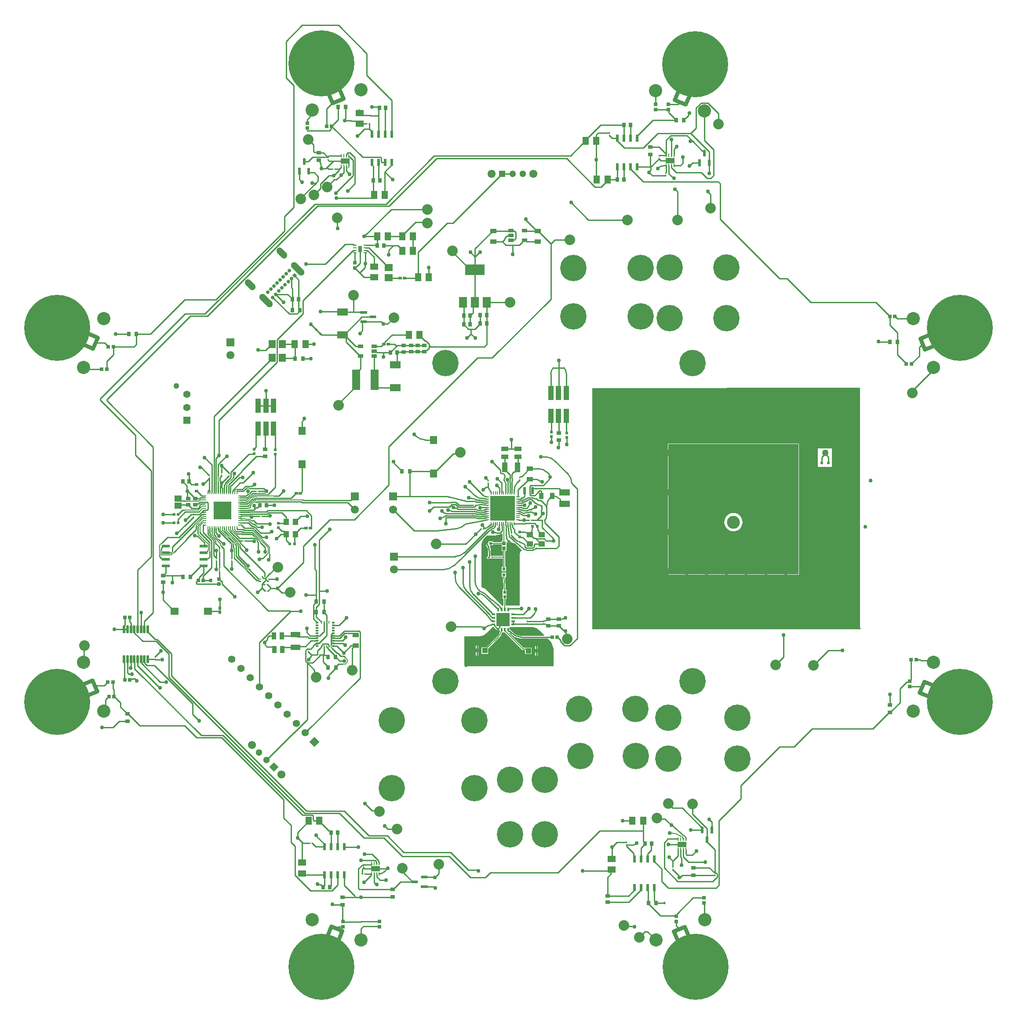
<source format=gtl>
G04*
G04 #@! TF.GenerationSoftware,Altium Limited,Altium Designer,25.8.1 (18)*
G04*
G04 Layer_Physical_Order=1*
G04 Layer_Color=255*
%FSLAX44Y44*%
%MOMM*%
G71*
G04*
G04 #@! TF.SameCoordinates,04EA7D82-FC29-473F-A820-2F6961264695*
G04*
G04*
G04 #@! TF.FilePolarity,Positive*
G04*
G01*
G75*
%ADD14C,0.1270*%
%ADD15C,0.2540*%
%ADD17C,2.0320*%
%ADD18R,0.6000X0.6000*%
%ADD19R,0.6500X0.9000*%
%ADD20R,0.2794X0.7112*%
%ADD21R,1.7018X0.9906*%
%ADD22R,0.9000X0.6500*%
%ADD23R,0.2627X0.3541*%
%ADD24R,1.2500X1.5500*%
%ADD25R,0.5588X1.4605*%
%ADD26R,1.2062X0.9562*%
%ADD27R,1.0000X0.6600*%
%ADD28R,1.0000X2.8000*%
%ADD29R,0.9562X1.2062*%
%ADD30R,0.4500X0.5000*%
%ADD31R,1.3500X0.9500*%
%ADD32R,0.7548X0.2032*%
%ADD33R,0.3541X0.2627*%
%ADD34R,0.5682X0.5725*%
%ADD35R,1.3000X1.0500*%
%ADD36R,0.5725X0.5682*%
%ADD37R,0.2032X0.7548*%
%ADD38R,0.8500X0.7500*%
%ADD39R,2.2000X1.0500*%
%ADD40R,1.5500X1.2500*%
%ADD41R,0.3048X0.7620*%
%ADD42R,0.7500X0.8500*%
%ADD43R,1.5000X2.0000*%
%ADD44R,0.7366X0.2540*%
%ADD45R,0.7112X1.2954*%
%ADD46R,0.6725X0.7154*%
%ADD47R,0.6811X0.5725*%
%ADD48R,1.4000X1.5000*%
%ADD49R,0.1778X0.7620*%
%ADD50R,0.7620X0.1778*%
%ADD51R,0.2750X0.3000*%
%ADD52R,0.7620X0.3048*%
%ADD53R,0.6153X0.5725*%
%ADD54R,0.2500X0.4750*%
%ADD55R,0.4750X0.3500*%
%ADD56R,1.0500X1.3000*%
%ADD57R,0.2500X0.2750*%
%ADD58R,1.5240X0.5334*%
%ADD59R,0.9500X1.3500*%
%ADD60R,0.2750X0.2500*%
%ADD61R,1.5000X1.4000*%
%ADD62R,0.7154X0.6725*%
G04:AMPARAMS|DCode=63|XSize=1.5mm|YSize=0.45mm|CornerRadius=0.0495mm|HoleSize=0mm|Usage=FLASHONLY|Rotation=270.000|XOffset=0mm|YOffset=0mm|HoleType=Round|Shape=RoundedRectangle|*
%AMROUNDEDRECTD63*
21,1,1.5000,0.3510,0,0,270.0*
21,1,1.4010,0.4500,0,0,270.0*
1,1,0.0990,-0.1755,-0.7005*
1,1,0.0990,-0.1755,0.7005*
1,1,0.0990,0.1755,0.7005*
1,1,0.0990,0.1755,-0.7005*
%
%ADD63ROUNDEDRECTD63*%
G04:AMPARAMS|DCode=64|XSize=1.3587mm|YSize=0.5868mm|CornerRadius=0.2934mm|HoleSize=0mm|Usage=FLASHONLY|Rotation=0.000|XOffset=0mm|YOffset=0mm|HoleType=Round|Shape=RoundedRectangle|*
%AMROUNDEDRECTD64*
21,1,1.3587,0.0000,0,0,0.0*
21,1,0.7719,0.5868,0,0,0.0*
1,1,0.5868,0.3859,0.0000*
1,1,0.5868,-0.3859,0.0000*
1,1,0.5868,-0.3859,0.0000*
1,1,0.5868,0.3859,0.0000*
%
%ADD64ROUNDEDRECTD64*%
%ADD65R,1.3587X0.5868*%
%ADD66R,0.5868X1.3587*%
G04:AMPARAMS|DCode=67|XSize=1.3587mm|YSize=0.5868mm|CornerRadius=0.2934mm|HoleSize=0mm|Usage=FLASHONLY|Rotation=90.000|XOffset=0mm|YOffset=0mm|HoleType=Round|Shape=RoundedRectangle|*
%AMROUNDEDRECTD67*
21,1,1.3587,0.0000,0,0,90.0*
21,1,0.7719,0.5868,0,0,90.0*
1,1,0.5868,0.0000,0.3859*
1,1,0.5868,0.0000,-0.3859*
1,1,0.5868,0.0000,-0.3859*
1,1,0.5868,0.0000,0.3859*
%
%ADD67ROUNDEDRECTD67*%
%ADD68C,2.5400*%
%ADD69C,12.7000*%
%ADD70R,1.3500X1.5500*%
%ADD71R,0.7000X0.8500*%
%ADD72R,3.8000X2.0000*%
%ADD73R,0.8000X0.6000*%
%ADD74R,0.9500X0.8000*%
%ADD75R,0.5500X0.6000*%
%ADD76R,1.1000X1.9000*%
%ADD77R,2.0062X1.2549*%
%ADD78R,0.6000X1.4500*%
%ADD79R,1.0500X1.0000*%
%ADD80R,0.5725X0.6153*%
%ADD81R,1.5000X4.0000*%
%ADD82R,1.5500X1.3500*%
%ADD83R,0.5725X0.6811*%
%ADD84R,0.5153X0.4725*%
%ADD85R,1.3562X1.1544*%
%ADD86R,0.8500X0.7000*%
%ADD87R,1.9000X1.1000*%
%ADD99R,4.6990X4.6990*%
%ADD101R,3.4544X3.4544*%
%ADD102R,2.6416X2.6416*%
G04:AMPARAMS|DCode=109|XSize=1.3mm|YSize=2.5mm|CornerRadius=0.65mm|HoleSize=0mm|Usage=FLASHONLY|Rotation=225.000|XOffset=0mm|YOffset=0mm|HoleType=Round|Shape=RoundedRectangle|*
%AMROUNDEDRECTD109*
21,1,1.3000,1.2000,0,0,225.0*
21,1,0.0000,2.5000,0,0,225.0*
1,1,1.3000,-0.4243,0.4243*
1,1,1.3000,-0.4243,0.4243*
1,1,1.3000,0.4243,-0.4243*
1,1,1.3000,0.4243,-0.4243*
%
%ADD109ROUNDEDRECTD109*%
%ADD116R,2.1000X1.4000*%
%ADD120C,1.5500*%
%ADD121C,1.3000*%
%ADD122P,0.9900X4X270.0*%
%ADD123C,0.7000*%
%ADD124R,1.4000X1.4000*%
%ADD125C,1.4000*%
%ADD126C,2.4892*%
G04:AMPARAMS|DCode=127|XSize=1.3mm|YSize=3.2mm|CornerRadius=0.65mm|HoleSize=0mm|Usage=FLASHONLY|Rotation=225.000|XOffset=0mm|YOffset=0mm|HoleType=Round|Shape=RoundedRectangle|*
%AMROUNDEDRECTD127*
21,1,1.3000,1.9000,0,0,225.0*
21,1,0.0000,3.2000,0,0,225.0*
1,1,1.3000,-0.6718,0.6718*
1,1,1.3000,-0.6718,0.6718*
1,1,1.3000,0.6718,-0.6718*
1,1,1.3000,0.6718,-0.6718*
%
%ADD127ROUNDEDRECTD127*%
G04:AMPARAMS|DCode=128|XSize=0.7mm|YSize=1.6mm|CornerRadius=0.35mm|HoleSize=0mm|Usage=FLASHONLY|Rotation=225.000|XOffset=0mm|YOffset=0mm|HoleType=Round|Shape=RoundedRectangle|*
%AMROUNDEDRECTD128*
21,1,0.7000,0.9000,0,0,225.0*
21,1,0.0000,1.6000,0,0,225.0*
1,1,0.7000,-0.3182,0.3182*
1,1,0.7000,-0.3182,0.3182*
1,1,0.7000,0.3182,-0.3182*
1,1,0.7000,0.3182,-0.3182*
%
%ADD128ROUNDEDRECTD128*%
%ADD129P,1.8385X4X180.0*%
%ADD130P,1.9799X4X360.0*%
%ADD131R,1.3000X1.3000*%
%ADD132R,1.5500X1.5500*%
%ADD133C,1.1000*%
%ADD134C,0.7620*%
%ADD140C,0.2540*%
%ADD141C,0.1760*%
%ADD142C,0.2540*%
%ADD143C,0.2540*%
%ADD144C,0.1839*%
%ADD145C,0.2540*%
%ADD146C,0.2540*%
%ADD147C,0.2540*%
%ADD148C,0.2540*%
%ADD149C,0.2540*%
%ADD150C,0.1270*%
%ADD151C,0.1434*%
%ADD152R,0.1270X0.1270*%
%ADD153C,0.1843*%
%ADD154C,0.2286*%
%ADD155C,0.1847*%
%ADD156C,0.1847*%
%ADD157C,0.1660*%
%ADD158C,0.2294*%
%ADD159C,0.2412*%
%ADD160C,0.7620*%
%ADD161C,0.2412*%
%ADD162C,0.1906*%
%ADD163C,0.1710*%
%ADD164C,0.2287*%
%ADD165C,0.2540*%
%ADD166C,0.1968*%
%ADD167C,0.1534*%
%ADD168C,0.1797*%
%ADD169C,0.1305*%
%ADD170C,0.1479*%
%ADD171C,0.1954*%
%ADD172C,0.1794*%
%ADD173C,0.1954*%
%ADD174C,0.1725*%
%ADD175C,0.1596*%
%ADD176C,0.2329*%
%ADD177C,0.1783*%
%ADD178C,0.2060*%
%ADD179C,0.2092*%
%ADD180C,0.1590*%
%ADD181C,0.1376*%
%ADD182C,0.1628*%
%ADD183C,0.1655*%
%ADD184C,0.1435*%
%ADD185C,5.0800*%
%ADD186C,0.5588*%
%ADD187C,1.2700*%
%ADD188C,0.5080*%
%ADD189C,11.0000*%
%ADD190C,1.7780*%
G36*
X1169528Y1635083D02*
Y1633401D01*
X1169566Y1633213D01*
X1169561Y1633021D01*
X1169693Y1632274D01*
X1169900Y1622169D01*
X1169011Y1621262D01*
X1167578D01*
Y1618902D01*
X1151157D01*
Y1620842D01*
X1142463D01*
Y1617605D01*
X1141267Y1617177D01*
X1140113Y1618584D01*
X1140070Y1618541D01*
X1139230Y1619103D01*
X1138239Y1619300D01*
X1137248Y1619103D01*
X1136407Y1618541D01*
X1135846Y1617701D01*
X1135649Y1616710D01*
X1135809Y1615904D01*
X1135846Y1615719D01*
X1136407Y1614879D01*
X1137193Y1613934D01*
X1138617Y1612199D01*
X1140255Y1609136D01*
X1141263Y1605811D01*
X1141601Y1602382D01*
X1141595Y1602354D01*
Y1592050D01*
X1139914Y1590927D01*
X1139961Y1590880D01*
X1139400Y1590040D01*
X1139203Y1589049D01*
X1139400Y1588058D01*
X1139961Y1587218D01*
X1140801Y1586656D01*
X1141792Y1586459D01*
X1142783Y1586656D01*
X1143624Y1587218D01*
X1143636Y1587205D01*
X1144185Y1587432D01*
Y1587450D01*
X1145176Y1587647D01*
X1145520Y1587877D01*
X1146790Y1587270D01*
Y1587270D01*
X1152080D01*
Y1587848D01*
X1170018D01*
Y1571450D01*
X1167940D01*
Y1562910D01*
X1176480D01*
Y1571450D01*
X1174402D01*
Y1590040D01*
Y1601998D01*
X1176842D01*
Y1611569D01*
Y1619146D01*
X1178112Y1619876D01*
X1178707Y1619529D01*
X1179269Y1618689D01*
X1180109Y1618127D01*
X1181100Y1617930D01*
X1182091Y1618127D01*
X1182931Y1618689D01*
X1183493Y1619529D01*
X1183690Y1620520D01*
Y1620622D01*
X1184960Y1620878D01*
X1186180Y1617980D01*
X1187690D01*
X1190652Y1617391D01*
X1193230Y1616323D01*
X1197859Y1612651D01*
X1206500Y1604010D01*
X1206500Y1604010D01*
X1205643Y1603064D01*
X1204226Y1600944D01*
X1203250Y1598588D01*
X1202753Y1596087D01*
X1202690Y1594812D01*
Y1497330D01*
X1175672D01*
Y1509812D01*
X1177612D01*
Y1518383D01*
Y1527077D01*
X1175493D01*
X1174496Y1550993D01*
X1175375Y1551910D01*
X1176480D01*
Y1560450D01*
X1167940D01*
Y1551910D01*
X1170070D01*
X1171067Y1527993D01*
X1170187Y1527077D01*
X1169348D01*
Y1518383D01*
Y1509812D01*
X1171288D01*
Y1497065D01*
X1170692Y1496818D01*
X1169985Y1496346D01*
X1169670Y1496060D01*
X1137702Y1528028D01*
Y1528028D01*
X1137702Y1528028D01*
X1136810Y1528836D01*
X1136776Y1528859D01*
X1134811Y1530172D01*
X1132590Y1531092D01*
X1130232Y1531561D01*
X1129030Y1531620D01*
Y1611269D01*
Y1613771D01*
X1130006Y1618678D01*
X1131921Y1623300D01*
X1134700Y1627460D01*
X1137920Y1630680D01*
X1137920Y1630680D01*
Y1630680D01*
X1138882Y1631423D01*
X1138932Y1631456D01*
X1139721Y1631783D01*
X1140559Y1631950D01*
X1155339D01*
X1157829Y1632072D01*
X1162712Y1633044D01*
X1167312Y1634949D01*
X1168408Y1635681D01*
X1169528Y1635083D01*
D02*
G37*
G36*
X1167578Y1601998D02*
X1170018D01*
Y1592232D01*
X1152080D01*
Y1592810D01*
X1146790D01*
X1146775Y1594074D01*
Y1602354D01*
X1146835D01*
X1146395Y1606832D01*
X1145088Y1611138D01*
X1144901Y1611488D01*
X1145554Y1612578D01*
X1151157D01*
Y1614518D01*
X1167578D01*
Y1601998D01*
D02*
G37*
G36*
X1858010Y1915531D02*
Y1454150D01*
X1859280Y1452880D01*
X1858010Y1451610D01*
X1342390D01*
Y1915160D01*
X1857111Y1916428D01*
X1858010Y1915531D01*
D02*
G37*
G36*
X1231328Y1454444D02*
X1235950Y1452529D01*
X1240110Y1449749D01*
X1249727Y1440133D01*
X1249241Y1438960D01*
X1205487D01*
X1205377Y1438938D01*
X1201031Y1439366D01*
X1196745Y1440666D01*
X1192796Y1442777D01*
X1189420Y1445547D01*
X1189358Y1445641D01*
X1184934Y1450064D01*
X1184094Y1450626D01*
X1183357Y1450772D01*
Y1455420D01*
X1226421D01*
X1231328Y1454444D01*
D02*
G37*
G36*
X1156731Y1451443D02*
X1157571Y1450882D01*
X1158488Y1450699D01*
X1158545Y1450411D01*
X1158578Y1450044D01*
X1158643Y1449920D01*
X1158670Y1449782D01*
X1158875Y1449475D01*
X1159046Y1449148D01*
X1159154Y1449058D01*
X1159232Y1448942D01*
X1159538Y1448737D01*
X1159821Y1448500D01*
X1159955Y1448458D01*
X1160072Y1448380D01*
X1160434Y1448308D01*
X1160786Y1448198D01*
X1160925Y1448211D01*
X1161063Y1448183D01*
X1161425Y1448255D01*
X1161792Y1448288D01*
X1161916Y1448353D01*
X1162054Y1448380D01*
X1162361Y1448585D01*
X1162688Y1448756D01*
X1162778Y1448864D01*
X1162894Y1448942D01*
X1164144Y1449265D01*
X1164562Y1449128D01*
X1164769Y1448982D01*
Y1446499D01*
X1164044Y1444110D01*
X1162436Y1441100D01*
X1160270Y1438462D01*
X1160271Y1438461D01*
X1138560Y1416750D01*
X1128870D01*
Y1404210D01*
X1141910D01*
Y1413900D01*
X1163371Y1435361D01*
X1163371Y1435361D01*
X1163416Y1435316D01*
X1166134Y1438629D01*
X1168155Y1442408D01*
X1169151Y1445693D01*
X1170357D01*
Y1445693D01*
X1171269D01*
Y1445693D01*
X1173617D01*
X1207430Y1411880D01*
X1208141Y1411405D01*
X1208980Y1411238D01*
X1212670D01*
Y1403430D01*
X1225710D01*
Y1415970D01*
X1212670D01*
Y1415622D01*
X1209888D01*
X1182018Y1443492D01*
X1182436Y1444870D01*
X1182743Y1444931D01*
X1185695Y1441978D01*
X1185669Y1441952D01*
X1189014Y1439096D01*
X1192763Y1436798D01*
X1196826Y1435115D01*
X1201103Y1434089D01*
X1205487Y1433744D01*
Y1433780D01*
X1256080D01*
X1260021Y1429839D01*
X1260021Y1429839D01*
X1261789Y1428071D01*
X1264569Y1423910D01*
X1266484Y1419288D01*
X1267460Y1414381D01*
Y1411879D01*
Y1380490D01*
X1104682D01*
X1103832Y1380448D01*
X1102165Y1380117D01*
X1100594Y1379466D01*
X1099181Y1378522D01*
X1099154Y1378497D01*
X1097712Y1378904D01*
X1096997Y1379974D01*
X1096343Y1381552D01*
X1096010Y1383228D01*
Y1384082D01*
Y1437640D01*
X1122319D01*
X1124809Y1437762D01*
X1129692Y1438734D01*
X1134292Y1440639D01*
X1138432Y1443405D01*
X1140279Y1445079D01*
X1150620Y1455420D01*
X1152754D01*
X1156731Y1451443D01*
D02*
G37*
%LPC*%
G36*
X1803400Y1799590D02*
X1776730D01*
Y1764030D01*
X1803400D01*
Y1799590D01*
D02*
G37*
G36*
X1739138Y1808693D02*
X1489202D01*
X1488230Y1808290D01*
X1487827Y1807318D01*
Y1557382D01*
X1488230Y1556410D01*
X1489202Y1556007D01*
X1739138D01*
X1740110Y1556410D01*
X1740513Y1557382D01*
Y1807318D01*
X1740110Y1808290D01*
X1739138Y1808693D01*
D02*
G37*
%LPD*%
G36*
Y1557382D02*
X1489202D01*
Y1807318D01*
X1739138D01*
Y1557382D01*
D02*
G37*
%LPC*%
G36*
X1614170Y1674876D02*
X1610751Y1674539D01*
X1607463Y1673542D01*
X1604433Y1671922D01*
X1601777Y1669743D01*
X1599598Y1667087D01*
X1597978Y1664057D01*
X1596644Y1657350D01*
X1596981Y1653931D01*
X1597978Y1650643D01*
X1599598Y1647613D01*
X1601777Y1644957D01*
X1604433Y1642778D01*
X1607463Y1641158D01*
X1610751Y1640161D01*
X1614170Y1639824D01*
X1617589Y1640161D01*
X1620877Y1641158D01*
X1623907Y1642778D01*
X1626563Y1644957D01*
X1628742Y1647613D01*
X1630362Y1650643D01*
X1631359Y1653931D01*
X1631696Y1657350D01*
X1631359Y1660769D01*
X1630362Y1664057D01*
X1628742Y1667087D01*
X1626563Y1669743D01*
X1623907Y1671922D01*
X1620877Y1673542D01*
X1617589Y1674539D01*
X1614170Y1674876D01*
D02*
G37*
G36*
X1120140Y1427820D02*
X1119149Y1427623D01*
X1118309Y1427061D01*
X1117747Y1426221D01*
X1117550Y1425230D01*
Y1395730D01*
X1117747Y1394739D01*
X1118309Y1393899D01*
X1119149Y1393337D01*
X1120140Y1393140D01*
X1121131Y1393337D01*
X1121971Y1393899D01*
X1122533Y1394739D01*
X1122730Y1395730D01*
Y1425230D01*
X1122533Y1426221D01*
X1121971Y1427061D01*
X1121131Y1427623D01*
X1120140Y1427820D01*
D02*
G37*
G36*
X1234440Y1427040D02*
X1233449Y1426843D01*
X1232609Y1426281D01*
X1232047Y1425441D01*
X1231850Y1424450D01*
Y1394950D01*
X1232047Y1393959D01*
X1232609Y1393119D01*
X1233449Y1392557D01*
X1234440Y1392360D01*
X1235431Y1392557D01*
X1236271Y1393119D01*
X1236833Y1393959D01*
X1237030Y1394950D01*
Y1424450D01*
X1236833Y1425441D01*
X1236271Y1426281D01*
X1235431Y1426843D01*
X1234440Y1427040D01*
D02*
G37*
%LPD*%
D14*
X687169Y1693446D02*
G03*
X685358Y1690571I3711J-4346D01*
G01*
X683683Y1693143D02*
G03*
X683068Y1691769I7197J-4043D01*
G01*
X1511702Y1053368D02*
G03*
X1512495Y1053084I801J986D01*
G01*
X1515762Y1051917D02*
G03*
X1514006Y1053084I-1756J-738D01*
G01*
X682715Y1722755D02*
X682928Y1722542D01*
X686056Y1710319D02*
X686691Y1710954D01*
X684260Y1710319D02*
X686056D01*
X679233Y1706190D02*
X680131D01*
X684260Y1710319D01*
X678598Y1705555D02*
X679233Y1706190D01*
X676185Y1722755D02*
X682715D01*
X675972Y1722542D02*
X676185Y1722755D01*
X607570Y1631607D02*
Y1632505D01*
Y1631607D02*
X612775Y1626402D01*
Y1626209D02*
X617093Y1621891D01*
Y1620993D02*
Y1621891D01*
X697230Y1621354D02*
Y1622252D01*
X645920Y1642527D02*
Y1645920D01*
X656877Y1639570D02*
X657738D01*
X688629Y1641629D02*
X720725Y1609534D01*
X600855Y1616837D02*
X601753D01*
X589280Y1665253D02*
X591856Y1667829D01*
X681729Y1662928D02*
X681729D01*
X624205Y1562836D02*
Y1569366D01*
X617855Y1628313D02*
Y1629404D01*
X610745Y1632024D02*
X615315Y1627454D01*
X610745Y1632024D02*
Y1636514D01*
X669335Y1572061D02*
X676711Y1564685D01*
X613029Y1621465D02*
Y1622363D01*
X702945Y1619231D02*
Y1620129D01*
X649920Y1642527D02*
Y1645920D01*
X673145Y1571843D02*
Y1572741D01*
X533836Y1600418D02*
Y1601316D01*
X694908Y1700530D02*
X764305D01*
X688146Y1641629D02*
X688629D01*
X717354Y1710404D02*
X717989Y1711039D01*
X678568Y1701035D02*
X685312Y1707779D01*
X677670Y1701035D02*
X678568D01*
X677035Y1700400D02*
X677670Y1701035D01*
X681022Y1688954D02*
X682107D01*
X638745Y1730370D02*
X650240Y1741865D01*
X693029Y1630045D02*
X702945Y1620129D01*
X692131Y1630045D02*
X693029D01*
X691496Y1630680D02*
X692131Y1630045D01*
X678160Y1697035D02*
X686364Y1705239D01*
X677262Y1697035D02*
X678160D01*
X676627Y1696400D02*
X677262Y1697035D01*
X681729Y1662928D02*
X683433Y1661224D01*
X685229D01*
X685864Y1660589D01*
X660400Y1612438D02*
Y1613336D01*
X657266Y1616470D02*
X660400Y1613336D01*
X579120Y1650195D02*
Y1651093D01*
X692612Y1626870D02*
X697230Y1622252D01*
X603760Y1631631D02*
Y1632529D01*
X679714Y1711225D02*
X680644Y1710295D01*
X679714Y1711225D02*
Y1716776D01*
Y1709365D02*
X680644Y1710295D01*
X679450Y1717040D02*
X679714Y1716776D01*
X680644Y1710295D02*
X683843Y1713494D01*
X603760Y1631631D02*
X613029Y1622363D01*
X678816Y1709365D02*
X679714D01*
X689584Y1707779D02*
X691534Y1709728D01*
X692278Y1706880D02*
X696452D01*
X693267Y1698889D02*
X694908Y1700530D01*
X696452Y1706880D02*
X697087Y1707515D01*
X684239Y1694134D02*
X688994Y1698889D01*
X693267D01*
X695215Y1709728D02*
X695890Y1710404D01*
X690636Y1705239D02*
X692278Y1706880D01*
X677926Y1684210D02*
X680974D01*
X682859Y1685615D01*
X684647Y1687902D02*
X685358Y1690571D01*
X687169Y1693446D02*
X690245Y1696085D01*
X629920Y1641674D02*
X654050Y1617544D01*
X659806Y1617522D02*
X664210Y1613118D01*
X651396Y1627530D02*
X659806Y1619121D01*
Y1617522D02*
Y1619121D01*
X664210Y1612220D02*
Y1613118D01*
X678661Y1567225D02*
X679559D01*
X654050Y1615196D02*
Y1617544D01*
Y1615196D02*
X654685Y1614561D01*
X673145Y1571843D02*
X677128Y1567860D01*
X629920Y1641674D02*
Y1645920D01*
X677128Y1567860D02*
X678026D01*
X678661Y1567225D01*
X626301Y1641701D02*
X650240Y1617762D01*
X652780Y1606831D02*
X653415Y1606196D01*
X650240Y1616312D02*
X650875Y1615677D01*
Y1614779D02*
Y1615677D01*
X650240Y1616312D02*
Y1617762D01*
X653415Y1589206D02*
Y1606196D01*
X626301Y1641701D02*
Y1643380D01*
X683683Y1693143D02*
X684239Y1694134D01*
X691534Y1709728D02*
X695215D01*
X682107Y1688954D02*
X683068Y1691769D01*
X685312Y1707779D02*
X689584D01*
X686364Y1705239D02*
X690636D01*
X638110Y1727372D02*
X638745Y1728007D01*
X650240Y1741865D02*
Y1742763D01*
X610110Y1637150D02*
X610745Y1636514D01*
X617855Y1628313D02*
X621838Y1624330D01*
X615315Y1627261D02*
X626745Y1615831D01*
X638745Y1728007D02*
Y1730370D01*
X1512495Y1053084D02*
X1514006D01*
X1515762Y1051917D02*
X1516849Y1049393D01*
X531450Y1598930D02*
X532348D01*
X511556Y1603284D02*
X512191Y1603919D01*
X531368Y1594358D02*
X537646Y1600636D01*
X626745Y1612175D02*
X627380Y1611540D01*
X626745Y1612175D02*
Y1615831D01*
X615315Y1627261D02*
Y1627454D01*
X839240Y1416556D02*
X841281Y1414515D01*
X839240Y1422194D02*
X839258Y1422212D01*
X870585Y1388283D02*
Y1393017D01*
X866602Y1397000D02*
X870585Y1393017D01*
X839240Y1416556D02*
Y1422194D01*
X867074Y1384772D02*
X870585Y1388283D01*
X653920Y1717893D02*
X656877Y1720850D01*
X657349D01*
X653920Y1714500D02*
Y1717893D01*
X656343Y1632104D02*
X657420D01*
X714202Y1593850D02*
X718185Y1597833D01*
X635761Y1639425D02*
X657266Y1617921D01*
X695890Y1710404D02*
X717354D01*
X612775Y1626209D02*
Y1626402D01*
X624205Y1599475D02*
Y1606005D01*
X681045Y1660020D02*
X683016Y1658049D01*
X683914D01*
X685864Y1660589D02*
X686762D01*
X680147Y1660020D02*
X681045D01*
X653920Y1642527D02*
X656877Y1639570D01*
X720725Y1595883D02*
Y1609534D01*
X688847Y1637819D02*
X718185Y1608481D01*
Y1597833D02*
Y1608481D01*
X653920Y1642527D02*
Y1645920D01*
X687949Y1637819D02*
X688847D01*
X649920Y1642527D02*
X652858Y1639588D01*
X645920Y1642527D02*
X656343Y1632104D01*
X657420D02*
X658055Y1631469D01*
X691714Y1626870D02*
X692612D01*
X635761Y1639425D02*
Y1639788D01*
X635126Y1640423D02*
X635761Y1639788D01*
X657266Y1616470D02*
Y1617921D01*
X621838Y1624330D02*
X622736D01*
X617220Y1630039D02*
X617855Y1629404D01*
X583832Y1680370D02*
X589676Y1686214D01*
Y1686230D01*
X603504Y1603502D02*
Y1615086D01*
X601753Y1616837D02*
X603504Y1615086D01*
X605409Y1601815D02*
X606044Y1602450D01*
X586740Y1650713D02*
X592237Y1656210D01*
X591856Y1659829D02*
X593090D01*
X592237Y1656210D02*
X595630D01*
X606044Y1602450D02*
Y1617036D01*
X605409Y1600917D02*
Y1601815D01*
X532348Y1598930D02*
X533836Y1600418D01*
X592237Y1664210D02*
X595630D01*
X579120Y1651093D02*
X592237Y1664210D01*
X586740Y1638773D02*
Y1650713D01*
X512672Y1594358D02*
X531368D01*
X511556Y1595474D02*
X512672Y1594358D01*
X511556Y1595474D02*
Y1603284D01*
X509016Y1612546D02*
X513307Y1616837D01*
X509016Y1593524D02*
Y1612546D01*
X591856Y1667829D02*
X593090D01*
X605409Y1617671D02*
X606044Y1617036D01*
X601599Y1601597D02*
X603504Y1603502D01*
X589280Y1657253D02*
X591856Y1659829D01*
X585865Y1699385D02*
X587436D01*
X588261Y1700210D01*
X557943Y1697315D02*
X583795D01*
X585865Y1699385D01*
D15*
X1292380Y1943425D02*
G03*
X1287780Y1954530I-15705J0D01*
G01*
X1277380Y1905820D02*
G03*
X1277620Y1906399I-579J579D01*
G01*
X1267460Y1954530D02*
G03*
X1262380Y1942266I12264J-12264D01*
G01*
X1255669Y1752961D02*
G03*
X1237709Y1760400I-17960J-17960D01*
G01*
X1202690Y1743710D02*
G03*
X1206719Y1745379I0J5698D01*
G01*
X1244237Y1675009D02*
G03*
X1244930Y1680903I-24707J5893D01*
G01*
X1233250Y1615580D02*
G03*
X1230710Y1613040I0J-2540D01*
G01*
X1228170Y1607790D02*
G03*
X1230710Y1610330I0J2540D01*
G01*
X1221670Y1633080D02*
G03*
X1208699Y1638453I-12972J-12972D01*
G01*
X1221670Y1633080D02*
G03*
X1227378Y1646862I-13782J13782D01*
G01*
X1175670Y1669535D02*
G03*
X1169670Y1684020I-20485J0D01*
G01*
X1212630Y1610330D02*
G03*
X1215170Y1607790I2540J0D01*
G01*
X1212630Y1613211D02*
G03*
X1211147Y1615509I-2540J-11D01*
G01*
X1282677Y1470560D02*
G03*
X1289050Y1473200I0J9014D01*
G01*
X1277379Y1470460D02*
G03*
X1277620Y1470560I0J341D01*
G01*
X1248585Y1466850D02*
G03*
X1257300Y1470460I0J12325D01*
G01*
X1163761Y1455711D02*
G03*
X1163808Y1455801I-2229J1218D01*
G01*
X1002730Y1823020D02*
G03*
X1020691Y1815580I17960J17960D01*
G01*
X820420Y2341786D02*
G03*
X815340Y2354050I-17344J0D01*
G01*
X1144185Y1602354D02*
G03*
X1138239Y1616710I-20302J0D01*
G01*
X1144185Y1590040D02*
G03*
X1141792Y1589049I0J-3384D01*
G01*
X1151636Y1460200D02*
G03*
X1134213Y1452983I0J-24639D01*
G01*
X945624Y990600D02*
G03*
X948690Y991870I0J4336D01*
G01*
X932062Y980567D02*
G03*
X941364Y984420I0J13155D01*
G01*
X825473Y2359660D02*
G03*
X825475Y2359660I82J2539D01*
G01*
X803911Y2359660D02*
G03*
X803921Y2359660I-57J2539D01*
G01*
X810759Y2359839D02*
G03*
X810760Y2359839I-66J2539D01*
G01*
X819939Y2359838D02*
G03*
X819840Y2359840I-99J-2538D01*
G01*
X810840D02*
G03*
X810760Y2359839I0J-2540D01*
G01*
X825475Y2359660D02*
G03*
X825479Y2359660I87J2539D01*
G01*
X1126315Y1691724D02*
X1126314D01*
X1277379Y1457960D02*
G03*
X1277620Y1458060I0J341D01*
G01*
X1193765Y1461764D02*
G03*
X1189990Y1460200I0J-5339D01*
G01*
X1257300Y1457960D02*
G03*
X1248117Y1461764I-9183J-9183D01*
G01*
X1199424Y1662020D02*
G03*
X1201500Y1661160I2076J2076D01*
G01*
X960120Y1774190D02*
G03*
X962291Y1768949I7412J0D01*
G01*
X1286155Y1449525D02*
G03*
X1290320Y1447800I4165J4165D01*
G01*
X1242060Y1736090D02*
G03*
X1232862Y1739900I-9198J-9198D01*
G01*
X1242060Y1736090D02*
G03*
X1245668Y1734596I3608J3608D01*
G01*
X1225164Y1682304D02*
G03*
X1233170Y1686560I-2955J15216D01*
G01*
X1206562Y1680927D02*
G03*
X1207589Y1680581I3748J9443D01*
G01*
X1221360Y1681510D02*
G03*
X1220446Y1681340I0J-2540D01*
G01*
X1115021Y1709460D02*
G03*
X1124389Y1703517I17960J17960D01*
G01*
X1131473Y1709517D02*
G03*
X1139916Y1706020I8443J8443D01*
G01*
X1115900Y1677947D02*
G03*
X1115297Y1678020I-604J-2467D01*
G01*
X1073824Y1678100D02*
G03*
X1074457Y1678020I632J2460D01*
G01*
X1135856Y1677560D02*
G03*
X1135376Y1677458I286J-2524D01*
G01*
X660576Y1747235D02*
G03*
X660883Y1747558I-3986J4095D01*
G01*
X1235358Y1607253D02*
G03*
X1234224Y1606980I11J-2540D01*
G01*
X854416Y2333966D02*
G03*
X855590Y2336800I-2834J2834D01*
G01*
X1480691Y2343277D02*
G03*
X1468120Y2338070I0J-17778D01*
G01*
X916070Y978300D02*
G03*
X916975Y980484I-2183J2183D01*
G01*
X1496982Y1073253D02*
G03*
X1494590Y1074243I-2392J-2392D01*
G01*
X1497000Y1073235D02*
G03*
X1497083Y1073157I1784J1808D01*
G01*
X1516833Y1055467D02*
G03*
X1517238Y1055171I1695J1892D01*
G01*
X1124465Y1699606D02*
G03*
X1124469Y1699606I783J6302D01*
G01*
Y1699606D02*
G03*
X1124504Y1699601I477J3780D01*
G01*
X1116069Y1701703D02*
G03*
X1112889Y1702753I-52901J-154848D01*
G01*
X1124142Y1699655D02*
G03*
X1124465Y1699606I1106J6253D01*
G01*
X1118310Y1696470D02*
G03*
X1116304Y1697588I-4285J-5324D01*
G01*
X1061350Y1670020D02*
G03*
X1060167Y1669980I0J-17428D01*
G01*
X1062985Y1666020D02*
G03*
X1060450Y1664970I0J-3585D01*
G01*
X1100105Y1654379D02*
G03*
X1100100Y1654378I479J-2494D01*
G01*
X1001000Y1640561D02*
G03*
X1081133Y1644760I22849J330691D01*
G01*
Y1644760D02*
G03*
X1099354Y1654234I-5893J33591D01*
G01*
X999413Y1641286D02*
G03*
X1001000Y1640561I1785J1807D01*
G01*
X1117322Y1665782D02*
G03*
X1132946Y1664701I9201J19531D01*
G01*
X1135856Y1665560D02*
G03*
X1135386Y1665461I286J-2524D01*
G01*
X1123728Y1679610D02*
G03*
X1123712Y1679617I-6406J-13828D01*
G01*
X1135856Y1681560D02*
G03*
X1135375Y1681457I286J-2524D01*
G01*
X1118856Y1681797D02*
G03*
X1117839Y1682020I-1040J-2317D01*
G01*
X1123710Y1679618D02*
G03*
X1123702Y1679622I-6388J-13836D01*
G01*
X1119678Y1700473D02*
G03*
X1120045Y1700379I809J2408D01*
G01*
X1123712Y1679617D02*
G03*
X1123710Y1679618I-1606J-3455D01*
G01*
X1123794Y1679579D02*
G03*
X1123766Y1679592I-1623J-3447D01*
G01*
X1123730Y1679609D02*
G03*
X1123728Y1679610I-1605J-3455D01*
G01*
X1113641Y1674004D02*
G03*
X1113353Y1674020I-288J-2524D01*
G01*
X1123702Y1679622D02*
G03*
X1123527Y1679702I-7454J-16142D01*
G01*
X1111868Y1670018D02*
G03*
X1111763Y1670020I-106J-2538D01*
G01*
X1118935Y1669234D02*
G03*
X1131853Y1668351I7588J16079D01*
G01*
X1122874Y1519723D02*
G03*
X1122680Y1520190I-661J0D01*
G01*
X1128120Y1523300D02*
G03*
X1124679Y1525811I-5247J-3577D01*
G01*
X1146163Y1509577D02*
G03*
X1146151Y1509583I-6973J-13245D01*
G01*
X1149774Y1506916D02*
G03*
X1146163Y1509577I-10584J-10584D01*
G01*
X1116330Y1544681D02*
G03*
X1123770Y1526720I25400J0D01*
G01*
X1078230Y1550627D02*
G03*
X1085669Y1532666I25400J0D01*
G01*
X1139658Y1478633D02*
G03*
X1139396Y1478940I-2058J-1489D01*
G01*
X1145768Y1470187D02*
G03*
X1146650Y1469424I2058J1489D01*
G01*
X1093470Y1541887D02*
G03*
X1100910Y1523927I25400J0D01*
G01*
X1145286Y1478498D02*
G03*
X1144546Y1480290I-2540J0D01*
G01*
X1145286Y1478176D02*
G03*
X1146650Y1475924I2540J0D01*
G01*
X1106170Y1535687D02*
G03*
X1113609Y1517726I25400J0D01*
G01*
X1165640Y1756848D02*
G03*
X1164900Y1758640I-2540J0D01*
G01*
X1165640Y1753260D02*
G03*
X1168180Y1750720I2540J0D01*
G01*
X1172633Y1749392D02*
G03*
X1170413Y1750720I-2232J-1212D01*
G01*
X1174269Y1745669D02*
G03*
X1172633Y1749392I-23999J-8320D01*
G01*
X1173784Y1743181D02*
G03*
X1174688Y1733963I4776J-4185D01*
G01*
X1116330Y1590040D02*
G03*
X1117007Y1591673I-1633J1633D01*
G01*
X1149788Y1506902D02*
G03*
X1149950Y1506755I1787J1806D01*
G01*
X1164816Y1494155D02*
G03*
X1164203Y1494897I-2229J-1218D01*
G01*
X1057193Y1566310D02*
G03*
X1075154Y1573750I0J25400D01*
G01*
X1199109Y1735043D02*
G03*
X1191670Y1717083I17960J-17960D01*
G01*
X1179670Y1735950D02*
G03*
X1178560Y1738630I-3790J0D01*
G01*
X1269819Y1775641D02*
G03*
X1251859Y1783080I-17960J-17960D01*
G01*
X1303020Y1731919D02*
G03*
X1295580Y1749879I-25400J0D01*
G01*
X1206758Y1490758D02*
G03*
X1206223Y1490980I-536J-536D01*
G01*
X1036320Y1750580D02*
G03*
X1025311Y1755140I-11009J-11009D01*
G01*
X1149198Y1644163D02*
G03*
X1147643Y1643449I220J-2531D01*
G01*
X1147796Y1647952D02*
G03*
X1146005Y1647213I0J-2540D01*
G01*
X1142324Y1639390D02*
G03*
X1141759Y1638967I1227J-2224D01*
G01*
X1151670Y1654266D02*
G03*
X1151669Y1654256I2523J-295D01*
G01*
X1155670Y1654266D02*
G03*
X1155669Y1654257I2523J-295D01*
G01*
X1075218Y1573813D02*
G03*
X1075154Y1573750I1740J-1850D01*
G01*
X1292380Y1830399D02*
G03*
X1292860Y1829240I1639J0D01*
G01*
X1263650Y1858754D02*
G03*
X1262380Y1861820I-4336J0D01*
G01*
X1277620Y1861241D02*
G03*
X1277380Y1861820I-819J0D01*
G01*
X1250950Y1661160D02*
G03*
X1254430Y1669561I-8401J8401D01*
G01*
X1198680Y1762760D02*
G03*
X1198880Y1763243I-483J483D01*
G01*
X1173480D02*
G03*
X1173680Y1762760I683J0D01*
G01*
X1185770Y1626966D02*
G03*
X1184595Y1627632I-1795J-1797D01*
G01*
X1228170Y1603980D02*
G03*
X1233666Y1606418I0J7413D01*
G01*
X1233753Y1606509D02*
G03*
X1233752Y1606508I1796J-1796D01*
G01*
X1233666Y1606418D02*
G03*
X1233705Y1606461I-5496J4976D01*
G01*
X1179869Y1651327D02*
G03*
X1179885Y1651147I3801J257D01*
G01*
X1192120Y1638801D02*
G03*
X1193159Y1636751I2540J0D01*
G01*
X1236422Y1649730D02*
G03*
X1242362Y1635388I20283J0D01*
G01*
X1205684Y1686020D02*
G03*
X1208854Y1684189I4626J4350D01*
G01*
X1210947Y1674748D02*
G03*
X1211489Y1674771I0J6350D01*
G01*
X1207791Y1675421D02*
G03*
X1205132Y1677084I-4593J-4385D01*
G01*
X1205237Y1672552D02*
G03*
X1208954Y1670283I4967J3957D01*
G01*
X1208210Y1674935D02*
G03*
X1207791Y1675421I-5012J-3899D01*
G01*
X1230630Y1480820D02*
G03*
X1234001Y1486452I-5426J7073D01*
G01*
X1185036Y1490980D02*
G03*
X1180563Y1489127I0J-6327D01*
G01*
X1280096Y1701864D02*
G03*
X1264920Y1708150I-15176J-15176D01*
G01*
X1261381Y1704611D02*
G03*
X1254430Y1687830I16781J-16781D01*
G01*
X1187526Y1443810D02*
G03*
X1205487Y1436370I17960J17960D01*
G01*
X1181100Y1620520D02*
Y1621207D01*
X1177290Y1625017D02*
X1181100Y1621207D01*
X1177290Y1625017D02*
Y1630630D01*
X1790700Y1789032D02*
Y1790700D01*
Y1789032D02*
X1797050Y1782682D01*
Y1771650D02*
Y1782682D01*
X1784350Y1771650D02*
Y1782682D01*
X1790700Y1789032D01*
X1894203Y2004060D02*
X1915530D01*
X1893549Y2004714D02*
X1894203Y2004060D01*
X1528108Y2443778D02*
X1529080Y2444750D01*
X1528108Y2440468D02*
Y2443778D01*
X1521650Y2434010D02*
X1528108Y2440468D01*
X1520530Y2434010D02*
X1521650D01*
X1518550Y2430780D02*
Y2432030D01*
X1520530Y2434010D01*
X1516380Y2348230D02*
Y2359660D01*
X1511427Y2343277D02*
X1516380Y2348230D01*
X1499752Y2343277D02*
X1511427D01*
X1470660Y2356657D02*
Y2357114D01*
Y2356657D02*
X1474007Y2353310D01*
X1492250D01*
X1455312Y2341308D02*
X1470660Y2356657D01*
X1455312Y2335526D02*
Y2341308D01*
X1353873Y2406653D02*
X1375410D01*
X1350190Y2402970D02*
X1353873Y2406653D01*
X1454150Y2342470D02*
Y2365110D01*
Y2342470D02*
X1455312Y2341308D01*
X1428750D02*
X1455312D01*
X1451610Y2330450D02*
Y2331825D01*
Y2330450D02*
X1457966Y2324094D01*
X1451610Y2331825D02*
X1455312Y2335526D01*
X1457966Y2324094D02*
X1483360D01*
X1350190Y2317390D02*
X1351100Y2316480D01*
X1350190Y2317390D02*
Y2402970D01*
X1292380Y1905820D02*
Y1943425D01*
X1213280Y2199640D02*
X1216000Y2196920D01*
X1236980D01*
X1209880Y2199640D02*
X1213280D01*
X1207850Y2197610D02*
X1209880Y2199640D01*
X1183968Y2207828D02*
X1185280Y2209140D01*
X1177984Y2207828D02*
X1183968D01*
X1173815Y2203659D02*
X1177984Y2207828D01*
X1173815Y2201564D02*
Y2203659D01*
X1207850Y2196590D02*
Y2197610D01*
X1169351Y2197100D02*
X1173815Y2201564D01*
X1169351Y2197100D02*
X1175701Y2190750D01*
X1277620Y1954530D02*
Y1968500D01*
Y1906399D02*
Y1954530D01*
X1267460D02*
X1277620D01*
X1287780D01*
X1188720Y2190750D02*
X1202010D01*
X1207850Y2196590D01*
X1175701Y2190750D02*
X1188720D01*
Y2172970D02*
Y2190750D01*
X1262380Y1905820D02*
Y1942266D01*
X1259755Y1745022D02*
X1260517Y1744260D01*
X1259755Y1743288D02*
X1260727Y1744260D01*
X1255669Y1752961D02*
X1259755Y1748875D01*
Y1745022D02*
Y1748875D01*
Y1739703D02*
Y1743288D01*
X1248152Y1728100D02*
X1259755Y1739703D01*
X1242932Y1718310D02*
X1244420Y1716822D01*
Y1708150D02*
Y1716822D01*
X1240828Y1718310D02*
X1242932D01*
X1236230Y1713118D02*
Y1713712D01*
X1244930Y1680903D02*
Y1687830D01*
X1238756Y1690826D02*
X1243950Y1688810D01*
X1244930Y1687830D01*
X1220490Y1760400D02*
X1237709D01*
X1216979Y1755639D02*
Y1756889D01*
X1220490Y1760400D01*
X1223528Y1728100D02*
X1248152D01*
X1236230Y1713712D02*
X1240828Y1718310D01*
X1206719Y1745379D02*
X1216979Y1755639D01*
X1222040Y1726612D02*
X1223528Y1728100D01*
X1186180Y1798080D02*
Y1816100D01*
X1173480Y1798080D02*
X1186180D01*
X1198880D01*
X1231632Y1708520D02*
X1236230Y1713118D01*
X1229360Y1697180D02*
X1231032Y1694868D01*
X1223528Y1708520D02*
X1231632D01*
X1225640Y1700900D02*
X1229360Y1697180D01*
X1231919Y1693980D02*
X1235800Y1692910D01*
X1238756Y1690826D01*
X1231032Y1694868D02*
X1231919Y1693980D01*
X1231919D01*
X1222040Y1710008D02*
Y1726612D01*
Y1710008D02*
X1223528Y1708520D01*
X1220380Y1700900D02*
X1225640D01*
X1212167Y1696402D02*
X1220380Y1700900D01*
X1208994Y1696402D02*
X1212167D01*
X1206611Y1694020D02*
X1208994Y1696402D01*
X1199424Y1694020D02*
X1206611D01*
X1797050Y1410970D02*
X1823720D01*
X1915160Y1305560D02*
Y1325920D01*
X1767840Y1381760D02*
X1797050Y1410970D01*
X1537076Y977894D02*
X1578610D01*
X1522612Y1018658D02*
X1524516Y1016754D01*
X1534914D02*
X1543050Y1024890D01*
X1522612Y1018658D02*
Y1027557D01*
X1536700Y978270D02*
X1537076Y977894D01*
X1524516Y1016754D02*
X1534914D01*
X1515585Y978270D02*
X1536700D01*
X1488440Y1037590D02*
X1515110D01*
X1400810Y1083310D02*
X1419680D01*
X1389822Y1041406D02*
X1408430D01*
X1380708Y1032292D02*
X1389822Y1041406D01*
X1497374Y988823D02*
X1509058Y977139D01*
X1497330Y989324D02*
X1497374Y989280D01*
Y988823D02*
Y989280D01*
X1510030Y974090D02*
X1511405D01*
X1515585Y978270D01*
X1509058Y975062D02*
Y977139D01*
Y975062D02*
X1510030Y974090D01*
X1461770Y929250D02*
Y954469D01*
X1465210Y924560D02*
Y925810D01*
Y924560D02*
X1480820D01*
X1461770Y929250D02*
X1465210Y925810D01*
X1244237Y1673860D02*
X1247140D01*
X1245864Y1647228D02*
X1266533Y1626559D01*
X1235708Y1661160D02*
X1245864D01*
Y1647228D02*
Y1661160D01*
X1243886Y1673509D02*
X1244237Y1673860D01*
X1243886Y1669338D02*
Y1673509D01*
X1235708Y1661160D02*
X1243886Y1669338D01*
X1227378Y1646862D02*
Y1649730D01*
X1225553Y1661160D02*
X1235708D01*
X1221670Y1633080D02*
X1222920D01*
X1266533Y1622717D02*
Y1626559D01*
X1233710Y1625290D02*
X1250302D01*
X1253802Y1621790D01*
X1267460D01*
X1266533Y1622717D02*
X1267460Y1621790D01*
X1243420Y1615580D02*
X1244670D01*
X1232880Y1626120D02*
X1233710Y1625290D01*
X1232880Y1626120D02*
X1243420Y1615580D01*
X1222920Y1633080D02*
X1229880Y1626120D01*
X1232880D01*
X1233250Y1615580D02*
X1244670D01*
X1230710Y1610330D02*
Y1613040D01*
X1202690Y1638453D02*
X1208699D01*
X1186224Y1631449D02*
X1186681D01*
X1186180Y1631493D02*
X1186224Y1631449D01*
X1175924Y1651762D02*
X1176020Y1651666D01*
X1175670Y1654266D02*
Y1669535D01*
X1186180Y1631493D02*
Y1631950D01*
X1176020Y1631900D02*
Y1651666D01*
Y1631900D02*
X1177290Y1630630D01*
X1195840Y1622516D02*
X1211147Y1615509D01*
X1186681Y1631449D02*
X1195110Y1623020D01*
X1215170Y1607790D02*
X1228170D01*
X1212630Y1610330D02*
Y1613211D01*
X1289050Y1473200D02*
X1290320D01*
X1277620Y1470560D02*
X1282677D01*
X1257300Y1470460D02*
X1277379D01*
X1216660Y1466850D02*
X1248585D01*
X1234440Y1394950D02*
Y1424450D01*
X1380708Y1010792D02*
Y1032292D01*
X1379438Y1009522D02*
X1380708Y1010792D01*
X1164902Y1458012D02*
X1170813Y1469950D01*
X1163808Y1455801D02*
X1164902Y1458012D01*
X1161317Y1451238D02*
X1163761Y1455711D01*
X1161063Y1450773D02*
X1161317Y1451238D01*
X1160809Y1453274D02*
X1161063Y1453020D01*
Y1450773D02*
Y1453020D01*
X1151890Y2197100D02*
X1169351D01*
X958850Y2189480D02*
X967790D01*
X976450Y2180820D01*
X940970Y2189480D02*
X958850D01*
X949960Y2180590D02*
X958850Y2189480D01*
X956310Y2344991D02*
Y2349500D01*
X942520Y2331201D02*
X956310Y2344991D01*
X894260Y2424430D02*
X908047D01*
X942520Y2331201D02*
X957580Y2316142D01*
X942520Y2287270D02*
Y2331201D01*
X976450Y2179320D02*
Y2180820D01*
X949960Y2171700D02*
Y2180590D01*
X1027610Y2128520D02*
Y2147390D01*
X905256Y2154936D02*
Y2175630D01*
X895350Y2155794D02*
Y2183130D01*
X904284Y2147434D02*
Y2153964D01*
X905256Y2154936D01*
X903230Y2128340D02*
X922020D01*
X877268Y2429917D02*
X877955Y2429230D01*
X865277Y2429917D02*
X877268D01*
X889100Y2429230D02*
X894080Y2424250D01*
X894260Y2424430D01*
X877955Y2429230D02*
X889100D01*
X873379Y2344801D02*
Y2348357D01*
X867410Y2433425D02*
Y2456180D01*
X865277Y2431292D02*
X867410Y2433425D01*
X865277Y2429917D02*
Y2431292D01*
X869696Y2352040D02*
X873379Y2348357D01*
X835654Y2352040D02*
X843280D01*
X869696D01*
X889604Y2150049D02*
X895350Y2155794D01*
X888430Y2150049D02*
X889604D01*
X885190Y2146809D02*
X888430Y2150049D01*
X894210Y2137360D02*
X904284Y2147434D01*
X894210Y2137360D02*
X903230Y2128340D01*
X885190Y2146380D02*
X894210Y2137360D01*
X873515Y2342134D02*
Y2344665D01*
X873379Y2344801D02*
X873515Y2344665D01*
X830580Y2339340D02*
X843280Y2352040D01*
X873515Y2342134D02*
X873642Y2342007D01*
X885190Y2146380D02*
Y2146594D01*
X834495Y2336800D02*
X842004D01*
X1126590Y2039120D02*
Y2056130D01*
X1124110Y2036640D02*
X1126590Y2039120D01*
X1123990Y2036640D02*
X1124110D01*
X1116370Y2029020D02*
X1123990Y2036640D01*
X1108928Y2029020D02*
X1116370D01*
X1108928Y2019518D02*
Y2029020D01*
X1093330Y2080260D02*
X1094780Y2078810D01*
Y2038410D02*
Y2078810D01*
X1094840Y2037850D02*
X1103670Y2029020D01*
X1108928D01*
X1094780Y2038410D02*
X1094840Y2038350D01*
Y2037850D02*
Y2038350D01*
X1137420Y1742088D02*
X1137465D01*
X1108928Y2019518D02*
X1116766Y2011680D01*
X1141730Y1737366D02*
Y1737823D01*
X1137465Y1742088D02*
X1141730Y1737823D01*
X1101090Y2011680D02*
X1108928Y2019518D01*
X1070709Y1695532D02*
X1079126D01*
X1079209Y1695450D01*
X1085914Y1690370D02*
X1112514D01*
X1079209Y1695450D02*
X1080834D01*
X1085914Y1690370D01*
X1018490Y1997660D02*
X1018540Y1997710D01*
X1005890Y1997660D02*
X1018490D01*
X1005840Y1997610D02*
X1005890Y1997660D01*
X993140Y1997610D02*
X1005840D01*
X993090Y1997560D02*
X993140Y1997610D01*
X961539Y2000250D02*
X964229Y1997560D01*
X949035Y2000250D02*
X961539D01*
X964229Y1997560D02*
X993090D01*
X924500Y1984250D02*
X927178D01*
X922470Y1986280D02*
X924500Y1984250D01*
X999490Y1826260D02*
X1002730Y1823020D01*
X1028700Y1695450D02*
X1070627D01*
X1070709Y1695532D01*
X1020691Y1815580D02*
X1036320D01*
X953770Y1984240D02*
X967040Y1997510D01*
X953770Y1983740D02*
Y1984240D01*
X927178Y1984250D02*
X927688Y1983740D01*
X940240D02*
X953770D01*
X940240Y1975290D02*
Y1983740D01*
X927688D02*
X940240D01*
X833120Y2354117D02*
X833164Y2354073D01*
X833621D01*
X833120Y2354117D02*
Y2354574D01*
X833621Y2354073D02*
X835654Y2352040D01*
X831955Y2339340D02*
X834495Y2336800D01*
X830580Y2339340D02*
X831955D01*
X829310Y2338070D02*
X830580Y2339340D01*
X820420Y2338070D02*
Y2341786D01*
Y2338070D02*
X829310D01*
X768875Y2131968D02*
X777140Y2123703D01*
X784860Y1972310D02*
X800100D01*
X787400Y1855365D02*
Y1856740D01*
X783590Y1833360D02*
Y1851555D01*
X787400Y1855365D01*
X777430Y2067000D02*
Y2069448D01*
X777140Y2069738D02*
Y2123703D01*
Y2069738D02*
X777430Y2069448D01*
Y2067000D02*
X779410Y2065020D01*
Y2063770D02*
Y2065020D01*
X758717Y2057980D02*
X773620D01*
X779410Y2063770D01*
X726802Y2089895D02*
X758717Y2057980D01*
X713740Y1881280D02*
Y1910080D01*
Y1881280D02*
X728740D01*
X698740D02*
X713740D01*
X424180Y2019300D02*
X449950D01*
X628650Y1765891D02*
Y1766570D01*
X586740Y1762760D02*
X587712Y1761788D01*
X639574Y1754826D02*
Y1754967D01*
Y1754826D02*
X642570Y1751831D01*
X628650Y1765891D02*
X639574Y1754967D01*
X642570Y1751374D02*
X642614Y1751330D01*
X642570Y1751374D02*
Y1751831D01*
X628650Y1752603D02*
Y1765891D01*
X590252Y1761788D02*
X603384Y1748656D01*
X587712Y1761788D02*
X590252D01*
X604520Y1747520D02*
Y1747977D01*
X603384Y1748656D02*
X603841D01*
X604520Y1747977D01*
X709759Y1722291D02*
X715010Y1717040D01*
X683179Y1722291D02*
X709759D01*
X699770Y1717040D02*
X715010D01*
X688924Y1713186D02*
X694183D01*
X686691Y1710954D02*
X688924Y1713186D01*
X682928Y1722542D02*
X683179Y1722291D01*
X714810Y1690370D02*
X730250D01*
X780650Y1668780D02*
X793750D01*
X770610Y1657490D02*
Y1658740D01*
X721610Y1669120D02*
X721950Y1669460D01*
X770610Y1658740D02*
X780650Y1668780D01*
X707458Y1668824D02*
X707755Y1669120D01*
X721610D01*
X706170Y1668824D02*
X707458D01*
X706126Y1668780D02*
X706170Y1668824D01*
X670470Y1717040D02*
X675972Y1722542D01*
X658301Y1717040D02*
X670470D01*
X587771Y1704210D02*
X595630D01*
X553720Y1735590D02*
X561638Y1727672D01*
Y1718012D02*
Y1727672D01*
X553720Y1735590D02*
Y1736090D01*
X562610Y1717040D02*
X563280D01*
X562610Y1704240D02*
Y1717040D01*
X561638Y1718012D02*
X562610Y1717040D01*
X664210Y1704210D02*
X677253D01*
X678598Y1705555D01*
X586530Y1702970D02*
X587771Y1704210D01*
X629920Y1672590D02*
Y1680210D01*
X563280Y1717040D02*
X577350Y1702970D01*
X562610Y1704240D02*
X563880Y1702970D01*
X577350D02*
X586530D01*
X573996Y1667463D02*
X574040Y1667507D01*
X573996Y1667006D02*
Y1667463D01*
X1144185Y1590040D02*
Y1602354D01*
X1158562Y1453274D02*
X1160809D01*
X1151636Y1460200D02*
X1153922D01*
X1154176Y1457660D02*
Y1459946D01*
Y1457660D02*
X1158562Y1453274D01*
X1153922Y1460200D02*
X1154176Y1459946D01*
X1127300Y1644650D02*
X1127757D01*
X1127256Y1644606D02*
X1127300Y1644650D01*
X1070610Y1456690D02*
X1129132D01*
X1132944Y1452878D01*
X1127256Y1644149D02*
Y1644606D01*
X1117600Y1634413D02*
Y1634493D01*
X1127256Y1644149D01*
X1041400Y1615440D02*
X1098627D01*
X1117600Y1634413D01*
X1132944Y1452878D02*
X1134319D01*
X1134213Y1452983D02*
X1134319Y1452878D01*
X1120140Y1395730D02*
Y1425230D01*
X825540Y1446966D02*
Y1464575D01*
X817524Y1438950D02*
X825540Y1446966D01*
X792480Y1445260D02*
X798790Y1438950D01*
X832842Y1423240D02*
X835520Y1420562D01*
X798790Y1438950D02*
X817524D01*
X885210Y1419860D02*
X886460D01*
X877570D02*
X886460D01*
X880110Y1414760D02*
X885210Y1419860D01*
X901700Y992683D02*
X903783Y990600D01*
X945624D01*
X880110Y1372870D02*
Y1414760D01*
X941364Y984420D02*
X948752Y991808D01*
X957210Y935990D02*
X957580Y936360D01*
X897360Y935990D02*
X957210D01*
X899160Y980440D02*
Y990143D01*
X901700Y992683D01*
X896990Y935620D02*
X897360Y935990D01*
X885190Y935620D02*
Y938022D01*
Y935620D02*
X896990D01*
X863600Y1405890D02*
X877570Y1419860D01*
X835520Y1418345D02*
Y1420562D01*
X843040Y1418950D02*
X850540D01*
X863600Y1405890D01*
X835520Y1418345D02*
X835540Y1418325D01*
X842415D02*
X843040Y1418950D01*
X823956Y1423240D02*
X832842D01*
X822258Y1421128D02*
Y1421542D01*
X823956Y1423240D01*
X820560Y1419430D02*
X822258Y1421128D01*
X812797Y1409497D02*
X820520Y1417220D01*
X795020Y1407973D02*
X800913Y1402080D01*
X812797D01*
X864870Y958342D02*
Y978598D01*
Y958342D02*
X885190Y938022D01*
X861060Y935620D02*
X885190D01*
X812797Y1402080D02*
Y1409497D01*
X800913Y1399188D02*
Y1402080D01*
X796290Y1394565D02*
X800913Y1399188D01*
X796290Y1393190D02*
Y1394565D01*
X784860Y1040130D02*
X797557D01*
X753110Y1634490D02*
Y1635740D01*
X742950Y1634490D02*
X753110D01*
X760018Y1615440D02*
Y1615461D01*
X753110Y1622370D02*
Y1634490D01*
Y1622370D02*
X760018Y1615461D01*
X737891Y1646478D02*
X744650Y1639720D01*
X749130D01*
X737870Y1646478D02*
X737891D01*
X749130Y1639720D02*
X753110Y1635740D01*
X734060Y1570990D02*
X736600D01*
X734060Y1625600D02*
X742950Y1634490D01*
X721071Y1558001D02*
X734060Y1570990D01*
X720856Y1558001D02*
X721071D01*
X716215Y1553360D02*
X720856Y1558001D01*
X717227Y1544320D02*
X717545D01*
X718715Y1543150D01*
X716393Y1544340D02*
X717207D01*
X717227Y1544320D01*
X715005Y1550848D02*
Y1551980D01*
X716175Y1553150D01*
X713497Y1549340D02*
X715005Y1550848D01*
X713497Y1545392D02*
Y1547236D01*
X716393Y1544340D01*
X708893Y1549340D02*
X713497D01*
Y1547236D02*
Y1549340D01*
X673103Y1621790D02*
X673147Y1621746D01*
X673604D01*
X581952Y1630978D02*
X595249Y1617681D01*
X674195Y1621155D02*
X690245D01*
X690880Y1620520D01*
X673604Y1621746D02*
X674195Y1621155D01*
X595249Y1613027D02*
Y1617681D01*
X558811Y1652191D02*
X559181D01*
X573996Y1667006D01*
X542380Y1635760D02*
X558811Y1652191D01*
X576580Y1631950D02*
X577552Y1630978D01*
X581952D01*
X542293Y1635760D02*
X542380D01*
X707385Y1550848D02*
Y1551980D01*
Y1550848D02*
X708893Y1549340D01*
X706215Y1553150D02*
X707385Y1551980D01*
X706215Y1538110D02*
X713497Y1545392D01*
X593979Y1611630D02*
Y1611757D01*
X595249Y1613027D01*
X647700Y1567180D02*
Y1582420D01*
X618490Y1566101D02*
Y1582414D01*
X792480Y1445260D02*
Y1452880D01*
X720398Y1438910D02*
X729220D01*
X716488Y1432059D02*
Y1435000D01*
X720398Y1438910D01*
X711245Y1426816D02*
X716488Y1432059D01*
X706195Y1538005D02*
X711195D01*
X706195Y1531088D02*
Y1538005D01*
X712013Y1525270D02*
X712470D01*
X711245Y1426165D02*
Y1426816D01*
X706195Y1531088D02*
X712013Y1525270D01*
X711245Y1426165D02*
X712188Y1425222D01*
X795020Y1407973D02*
Y1408430D01*
X796290Y1081810D02*
Y1083310D01*
X774700Y1060220D02*
X796290Y1081810D01*
X783590Y1002210D02*
Y1040130D01*
X774700Y1050290D02*
X784860Y1040130D01*
X715880Y1417720D02*
X726890D01*
X730370Y1414240D01*
X712188Y1421412D02*
Y1425222D01*
Y1421412D02*
X715880Y1417720D01*
X730370Y1412240D02*
Y1414240D01*
X774700Y1050290D02*
Y1060220D01*
X697837Y1522730D02*
X706195Y1531088D01*
X515620Y1508010D02*
X531500Y1492130D01*
Y1491630D02*
X537230Y1485900D01*
X537730D01*
X531500Y1491630D02*
Y1492130D01*
X515620Y1508010D02*
Y1541880D01*
X442254Y1459118D02*
Y1474470D01*
X441780Y1458644D02*
X442254Y1459118D01*
X441780Y1452380D02*
Y1458644D01*
X440800Y1451400D02*
X447300D01*
X421788D02*
X440800D01*
X441780Y1452380D01*
X511347Y1409700D02*
X511804D01*
X500380Y1398733D02*
X511347Y1409700D01*
X500380Y1398276D02*
Y1398733D01*
X430900Y1274180D02*
X447040D01*
X419100Y1262380D02*
X430900Y1274180D01*
X398428Y1262380D02*
X419100D01*
X617093Y1616439D02*
Y1620993D01*
X613920Y1633339D02*
Y1645920D01*
X605920Y1635951D02*
Y1645920D01*
X840366Y2419350D02*
X842458Y2421442D01*
X840151Y2419350D02*
X840366D01*
X1183103Y1448233D02*
X1187526Y1443810D01*
X699135Y1600835D02*
X699770Y1600200D01*
X1180817Y1448233D02*
X1183103D01*
X1180563Y1448487D02*
X1180817Y1448233D01*
X1100910Y1523927D02*
X1144546Y1480290D01*
X669984Y1637819D02*
X687949D01*
X668233Y1639570D02*
X669984Y1637819D01*
X657738Y1639570D02*
X668233D01*
X852355Y2222315D02*
Y2223689D01*
X850900Y2225145D02*
X852355Y2223689D01*
X850900Y2225145D02*
Y2242820D01*
X658301Y1643380D02*
X669811D01*
X657920Y1643761D02*
X658301Y1643380D01*
X618446Y1587544D02*
Y1588001D01*
Y1587544D02*
X618490Y1587500D01*
X597789Y1696210D02*
X598170Y1695829D01*
X1488440Y1116202D02*
Y1116330D01*
X1408474Y1036326D02*
X1422301D01*
X1408468Y1036320D02*
X1408474Y1036326D01*
X1408430Y1036320D02*
X1408468D01*
X605409Y1590385D02*
Y1600917D01*
X409468Y1319978D02*
X411560Y1322070D01*
X409468Y1319763D02*
Y1319978D01*
X839470Y959508D02*
Y978598D01*
X423652Y1319763D02*
Y1319978D01*
X421560Y1322070D02*
X423652Y1319978D01*
X421346Y1322070D02*
X421560D01*
X1132843Y1644650D02*
Y1648397D01*
X1028700Y1678940D02*
X1036480Y1686720D01*
X1067285D01*
X1072288Y1691722D01*
X445790Y1288680D02*
X447040D01*
X962291Y1768949D02*
X972870Y1758370D01*
X443810Y1290660D02*
X445790Y1288680D01*
X972870Y1758370D02*
X974120D01*
X976100Y1756390D01*
Y1755140D02*
Y1756390D01*
X632460Y1573440D02*
Y1606460D01*
X627380Y1611540D02*
X632460Y1606460D01*
X604714Y1718909D02*
Y1719827D01*
Y1718909D02*
X605920Y1717703D01*
Y1714500D02*
Y1717703D01*
X1233753Y1606509D02*
X1234224Y1606980D01*
X1233705Y1606461D02*
X1233752Y1606508D01*
X1233705Y1606461D02*
Y1606461D01*
X1232453Y1702517D02*
X1234913D01*
X1237851Y1699579D01*
X1242931D01*
X1143960Y1506230D02*
X1158523Y1491667D01*
X656590Y1591419D02*
Y1612656D01*
X1158523Y1491667D02*
X1160809D01*
X656590Y1591419D02*
X673145Y1574864D01*
X1160809Y1491667D02*
X1161063Y1491413D01*
X673145Y1572741D02*
Y1574864D01*
X1139396Y1478940D02*
Y1478940D01*
X651808Y1750358D02*
X652780Y1751330D01*
X903785Y1018540D02*
X918086D01*
X999402Y1641297D02*
X999413Y1641286D01*
X999402Y1641297D02*
Y1641297D01*
X1377960Y987544D02*
X1379438Y989022D01*
X671562Y1641629D02*
X688146D01*
X698740Y1828280D02*
Y1837280D01*
X782071Y1697160D02*
X783802Y1695429D01*
X1113609Y1517726D02*
X1149096Y1482240D01*
Y1479954D02*
Y1482240D01*
Y1479954D02*
X1149350Y1479700D01*
X680124Y1688954D02*
X681022D01*
X651808Y1744331D02*
Y1750358D01*
X650240Y1742763D02*
X651808Y1744331D01*
X711195Y1553255D02*
Y1560745D01*
X712470Y1600200D02*
Y1608808D01*
X702945Y1618333D02*
X712470Y1608808D01*
X702945Y1618333D02*
Y1619231D01*
X626110Y1772920D02*
X637540Y1784350D01*
X1959082Y1964457D02*
X1971863Y1977238D01*
X1959082Y1964242D02*
Y1964457D01*
X621920Y1768730D02*
X622300Y1769110D01*
X1956990Y1962150D02*
X1959082Y1964242D01*
X688167Y1634009D02*
X691496Y1630680D01*
X1927332Y2051283D02*
X1929523Y2049093D01*
X668406Y1634009D02*
X688167D01*
X1927332Y2051283D02*
Y2051498D01*
X697551Y1647825D02*
X706120D01*
X1925240Y2053590D02*
X1927332Y2051498D01*
X691836Y1653540D02*
X697551Y1647825D01*
X688423Y1653540D02*
X691836D01*
X699135Y1600835D02*
Y1618551D01*
X410290Y1995170D02*
X410504D01*
X516128Y1611630D02*
X521081D01*
X512191Y1607693D02*
X516128Y1611630D01*
X931120Y2317440D02*
Y2319468D01*
X512191Y1603919D02*
Y1607693D01*
X402145Y1342626D02*
X407222Y1347703D01*
Y1347918D01*
X409314Y1350010D01*
X1930030Y1979324D02*
Y2021602D01*
X595249Y1671829D02*
X595630Y1672210D01*
X1536376Y2389816D02*
X1554254Y2371938D01*
X1074918Y1685372D02*
X1075157Y1685133D01*
X579120Y1643470D02*
Y1650195D01*
X590478Y1671829D02*
X595249D01*
X1930030Y1979324D02*
X1944898Y1964457D01*
X621920Y1745718D02*
Y1768730D01*
X1488440Y2451394D02*
X1489465Y2450370D01*
Y2445495D02*
Y2450370D01*
Y2445495D02*
X1500950Y2434010D01*
X408198Y1997262D02*
Y1997477D01*
X1080375Y1685133D02*
X1083488Y1682020D01*
X405225Y1315521D02*
X409468Y1319763D01*
X1556752Y2371938D02*
X1558290Y2370400D01*
X839019Y2413665D02*
Y2418218D01*
X408198Y1997262D02*
X410290Y1995170D01*
X759448Y1521448D02*
X760730Y1522730D01*
X744155Y1521448D02*
X759448D01*
X735926Y1529676D02*
X744155Y1521448D01*
X1422698Y879812D02*
X1423670Y878840D01*
X1404918Y879812D02*
X1422698D01*
X1403350Y881380D02*
X1404918Y879812D01*
X362942Y1387414D02*
X363716Y1388187D01*
Y1419086D01*
X364490Y1419860D01*
X1303020Y1731919D02*
X1313180Y1721759D01*
X1299391Y1419860D02*
X1313180Y1433649D01*
Y1721759D01*
X793660Y1386840D02*
X807630Y1372870D01*
Y1361530D02*
Y1372870D01*
Y1361530D02*
X810260Y1358900D01*
X824502Y1388558D02*
Y1403118D01*
X1290320Y1447800D02*
X1291292Y1446828D01*
Y1435398D02*
Y1446828D01*
Y1435398D02*
X1294130Y1432560D01*
X1288869Y1419860D02*
X1299391D01*
X1281430Y1427299D02*
Y1429940D01*
X1275000Y1436370D02*
X1281430Y1429940D01*
Y1427299D02*
X1288869Y1419860D01*
X1036320Y1750580D02*
Y1751080D01*
X1074420Y1789180D01*
X1085600D01*
X1088390Y1791970D01*
X1710690Y1398270D02*
Y1440180D01*
X1695450Y1383030D02*
X1710690Y1398270D01*
X1107330Y2143260D02*
X1116330D01*
X1073150Y2177440D02*
X1107330Y2143260D01*
X1073150Y2177440D02*
Y2179320D01*
X1139150Y2080080D02*
X1139330Y2080260D01*
X1183640D01*
X939800Y2038805D02*
X947875D01*
X960120Y2051050D01*
X928470Y2189480D02*
Y2207070D01*
X902970Y2207260D02*
X955040Y2259330D01*
X1024890D01*
X976630Y2208760D02*
X1002018Y2234148D01*
X1023402D01*
X1024890Y2232660D01*
X976630Y2207260D02*
Y2208760D01*
X1262380Y2193270D02*
X1270020Y2200910D01*
X1299210D01*
X819150Y2019300D02*
X819837D01*
X853440Y1885100D02*
X887510Y1919170D01*
X853440Y1882140D02*
Y1885100D01*
X882650Y2062685D02*
X883920Y2061415D01*
X882650Y2062685D02*
Y2094230D01*
X883920Y2061415D02*
X901495D01*
X1301396Y2272384D02*
X1334770Y2239010D01*
X1410110D01*
X1564640Y2293043D02*
Y2293659D01*
Y2293043D02*
X1569720Y2287963D01*
Y2261870D02*
Y2287963D01*
X1530701Y2389816D02*
X1536376D01*
X1558290Y2367657D02*
Y2370400D01*
X1440180Y2312670D02*
X1584742D01*
X1563498Y2319469D02*
X1570862D01*
X1567180Y2328360D02*
X1567310Y2328490D01*
X1552517Y2330450D02*
X1563498Y2319469D01*
X1567310Y2328490D02*
Y2348993D01*
X1570862Y2319469D02*
X1576070Y2324677D01*
X1501636Y2298204D02*
X1506220Y2293620D01*
Y2239010D02*
Y2293620D01*
X1532168Y2405380D02*
X1542069Y2415281D01*
Y2454229D01*
X1551970Y2464130D01*
X1564595D01*
X1584960Y2443765D01*
Y2423160D02*
Y2443765D01*
X1999258Y1951207D02*
Y1955226D01*
X1958340Y1910289D02*
X1999258Y1951207D01*
X1958340Y1906270D02*
Y1910289D01*
X1443990Y869950D02*
X1448219D01*
X1432560Y858520D02*
X1443990Y869950D01*
X1448219D02*
X1465006Y853162D01*
X1208783Y1728192D02*
X1220490Y1739900D01*
X601980Y1634310D02*
X603760Y1632529D01*
X1554220Y1065014D02*
Y1068874D01*
X1515654Y1107440D02*
X1554220Y1068874D01*
X802643Y1040130D02*
X802687Y1040086D01*
X1482195Y1086639D02*
X1494590Y1074243D01*
X1468601Y1086639D02*
X1482195D01*
X1466850Y1088390D02*
X1468601Y1086639D01*
X1535430Y1095405D02*
X1563370Y1067465D01*
X1535430Y1095405D02*
Y1115060D01*
X1578610Y982523D02*
Y983437D01*
X662654Y1626870D02*
X691714D01*
X828040Y2153920D02*
X866140Y2192020D01*
X904240Y1116330D02*
X918210Y1102360D01*
X930910D01*
X932180Y1101090D01*
X1121708Y987762D02*
X1122680Y986790D01*
X1069340Y1022350D02*
X1103630Y988060D01*
X1118950Y987762D02*
X1121708D01*
X976630Y1014730D02*
X1066800D01*
X979170Y1022350D02*
X1069340D01*
X1066800Y1014730D02*
X1107440Y974090D01*
X1046480Y981710D02*
Y999490D01*
X1038860Y974090D02*
X1046480Y981710D01*
X976630Y991870D02*
X980032Y988468D01*
Y981692D02*
Y988468D01*
Y981692D02*
X996524Y965200D01*
X1000383D01*
X942340Y1073150D02*
X948690Y1066800D01*
X966470D01*
X1038600Y974350D02*
X1038860Y974090D01*
X805137Y2371133D02*
Y2383833D01*
X795020Y2393950D02*
X805137Y2383833D01*
Y2371133D02*
X807030Y2369240D01*
X814650D02*
X815340Y2368550D01*
X807030Y2369240D02*
X814650D01*
X752640Y2512032D02*
X767080Y2497593D01*
Y2263140D02*
Y2497593D01*
X749300Y2245360D02*
X767080Y2263140D01*
X824230Y2368550D02*
X832619Y2360161D01*
X815340Y2368550D02*
X824230D01*
X832619Y2360161D02*
X833076D01*
X833120Y2360117D01*
X802640Y2310130D02*
X810260D01*
X814070Y2313940D01*
X787400Y2351147D02*
X795397D01*
X803910Y2359660D02*
X803911D01*
X795397Y2351147D02*
X803910Y2359660D01*
X810840Y2359840D02*
X819840D01*
X803921Y2359660D02*
X810759Y2359839D01*
X825479Y2359660D02*
X833120D01*
Y2360117D01*
X934756Y2359342D02*
X936244Y2357855D01*
Y2350988D02*
X937732Y2349500D01*
X943610D01*
X840366Y2419350D02*
X900373Y2359342D01*
X934756D01*
X936244Y2350988D02*
Y2357855D01*
X781050Y2280920D02*
X810260Y2310130D01*
X781050Y2279650D02*
Y2280920D01*
X835480Y2324100D02*
X844550D01*
X819150Y2307771D02*
X835480Y2324100D01*
X1507608Y1015484D02*
Y1027557D01*
X819837Y2019300D02*
X821517Y2017620D01*
X800100Y2038350D02*
X819150Y2019300D01*
X892440Y1978810D02*
Y1979830D01*
X806876Y2330024D02*
X814070Y2322830D01*
Y2313940D02*
Y2322830D01*
X798087Y2330024D02*
X806876D01*
X845698Y2316358D02*
X849508D01*
X831850Y2302510D02*
X845698Y2316358D01*
X716262Y1673415D02*
X718657Y1675810D01*
X680703Y1676210D02*
X681718Y1677225D01*
X930910Y2319678D02*
Y2349500D01*
X931120Y2317440D02*
X933350Y2315210D01*
X930910Y2319678D02*
X931120Y2319468D01*
X930910Y2403983D02*
X930960Y2404033D01*
X931010Y2453740D02*
X932180Y2454910D01*
X930960Y2404033D02*
Y2425288D01*
X931010Y2425338D01*
Y2440611D01*
Y2453740D01*
X929522Y2439123D02*
X931010Y2440611D01*
X892810Y2446020D02*
X899060Y2439770D01*
X914717D01*
X892810Y2446020D02*
Y2451100D01*
X915365Y2439123D02*
X929522D01*
X914717Y2439770D02*
X915365Y2439123D01*
X473300Y1393400D02*
X474280Y1392420D01*
Y1385868D02*
Y1392420D01*
X918063Y2456327D02*
X930763D01*
X932180Y2454910D01*
X510337Y1349811D02*
X521771D01*
X474280Y1385868D02*
X510337Y1349811D01*
X835813Y2410460D02*
X839019Y2413665D01*
Y2418218D02*
X840151Y2419350D01*
X840366D01*
X842458Y2421657D02*
X852910Y2432109D01*
Y2456180D01*
X842458Y2421442D02*
Y2421657D01*
X792480Y2410754D02*
X792774Y2410460D01*
X835813D01*
X943560Y2404033D02*
X943610Y2403983D01*
X943560Y2404033D02*
Y2453790D01*
X944680Y2454910D01*
X752640Y2512032D02*
Y2582710D01*
X783590Y2613660D01*
X407376Y1951990D02*
Y1967230D01*
X420076Y1979930D01*
Y1995170D01*
X459986D01*
X464450Y1999634D01*
Y2019300D01*
X783590Y2613660D02*
X853440D01*
X908050Y2559050D01*
Y2517140D02*
Y2559050D01*
Y2517140D02*
X956310Y2468880D01*
Y2403983D02*
Y2468880D01*
X464450Y2019300D02*
X491490D01*
X557530Y2085340D01*
X749300Y2217420D02*
Y2245360D01*
X557530Y2085340D02*
X617220D01*
X749300Y2217420D01*
X918210Y2344991D02*
X920850Y2342352D01*
X918210Y2344991D02*
Y2349500D01*
X466800Y1381050D02*
Y1393400D01*
Y1381050D02*
X509270Y1338580D01*
X917040Y2280920D02*
X920850Y2284730D01*
X509270Y1338580D02*
X509821D01*
X920850Y2284730D02*
Y2342352D01*
X849630Y2280920D02*
X917040D01*
X1126009Y1691724D02*
X1126314D01*
X1120465Y1690370D02*
X1126009Y1691724D01*
X1126483D02*
X1126649Y1691702D01*
X1126315Y1691724D02*
X1126483D01*
X1117143Y1690370D02*
X1120465D01*
X1135856Y1690480D02*
X1139916Y1690020D01*
X1084380Y1686516D02*
X1115337D01*
X1117099Y1688279D01*
Y1690326D01*
X1117143Y1690370D01*
X1079256Y1691640D02*
X1084380Y1686516D01*
X1077630Y1691640D02*
X1079256D01*
X1077548Y1691722D02*
X1077630Y1691640D01*
X1072288Y1691722D02*
X1077548D01*
X688147Y1667911D02*
X689016Y1668780D01*
X1375410Y2401567D02*
X1375454Y2401523D01*
Y2401066D02*
Y2401523D01*
X690880Y1689100D02*
X692150Y1683911D01*
X1147416Y1654012D02*
X1147670Y1654266D01*
X1109820Y2057840D02*
X1109940D01*
X1426105Y1040130D02*
X1427480D01*
X1531620Y1065530D02*
X1532136Y1065014D01*
X1554220D01*
X913133Y2413568D02*
Y2424430D01*
Y2413568D02*
X918210Y2408492D01*
Y2403983D02*
Y2408492D01*
X903538Y2413568D02*
X913133D01*
X890270Y2400300D02*
X903538Y2413568D01*
X796550Y2331561D02*
Y2332613D01*
Y2331561D02*
X798087Y2330024D01*
X1380728Y2395791D02*
X1390650D01*
X1280600Y1455080D02*
Y1455580D01*
X1488440Y1116202D02*
X1497202Y1107440D01*
X1567310Y2348993D02*
X1567440Y2349123D01*
X1422301Y1036326D02*
X1426105Y1040130D01*
X826770Y1033082D02*
Y1037590D01*
X486300Y1393400D02*
X500336D01*
X500380Y1393356D01*
Y1393190D02*
Y1393356D01*
X810260Y1054100D02*
Y1055370D01*
Y1054100D02*
X826770Y1037590D01*
X683843Y1713494D02*
X687389Y1717040D01*
X1130427Y1650813D02*
X1132843Y1648397D01*
X613029Y1593418D02*
X618446Y1588001D01*
X662346Y1621790D02*
X662981Y1621155D01*
X1018917Y974350D02*
X1038600D01*
X578350Y1690470D02*
X580830Y1692950D01*
X1130427Y1650813D02*
Y1652188D01*
X580830Y1692950D02*
X583920D01*
X587180Y1696210D01*
X647065Y1603565D02*
Y1616447D01*
X625322Y1736943D02*
X628650Y1733615D01*
X574040Y1672136D02*
Y1672593D01*
X573996Y1672092D02*
X574040Y1672136D01*
X569733Y1672092D02*
X573996D01*
X574040Y1672593D02*
X585854D01*
X589663Y1676402D01*
X593471Y1680210D02*
X595630D01*
X595438Y1676402D02*
X595630Y1676210D01*
X589663Y1676402D02*
X595438D01*
X554090Y1551940D02*
Y1552400D01*
X552110Y1554380D02*
X554090Y1552400D01*
X533865Y1554380D02*
X552110D01*
X516120D02*
X521081Y1559341D01*
Y1573530D01*
X686637Y1667911D02*
X688147D01*
X1280600Y1455080D02*
X1286155Y1449525D01*
X1199424Y1719996D02*
X1207620Y1728192D01*
X558800Y1661160D02*
X569733Y1672092D01*
X647700Y1587506D02*
Y1602930D01*
X625920Y1727832D02*
X627678Y1729590D01*
X690409Y1681035D02*
X692150Y1682776D01*
X1220490Y1739900D02*
X1232862D01*
X1107340Y2038350D02*
Y2055360D01*
X618490Y1587957D02*
Y1602740D01*
X613029Y1593418D02*
Y1621465D01*
X662346Y1621790D02*
X668017D01*
X1277620Y1458060D02*
X1278120D01*
X702310Y1689870D02*
Y1690370D01*
X1183560Y2217600D02*
X1184090Y2218130D01*
X664210Y1680210D02*
X679314D01*
X1150640Y2217600D02*
X1183560D01*
X692150Y1682776D02*
X694029Y1684655D01*
X697095D02*
X702310Y1689870D01*
X694029Y1684655D02*
X697095D01*
X593547Y1731004D02*
X604520Y1741977D01*
X593090Y1731004D02*
X593547D01*
X601920Y1717421D02*
X604520Y1720021D01*
X601920Y1714500D02*
Y1717421D01*
X1185280Y2218640D02*
X1186592Y2217328D01*
X1147416Y1651762D02*
Y1654012D01*
X568700Y1731528D02*
Y1733610D01*
X604520Y1720021D02*
X604714Y1719827D01*
X628650Y1724019D02*
X629920Y1722749D01*
Y1714500D02*
Y1722749D01*
X628650Y1724019D02*
Y1730562D01*
X565150Y1750060D02*
X565685Y1749525D01*
Y1736625D02*
Y1749525D01*
X685768Y1666971D02*
X685800Y1666939D01*
X685768Y1666971D02*
Y1668779D01*
X1132419Y1719353D02*
Y1719377D01*
X642614Y1745787D02*
Y1746244D01*
X625322Y1736943D02*
Y1743732D01*
X628650Y1732280D02*
X642113Y1745743D01*
X500380Y1393190D02*
X514350D01*
X803144Y1040086D02*
X810148Y1033082D01*
X1112640Y2076570D02*
X1116330Y2080260D01*
X1112640Y2060540D02*
Y2076570D01*
X622301Y1641211D02*
X647065Y1616447D01*
X1192576Y2200952D02*
X1195360Y2203736D01*
X1116330Y2143260D02*
Y2167890D01*
X1125220Y2176780D01*
X810148Y1033082D02*
X826770D01*
X1186592Y2200952D02*
X1192576D01*
X1145166Y1651762D02*
X1147416D01*
X1375454Y2401066D02*
X1380728Y2395791D01*
X601980Y1634310D02*
Y1643380D01*
X568700Y1731528D02*
X570188Y1730040D01*
X1195360Y2203736D02*
Y2214544D01*
X565685Y1736625D02*
X568700Y1733610D01*
X1207620Y1728192D02*
X1208783D01*
X677020Y1709365D02*
X678816D01*
X622301Y1641211D02*
Y1645539D01*
X621920Y1645920D02*
X622301Y1645539D01*
X675865Y1708210D02*
X677020Y1709365D01*
X664210Y1708210D02*
X675865D01*
X1109940Y2057840D02*
X1112640Y2060540D01*
X600302Y1695829D02*
X601980Y1694151D01*
X1497202Y1107440D02*
X1515654D01*
X1192576Y2217328D02*
X1195360Y2214544D01*
X647065Y1603565D02*
X647700Y1602930D01*
X1107440Y2176780D02*
X1116330Y2167890D01*
X1132419Y1719377D02*
X1137702Y1724660D01*
X628650Y1747060D02*
Y1747517D01*
X625920Y1714500D02*
Y1727832D01*
X1141739Y1648335D02*
X1145166Y1651762D01*
X1116330Y2183290D02*
X1150640Y2217600D01*
X1116330Y2167890D02*
Y2183290D01*
X1125220Y2176780D02*
X1126490D01*
X515620Y1554380D02*
X516120D01*
X533865D01*
X587180Y1696210D02*
X597789D01*
X598170Y1695829D02*
X600302D01*
X604520Y1720021D02*
Y1741977D01*
Y1742434D01*
X589663Y1676402D02*
X593471Y1680210D01*
X689016Y1668780D02*
X701040D01*
X1257300Y1457960D02*
X1277379D01*
X1189990Y1460200D02*
Y1466700D01*
X685768Y1668779D02*
X686637Y1667911D01*
X1201500Y1661160D02*
X1220467D01*
X628650Y1732280D02*
Y1733615D01*
X802687Y1040086D02*
X803144D01*
X627678Y1729590D02*
Y1729933D01*
X628306Y1730562D02*
X628650D01*
X642570Y1745743D02*
X642614Y1745787D01*
X1193765Y1461764D02*
X1248117D01*
X570188Y1730040D02*
X580390D01*
X959597Y1774190D02*
X960120D01*
X676910Y1604010D02*
Y1604908D01*
X680139Y1681035D02*
X690409D01*
X1141774Y1731779D02*
X1142018Y1724709D01*
X1147670Y1713774D01*
X1141730Y1732280D02*
X1141774Y1731779D01*
X679314Y1680210D02*
X680139Y1681035D01*
X1107340Y2055360D02*
X1109820Y2057840D01*
X1137702Y1724660D02*
X1141730D01*
X1199424Y1706020D02*
Y1719996D01*
X662981Y1618837D02*
Y1621155D01*
X1422146Y1010475D02*
Y1020064D01*
Y1010475D02*
X1423670Y1008951D01*
X1408474Y1033736D02*
Y1035819D01*
Y1033736D02*
X1422146Y1020064D01*
X1408468Y1035826D02*
X1408474Y1035819D01*
X533865Y1541315D02*
Y1554380D01*
X1186592Y2217328D02*
X1192576D01*
X1116330Y2080260D02*
Y2143260D01*
X1390650Y2391283D02*
Y2395791D01*
Y2391283D02*
X1404493Y2377440D01*
X1440180D01*
X1468120Y2405380D01*
X1532168D01*
X1567440Y2370108D01*
Y2349123D02*
Y2370108D01*
X595630Y1680210D02*
X596011Y1680591D01*
X600302D01*
X601980Y1682269D01*
Y1694151D01*
X662981Y1618837D02*
X676910Y1604908D01*
X1278120Y1458060D02*
X1280600Y1455580D01*
X625322Y1743732D02*
X628650Y1747060D01*
X655207Y1628929D02*
X662346Y1621790D01*
X627678Y1729933D02*
X628306Y1730562D01*
X642113Y1745743D02*
X642570D01*
X687389Y1717040D02*
X694684D01*
X1185280Y2199640D02*
X1186592Y2200952D01*
X692150Y1682776D02*
Y1683911D01*
X1953260Y1341414D02*
X1975849D01*
X1995856Y1390816D02*
X1999258Y1387414D01*
X1975804Y1390816D02*
X1995856D01*
X1973430Y1393190D02*
X1975804Y1390816D01*
X1975849Y1341414D02*
X1976985Y1340279D01*
X1965960Y1393190D02*
X1973430D01*
X830580Y2452537D02*
X841846Y2463802D01*
X830580Y2419350D02*
Y2452537D01*
X793750Y2432050D02*
X798953Y2437253D01*
Y2446223D01*
X803327Y2450597D01*
X793750Y2425111D02*
Y2432050D01*
X785793Y1611293D02*
X836930Y1662430D01*
X785793Y1579543D02*
Y1611293D01*
X836930Y1662430D02*
X883884D01*
X807720Y1567498D02*
Y1614170D01*
X816790Y1525270D02*
Y1623240D01*
X836930Y1643380D01*
X809730Y1517650D02*
X811000Y1518920D01*
X816790Y1525270D02*
X831850D01*
X1164680Y1637030D02*
X1168400Y1640750D01*
X1167670Y1654266D02*
X1168400Y1646010D01*
Y1640750D02*
Y1646010D01*
X1159420Y1637030D02*
X1164680D01*
X1151193Y1638042D02*
X1159420Y1637030D01*
X441527Y1354547D02*
Y1392673D01*
Y1354547D02*
X442254Y1353820D01*
X440800Y1393400D02*
X441527Y1392673D01*
X458906Y1356360D02*
X461010D01*
X458458Y1355912D02*
X458906Y1356360D01*
X453918Y1355912D02*
X458458D01*
X451826Y1353820D02*
X453918Y1355912D01*
X461010Y1356360D02*
X465099Y1352271D01*
X1250950Y1656080D02*
Y1661160D01*
Y1656080D02*
X1277620Y1629410D01*
Y1611630D02*
Y1629410D01*
X1273243Y1607253D02*
X1277620Y1611630D01*
X1235358Y1607253D02*
X1273243D01*
X1231992Y1702710D02*
X1232453Y1702517D01*
X1280743Y1697914D02*
Y1701217D01*
X1285748Y1692910D02*
X1289050D01*
X1227218Y1704710D02*
X1231992Y1702710D01*
X1224370Y1681510D02*
X1225164Y1682304D01*
X1221360Y1681510D02*
X1224370D01*
X1218802Y1704710D02*
X1227218D01*
X1207415Y1700213D02*
X1210589D01*
X1203252Y1698210D02*
X1205667Y1698464D01*
X1215116Y1683703D02*
X1216604Y1685190D01*
X1205667Y1698464D02*
X1207415Y1700213D01*
X1209876Y1683703D02*
X1215116D01*
X1199424Y1698020D02*
X1203252Y1698210D01*
X1216604Y1685190D02*
X1223010Y1694550D01*
X1210589Y1700213D02*
X1218802Y1704710D01*
X1224570Y1677700D02*
X1233170Y1673370D01*
X1216534Y1676082D02*
X1218272D01*
X1208298Y1679892D02*
X1216694D01*
X1218272Y1676082D02*
X1223564Y1677700D01*
X1216694Y1679892D02*
X1220446Y1681340D01*
X1211489Y1674771D02*
X1216534Y1676082D01*
X1223564Y1677700D02*
X1224570D01*
X1212452Y1670283D02*
X1219238Y1669806D01*
X1208954Y1670283D02*
X1212452D01*
X1199440Y1690036D02*
X1211608D01*
X1211624Y1690052D01*
X1204089Y1702274D02*
X1206611Y1704796D01*
X1201928Y1702274D02*
X1204089D01*
X1199424Y1690020D02*
X1199440Y1690036D01*
X1209784Y1704796D02*
X1211580Y1706592D01*
X1052830Y1678779D02*
X1055998Y1675611D01*
X1052830Y1678779D02*
Y1678940D01*
X1124303Y1695790D02*
X1127794Y1695534D01*
X1134974Y1694580D01*
X1130951Y1703154D02*
X1135090Y1702464D01*
X1124518Y1699600D02*
X1129373Y1699344D01*
X1124504Y1699601D02*
X1124518Y1699600D01*
X1124089Y1695814D02*
X1124303Y1695790D01*
X1135090Y1698464D02*
X1139916Y1698020D01*
X1124389Y1703517D02*
X1130951Y1703154D01*
X1120445Y1696227D02*
X1124089Y1695814D01*
X1135090Y1702464D02*
X1139916Y1702020D01*
X1129373Y1699344D02*
X1135090Y1698464D01*
X1126976Y1685766D02*
X1137412D01*
X1106170Y1734820D02*
X1131473Y1709517D01*
X1137412Y1685766D02*
X1137666Y1686020D01*
X1126523Y1685313D02*
X1126976Y1685766D01*
X1137666Y1686020D02*
X1139916D01*
X1499752Y2363343D02*
Y2374782D01*
X717989Y1711039D02*
X731520Y1724570D01*
X762092Y1703705D02*
X771617Y1713230D01*
X687679Y1702064D02*
X691951D01*
X693593Y1703705D01*
X664210Y1700210D02*
X676845D01*
X731520Y1724570D02*
Y1788160D01*
X664210Y1688210D02*
X679380D01*
X871641Y1695429D02*
X885190Y1681880D01*
X664210Y1684210D02*
X677926D01*
X694953Y1696085D02*
X696433D01*
X729025Y1707515D02*
X738505D01*
X676845Y1700210D02*
X677035Y1700400D01*
X679380Y1688210D02*
X680124Y1688954D01*
X785583Y1700530D02*
X786874Y1699239D01*
X877549D01*
X718820Y1548130D02*
X735330D01*
X653415Y1587981D02*
X669335Y1572061D01*
X701242Y1543150D02*
X703465D01*
X699437Y1544955D02*
X701242Y1543150D01*
X653415Y1587981D02*
Y1589206D01*
X1211580Y2218640D02*
X1212800Y2217420D01*
X664210Y1607730D02*
Y1612220D01*
Y1607730D02*
X711195Y1560745D01*
X722420Y1529676D02*
Y1531696D01*
X680675Y1567225D02*
X699135Y1548765D01*
X679559Y1567225D02*
X680675D01*
X654685Y1614561D02*
X656590Y1612656D01*
X676711Y1564685D02*
X696441Y1544955D01*
X699437D01*
X650875Y1608736D02*
Y1614779D01*
Y1608736D02*
X652780Y1606831D01*
X1507019Y2460966D02*
X1511551Y2465498D01*
X1488440Y2460966D02*
X1507019D01*
X1500950Y2434010D02*
X1502070D01*
X1504050Y2430780D02*
Y2432030D01*
X1502070Y2434010D02*
X1504050Y2432030D01*
X1464310Y2451394D02*
X1488440D01*
X1558283Y2391571D02*
Y2448890D01*
X1464310Y2460966D02*
Y2487664D01*
X1464417Y2487771D01*
X1540510Y2513036D02*
Y2538730D01*
X1558283Y2391571D02*
X1576070Y2373783D01*
Y2324677D02*
Y2373783D01*
X1503680Y2330450D02*
X1552517D01*
X1503680Y880578D02*
X1509794Y874463D01*
X1503680Y880578D02*
Y889294D01*
X850059Y875435D02*
X853758Y879134D01*
X862330D01*
X403313Y2002361D02*
X408198Y1997477D01*
X385215Y2002361D02*
X403313D01*
X1971863Y1993921D02*
X1977957Y2000014D01*
X1971863Y1977238D02*
Y1993921D01*
X1097503Y1725457D02*
X1099778Y1723182D01*
X1149418Y1774121D02*
X1149419D01*
X1164900Y1758640D01*
X1115297Y1678020D02*
X1115297Y1678020D01*
X1064988Y1680370D02*
X1073824Y1678100D01*
X1074457Y1678020D02*
X1115297D01*
X409314Y1350010D02*
X409529D01*
X384243Y1342626D02*
X402145D01*
X677826Y1692210D02*
X687679Y1702064D01*
X738505Y1707515D02*
X748030Y1717040D01*
X664210Y1692210D02*
X677826D01*
X784089Y1700530D02*
X785583D01*
X877549Y1699239D02*
X885190Y1706880D01*
X696433Y1696085D02*
X697508Y1697160D01*
X680651Y1788091D02*
X689541D01*
X633920Y1728570D02*
X635570Y1730220D01*
X650240Y1757680D02*
X680651Y1788091D01*
X635570Y1732524D02*
X646430Y1743384D01*
X689541Y1788091D02*
X690880Y1789430D01*
X633920Y1714500D02*
Y1728570D01*
X635570Y1730220D02*
Y1732524D01*
X694690Y1801990D02*
Y1824230D01*
X690880Y1798180D02*
X694690Y1801990D01*
X690880Y1797930D02*
Y1798180D01*
X694690Y1824230D02*
X698740Y1828280D01*
X1484748Y2392798D02*
X1493520Y2401570D01*
X1484875Y2363470D02*
Y2367014D01*
X1524621Y2401570D02*
X1536376Y2389816D01*
X1493520Y2401570D02*
X1524621D01*
X637920Y1714500D02*
Y1727182D01*
X662940Y1743710D02*
X669290D01*
X642664Y1729798D02*
X660576Y1747235D01*
X669791Y1732781D02*
X689610Y1752600D01*
X645920Y1726690D02*
X662940Y1743710D01*
X871220Y2294890D02*
X885190Y2308860D01*
Y2359070D01*
X876091Y2368169D02*
X885190Y2359070D01*
X871193Y2368169D02*
X876091D01*
X868768Y2365744D02*
X871193Y2368169D01*
X868768Y2362200D02*
Y2365744D01*
X868641Y2362073D02*
X868768Y2362200D01*
X848450Y2289900D02*
Y2291080D01*
X881380Y2324010D01*
Y2353854D01*
X875447Y2359787D02*
X881380Y2353854D01*
X873769Y2359787D02*
X875447D01*
X873642Y2359914D02*
X873769Y2359787D01*
X873642Y2359914D02*
Y2362073D01*
X1499752Y2374782D02*
X1504950Y2379980D01*
X664210Y1696210D02*
X676437D01*
X1494751Y2363343D02*
X1494793Y2363385D01*
Y2393863D01*
X676437Y1696210D02*
X676627Y1696400D01*
X1494793Y2393863D02*
X1494835Y2393905D01*
X666750Y1651829D02*
X672952Y1645627D01*
X688972D01*
X930998Y1003856D02*
X931935Y1002919D01*
X706609Y1628140D02*
X715010D01*
X702164Y1632585D02*
X706609Y1628140D01*
X688972Y1645627D02*
X689161Y1645439D01*
X931935Y1000760D02*
Y1002919D01*
X896620Y1007110D02*
X924128D01*
X926934Y1004304D01*
Y1000760D02*
Y1004304D01*
Y1000760D02*
X927061Y1000633D01*
X473300Y1482950D02*
X473710Y1483360D01*
X473300Y1451400D02*
Y1482950D01*
X453390Y1376680D02*
X453800Y1377090D01*
Y1393400D01*
X447040Y1367790D02*
Y1379310D01*
X447300Y1379570D01*
Y1393400D01*
X718730Y1487170D02*
X759848D01*
X624205Y1569366D02*
Y1599475D01*
X605920Y1635951D02*
X607570Y1634301D01*
X609920Y1637339D02*
Y1645920D01*
X449580Y1365250D02*
X455930D01*
X447040Y1367790D02*
X449580Y1365250D01*
X624205Y1546986D02*
Y1562836D01*
Y1546986D02*
X626810Y1544381D01*
X627985D01*
X629472Y1542893D01*
Y1538418D02*
Y1542893D01*
Y1538418D02*
X654050Y1513840D01*
X1212800Y2217420D02*
X1236980D01*
X1238230D02*
X1262380Y2193270D01*
Y2086610D02*
Y2193270D01*
X1149350Y1973580D02*
X1262380Y2086610D01*
X1121410Y1973580D02*
X1149350D01*
X950707Y1802877D02*
X1121410Y1973580D01*
X950707Y1729253D02*
Y1802877D01*
X883884Y1662430D02*
X950707Y1729253D01*
X735926Y1529676D02*
X785793Y1579543D01*
X1022081Y2005761D02*
X1027870Y1999972D01*
X1030410Y1995170D02*
X1134626D01*
X1139090Y1999634D01*
X807720Y1567498D02*
X811000Y1564218D01*
Y1518920D02*
Y1564218D01*
X900648Y2042910D02*
X935695D01*
X939800Y2038805D01*
X902970Y2207260D02*
X928280D01*
X623570Y1785620D02*
Y1853478D01*
X734870Y1964778D01*
Y2008132D01*
X785200Y2058462D01*
Y2083931D01*
X880709Y2179440D01*
X881841D01*
X883031Y2180630D01*
X885444D01*
X637920Y1727182D02*
X638110Y1727372D01*
X621920Y1714500D02*
Y1734957D01*
X867750Y2004520D02*
X892440Y1979830D01*
X613920Y1714500D02*
Y1860920D01*
X725580Y1972580D02*
Y1973580D01*
X789940Y2000250D02*
X806450D01*
X732812Y2095906D02*
X748030Y2080688D01*
X609920Y1637339D02*
X610110Y1637150D01*
X668892Y1720850D02*
X674394Y1726352D01*
X699029Y1988291D02*
X713621D01*
X698500Y1988820D02*
X699029Y1988291D01*
X657349Y1720850D02*
X668892D01*
X674394Y1726352D02*
X687387D01*
X713621Y1988291D02*
X719100Y1993770D01*
X725580Y1999250D02*
Y2000250D01*
X720100Y1993770D02*
X725580Y1999250D01*
X719100Y1993770D02*
X720100D01*
X680365Y1656210D02*
X686845Y1649730D01*
X690258D02*
X703593Y1636395D01*
X723795Y1639570D02*
X725170D01*
X1055998Y1675611D02*
X1062394Y1674080D01*
X669811Y1643380D02*
X671562Y1641629D01*
X657920Y1643761D02*
Y1645920D01*
X1213936Y1655132D02*
X1231272D01*
X1191670Y1654266D02*
X1213070D01*
X1235358Y1607253D02*
X1235358Y1607253D01*
X1185776Y1626966D02*
X1192410Y1620332D01*
X1242931Y1699579D02*
X1254430Y1688080D01*
X1206611Y1704796D02*
X1209784D01*
X1199424Y1702020D02*
X1201674D01*
X1201928Y1702274D01*
X1075157Y1685133D02*
X1080375D01*
X1036475Y956050D02*
X1038755Y953770D01*
X1567180Y1085850D02*
X1572520Y1080510D01*
Y1065014D02*
Y1080510D01*
X1529080Y2343150D02*
X1535053Y2349123D01*
X1549140D01*
X778250Y2316740D02*
X783590Y2311400D01*
X778250Y2316740D02*
Y2332613D01*
X1489749Y2327871D02*
X1498600Y2319020D01*
X1499870D01*
X1494878Y2339252D02*
X1503680Y2330450D01*
X1214120Y2239030D02*
Y2240280D01*
Y2239030D02*
X1235730Y2217420D01*
X863639Y2330489D02*
Y2342007D01*
X849508Y2316358D02*
X863639Y2330489D01*
X515620Y1656080D02*
X537234D01*
X624840Y1492250D02*
Y1508760D01*
X515620Y1672590D02*
X537234D01*
X524610Y1628140D02*
X546789D01*
X865442Y1032510D02*
X891540D01*
X1107440Y974090D02*
X1136650D01*
X1450710Y923310D02*
X1473590Y900430D01*
X844550Y2324100D02*
X854416Y2333966D01*
X1480691Y2343277D02*
X1484748D01*
X1480820Y992524D02*
X1506874Y966470D01*
X1480820Y992524D02*
Y1040746D01*
X1506874Y966470D02*
X1574370D01*
X1475954Y966474D02*
Y990259D01*
X1436370Y1030290D02*
X1444190Y1038110D01*
X1436370Y1008951D02*
Y1030290D01*
X788540Y1097410D02*
X855850D01*
X1449070Y1008951D02*
Y1019810D01*
X1455420Y1026160D02*
Y1037590D01*
X1449070Y1019810D02*
X1455420Y1026160D01*
Y1037590D02*
X1456690Y1038860D01*
X1371600Y938530D02*
X1412240D01*
X1423670Y949960D01*
X1412440Y926030D02*
X1436370Y949960D01*
X1449890Y925380D02*
Y953649D01*
X1423670Y949960D02*
Y954469D01*
X1461770Y1004443D02*
X1475954Y990259D01*
X1461770Y1004443D02*
Y1008951D01*
X1449070Y954469D02*
X1449890Y953649D01*
Y925380D02*
X1450710Y924560D01*
X1436370Y949960D02*
Y954469D01*
X1371600Y926030D02*
X1412440D01*
X1475954Y966474D02*
X1488614Y953814D01*
X1953260Y1350986D02*
Y1351200D01*
X1913910Y1291060D02*
X1916410D01*
X1580714Y953814D02*
X1586274Y959373D01*
X1953260Y1351200D02*
X1956389Y1354329D01*
X1765300Y1259840D02*
X1882690D01*
X1586274Y959373D02*
Y1083354D01*
X1628140Y1125220D02*
Y1150620D01*
X1703070Y1225550D01*
X1731010D01*
X1765300Y1259840D01*
X1956389Y1354329D02*
Y1393190D01*
X1918390Y1293040D02*
Y1293856D01*
X1934779Y1310245D01*
X1586274Y1083354D02*
X1628140Y1125220D01*
X1323340Y986790D02*
X1377206D01*
X893762Y950860D02*
X957580D01*
X892274Y952348D02*
Y990391D01*
Y952348D02*
X893762Y950860D01*
X922059Y963752D02*
X924719Y961092D01*
X926128D01*
X927100Y960120D01*
X922059Y963752D02*
Y980567D01*
X902598Y964828D02*
X916070Y978300D01*
X892274Y990391D02*
X899569Y997685D01*
X1497083Y1073157D02*
X1516833Y1055467D01*
X1522485Y1048088D02*
X1522612Y1047623D01*
X1490948Y1059180D02*
X1495533D01*
X1516849Y1049393D02*
X1517611Y1047623D01*
X1105348Y1719132D02*
X1115021Y1709460D01*
X1063152Y1706680D02*
X1101354Y1698004D01*
X1103984Y1704354D02*
X1112889Y1702753D01*
X1083488Y1682020D02*
X1117828D01*
X1101354Y1698004D02*
X1116304Y1697588D01*
X1099778Y1723182D02*
X1105348Y1719132D01*
X1049739Y1664204D02*
X1060167Y1669980D01*
X1062394Y1674080D02*
X1062846Y1674020D01*
X1062985Y1666020D02*
X1116259D01*
X1111763Y1670020D02*
X1111763Y1670020D01*
X1060450Y1654845D02*
Y1664970D01*
X1001000Y1640561D02*
Y1640561D01*
X959020Y1681679D02*
X999402Y1641297D01*
X959020Y1681679D02*
Y1681680D01*
X1099354Y1654234D02*
X1100100Y1654378D01*
X1100105Y1654379D02*
X1139916Y1662020D01*
X1060414Y1654809D02*
X1060450Y1654845D01*
X1132946Y1664701D02*
X1135386Y1665461D01*
X1115900Y1677947D02*
X1119568Y1677050D01*
X1117828Y1682020D02*
X1117839Y1682020D01*
X1118981Y1696393D02*
X1120445Y1696227D01*
X1113641Y1674004D02*
X1117400Y1673575D01*
X1111868Y1670018D02*
X1116512Y1669825D01*
X1061350Y1670020D02*
X1111763D01*
X1116069Y1701703D02*
X1119678Y1700473D01*
X1113353Y1674020D02*
X1113353Y1674020D01*
X1062846Y1674020D02*
X1113353D01*
X1120045Y1700379D02*
X1124142Y1699655D01*
X1161063Y1489127D02*
Y1491413D01*
X1137870Y1517708D02*
X1145538Y1510040D01*
X1078230Y1550627D02*
Y1560830D01*
X1085669Y1532666D02*
X1139396Y1478940D01*
X1139658Y1478632D02*
X1145768Y1470187D01*
X1146650Y1469424D02*
X1151382Y1466954D01*
X1151636Y1466700D01*
X1093470Y1541887D02*
Y1569904D01*
X1144546Y1480290D02*
Y1480290D01*
X1145286Y1478176D02*
Y1478498D01*
X1146650Y1475924D02*
X1151382Y1473454D01*
X1151636Y1473200D01*
X1106170Y1535687D02*
Y1581150D01*
X1149350Y1479700D02*
X1151636D01*
X959020Y1706680D02*
X1063152D01*
X1118310Y1696470D02*
X1118981Y1696393D01*
X1165640Y1753260D02*
Y1756848D01*
X1168180Y1750720D02*
X1170413D01*
X1175670Y1713774D02*
Y1731968D01*
X1116330Y1544681D02*
Y1590040D01*
X1145538Y1510040D02*
Y1510040D01*
X1167309Y1489592D02*
X1167563Y1489127D01*
X960120Y1566310D02*
X1057193D01*
X1199109Y1735043D02*
X1202690Y1738624D01*
X1191670Y1713774D02*
Y1717083D01*
X1178560Y1738630D02*
Y1738996D01*
X1179670Y1713774D02*
Y1735950D01*
X1187670Y1713774D02*
Y1734498D01*
Y1743494D02*
Y1750480D01*
X1183670Y1713774D02*
Y1735226D01*
X1243330Y1783080D02*
X1251859D01*
X1269819Y1775641D02*
X1295580Y1749879D01*
X1205859Y1490758D02*
X1206758D01*
X1209190Y1479700D02*
X1220470Y1490980D01*
X1185036D02*
X1206223D01*
X990600Y1708150D02*
Y1755140D01*
X1025311D01*
X1142324Y1639390D02*
X1142598Y1639542D01*
X1144428Y1645636D02*
X1146005Y1647213D01*
X1096153Y1598750D02*
X1139484Y1642080D01*
X1098846Y1596054D02*
X1141759Y1638967D01*
X1147796Y1647952D02*
X1148686D01*
X1075218Y1573813D02*
X1098191Y1595419D01*
X960120Y1591310D02*
X1078193D01*
X1263650Y1830510D02*
Y1858754D01*
X1277620Y1829200D02*
Y1861241D01*
X1292380Y1830399D02*
Y1861820D01*
X1292860Y1807120D02*
Y1820740D01*
X1277438Y1800677D02*
X1277620Y1800860D01*
Y1815700D01*
X1280743Y1697914D02*
X1285748Y1692910D01*
X1263650Y1811020D02*
Y1822010D01*
X1163670Y1713774D02*
Y1723040D01*
X1158240Y1728470D02*
X1163670Y1723040D01*
X1159510Y1741170D02*
X1167670Y1733010D01*
Y1713774D02*
Y1733010D01*
X1198880Y1763243D02*
Y1783080D01*
X1173480Y1763243D02*
Y1783080D01*
X1183670Y1742866D02*
Y1748770D01*
X1173680Y1758760D02*
X1183670Y1748770D01*
X1173680Y1758760D02*
Y1762760D01*
X1187670Y1750480D02*
X1191720Y1754530D01*
X1194450D01*
X1198680Y1758760D01*
Y1762760D01*
X1184579Y1627636D02*
X1184595Y1627632D01*
X1234224Y1606980D02*
X1234224D01*
X1254430Y1669561D02*
Y1688080D01*
X1280096Y1701864D02*
X1280743Y1701217D01*
X1215170Y1603980D02*
X1228170D01*
X1192951Y1619850D02*
X1211224Y1605355D01*
X1179670Y1654266D02*
X1179869Y1651327D01*
X1193159Y1636751D02*
X1201098Y1630981D01*
X1204239Y1627839D01*
X1184145Y1650094D02*
X1186136Y1637537D01*
X1183670Y1654266D02*
X1184130Y1650206D01*
X1192120Y1638801D02*
Y1643232D01*
X1186136Y1637537D02*
X1186180Y1637036D01*
X1191962Y1643489D02*
X1192120Y1643232D01*
X1187670Y1654266D02*
X1188130Y1650206D01*
X1188488Y1649166D02*
X1191962Y1643489D01*
X1208161Y1627839D02*
X1220420Y1615580D01*
X1204239Y1627839D02*
X1208161D01*
X1220420Y1615580D02*
X1221670D01*
X1236422Y1649730D02*
Y1649751D01*
X1242362Y1635388D02*
X1244670Y1633080D01*
X1231272Y1655132D02*
X1233055Y1653349D01*
Y1653118D02*
Y1653349D01*
Y1653118D02*
X1236422Y1649751D01*
X1213070Y1654266D02*
X1213936Y1655132D01*
X1199424Y1682020D02*
X1204250Y1681576D01*
X1205445Y1681370D01*
X1206562Y1680927D01*
X1199424Y1686020D02*
X1205684D01*
X1208500Y1674748D02*
X1210947D01*
X1223010Y1473200D02*
X1230630Y1480820D01*
X1189990Y1473200D02*
X1223010D01*
X1233126Y1490218D02*
X1234001Y1487017D01*
Y1486452D02*
Y1486676D01*
Y1486676D02*
Y1487017D01*
X1189990Y1479700D02*
X1209190D01*
X1185770Y1626966D02*
X1185776D01*
X1261381Y1704611D02*
X1264920Y1708150D01*
X1285293Y1714423D02*
X1289050D01*
X1280289Y1719427D02*
Y1720632D01*
Y1719427D02*
X1285293Y1714423D01*
X1278801Y1722120D02*
X1280289Y1720632D01*
X1229310Y1722120D02*
X1278801D01*
X1227580Y1720390D02*
X1229310Y1722120D01*
X1227580Y1718310D02*
Y1720390D01*
X1211580Y1706592D02*
Y1718310D01*
X1205487Y1436370D02*
X1265214D01*
X1180563Y1448487D02*
Y1450773D01*
X1173480Y1493155D02*
X1173809Y1492826D01*
Y1489381D02*
X1174063Y1489127D01*
X1173809Y1489381D02*
Y1492826D01*
X1173480Y1522730D02*
Y1522730D01*
X750862Y1655522D02*
X752970Y1657630D01*
X922470Y1932710D02*
Y1976780D01*
X593090Y1545590D02*
X607060D01*
X593090Y1553568D02*
X609219Y1569697D01*
X841912Y922118D02*
X843287D01*
X861060Y889976D02*
X863011Y888024D01*
X1934779Y1337056D02*
X1947576Y1349853D01*
X1952128D02*
X1953260Y1350986D01*
X885190Y2156166D02*
Y2175630D01*
X1390650Y2316480D02*
X1390750Y2316580D01*
X769900Y1972845D02*
Y1999790D01*
X769725Y1972945D02*
X770360Y1972310D01*
X660883Y1747558D02*
X668020Y1755681D01*
X720725Y1654175D02*
X721360Y1653540D01*
X966210Y1983680D02*
X967480Y1984950D01*
X1020509Y2005761D02*
X1022081D01*
X967480Y1984950D02*
X979490D01*
X791210Y2153920D02*
X828040D01*
X731520Y1796660D02*
Y1834500D01*
X617920Y1714500D02*
Y1779970D01*
X609920Y1714500D02*
Y1767520D01*
X521081Y1598930D02*
X531450D01*
X863011Y888024D02*
X897255D01*
X843287Y922118D02*
X844285Y921120D01*
X799458Y948250D02*
X841482D01*
X1557946Y892969D02*
Y923928D01*
X527050Y1358900D02*
X788540Y1097410D01*
X631190Y1247140D02*
X784730Y1093600D01*
X628650Y1243330D02*
X748030Y1123950D01*
X532130Y1361440D02*
X792350Y1101220D01*
X748030Y1088390D02*
Y1123950D01*
X843665Y1458950D02*
X854430D01*
X868680Y1473200D01*
X701449Y1426232D02*
X761118Y1485900D01*
X701449Y1340711D02*
Y1426232D01*
X848360Y1379200D02*
X853932Y1384772D01*
X834931Y1363271D02*
X848360Y1376700D01*
X834931Y1358171D02*
Y1363271D01*
X833959Y1357199D02*
X834931Y1358171D01*
X793660Y1278008D02*
Y1386840D01*
X830540Y1439358D02*
Y1478340D01*
X715010Y1200150D02*
X767434Y1252574D01*
X789838Y1252322D02*
X895031Y1357516D01*
X759848Y1487170D02*
X761118Y1485900D01*
X781050D01*
X632460Y1573440D02*
X718730Y1487170D01*
X811000Y1493608D02*
X816790Y1499398D01*
Y1525270D01*
X650301Y1719190D02*
X663892Y1732781D01*
X811000Y1475200D02*
X820520Y1465680D01*
X811000Y1475200D02*
Y1493608D01*
X663892Y1732781D02*
X669791D01*
X649920Y1714500D02*
Y1716659D01*
X650301Y1717040D02*
Y1719190D01*
X649920Y1716659D02*
X650301Y1717040D01*
X839258Y1422212D02*
Y1441362D01*
X850486Y1405310D02*
X852292D01*
X858062Y1399540D01*
X864062D01*
X866602Y1397000D01*
X848360Y1376700D02*
Y1379200D01*
X853932Y1384772D02*
X861768D01*
X841281Y1414515D02*
X850486Y1405310D01*
X843665Y1438950D02*
X855591D01*
X864441Y1447800D01*
X893424D01*
X895031Y1446193D01*
Y1357516D02*
Y1446193D01*
X791210Y1517650D02*
X809730D01*
X805210Y1497910D02*
X811000Y1503700D01*
X855610Y1390650D02*
X864870D01*
X851220Y1395040D02*
X855610Y1390650D01*
X849970Y1395040D02*
X851220D01*
X847990Y1397020D02*
X849970Y1395040D01*
X800144Y1413497D02*
X804681Y1418034D01*
X825540Y1404156D02*
Y1418325D01*
X834100Y1413410D02*
X847990Y1399520D01*
X824502Y1388558D02*
X833860Y1379200D01*
X824502Y1403118D02*
X825540Y1404156D01*
X833860Y1377950D02*
Y1379200D01*
X833490Y1398270D02*
Y1399520D01*
X831510Y1401500D02*
X833490Y1399520D01*
X826120Y1401500D02*
X831510D01*
X823464Y1402080D02*
X824502Y1403118D01*
X826120Y1401500D01*
X795064Y1413497D02*
X800144D01*
X832258Y1415108D02*
Y1415522D01*
X830560Y1417220D02*
X832258Y1415522D01*
X847990Y1397020D02*
Y1399520D01*
X767434Y1252574D02*
X768225D01*
X832258Y1415108D02*
X833956Y1413410D01*
X834100D01*
X804233Y1386840D02*
X817383Y1399989D01*
X793660Y1386840D02*
X804233D01*
X789940Y1390560D02*
X793660Y1386840D01*
X789940Y1390560D02*
Y1410026D01*
X717079Y1679620D02*
X791890D01*
X800064Y1645920D02*
X801656Y1647512D01*
X799521Y1645920D02*
X800064D01*
X783802Y1695429D02*
X871641D01*
X697508Y1697160D02*
X782071D01*
X783590Y1716349D02*
Y1768360D01*
X780790Y1645920D02*
X791210D01*
X770610Y1635740D02*
X780790Y1645920D01*
X825500Y1484630D02*
Y1504950D01*
Y1483380D02*
X830540Y1478340D01*
X795020Y1413516D02*
X795044D01*
X805210Y1471155D02*
X811310Y1465055D01*
X690775Y1729740D02*
X692150D01*
X811000Y1503700D02*
Y1517650D01*
X811310Y1464430D02*
Y1465055D01*
Y1464430D02*
X811790Y1463950D01*
X812415D01*
X861945Y1423950D02*
X864765Y1421130D01*
X843665Y1423950D02*
X861945D01*
X864765Y1421130D02*
X866140D01*
X843665Y1428950D02*
X861365D01*
X867410Y1434995D01*
Y1436370D01*
X866020Y1443990D02*
X880211D01*
X882949Y1443871D02*
X886460Y1440360D01*
X880330Y1443871D02*
X882949D01*
X880211Y1443990D02*
X880330Y1443871D01*
X843665Y1433950D02*
X855980D01*
X866020Y1443990D01*
X812895Y1424430D02*
X815612D01*
X830540Y1439358D01*
X817383Y1402036D02*
X817426Y1402080D01*
X817383Y1399989D02*
Y1402036D01*
X789940Y1410026D02*
X792929Y1413016D01*
X794976D01*
X795020Y1413059D01*
Y1413516D01*
X790035Y1418590D02*
X800395Y1428950D01*
X745370Y1412770D02*
X748850Y1416250D01*
X770890D02*
X773230Y1418590D01*
X748850Y1416250D02*
X770890D01*
X745370Y1412240D02*
Y1412770D01*
X768225Y1252574D02*
X793660Y1278008D01*
X804681Y1418034D02*
Y1418933D01*
X795044Y1413516D02*
X795064Y1413497D01*
X817426Y1402080D02*
X823464D01*
X809218Y1423470D02*
X811935D01*
X812895Y1424430D01*
X804681Y1418933D02*
X809218Y1423470D01*
X800395Y1428950D02*
X812415D01*
X796750Y1433950D02*
X812415D01*
X793680Y1437020D02*
X796750Y1433950D01*
X775120Y1437020D02*
X793680D01*
X770890Y1441250D02*
X775120Y1437020D01*
X773230Y1418590D02*
X790035D01*
X768550Y1438910D02*
X770890Y1441250D01*
X744220Y1438910D02*
X768550D01*
X1377960Y980450D02*
Y987544D01*
X1103630Y988060D02*
X1118652D01*
X792350Y1101220D02*
X864740D01*
X855850Y1097410D02*
X902970Y1050290D01*
X803592Y1093600D02*
X805080Y1092112D01*
X532130Y1361440D02*
Y1403742D01*
X784730Y1093600D02*
X803592D01*
X498802Y1381760D02*
X572742Y1307820D01*
X484888Y1381760D02*
X498802D01*
X527050Y1358900D02*
Y1403434D01*
X572742Y1287808D02*
Y1307820D01*
X589280Y1247140D02*
X631190D01*
X826660Y959398D02*
X826770Y959508D01*
X826660Y958020D02*
Y959398D01*
X826770Y959508D02*
Y978598D01*
X1444190Y1038110D02*
Y1039610D01*
X580390Y1243330D02*
X628650D01*
X805080Y1084798D02*
X806568Y1083310D01*
X805080Y1084798D02*
Y1092112D01*
X806568Y1083310D02*
X816790D01*
Y1081810D02*
Y1083310D01*
X716215Y1537900D02*
X722420Y1531696D01*
X801656Y1647512D02*
Y1669854D01*
X722420Y1529676D02*
X735926D01*
X718820Y1584960D02*
Y1586335D01*
X930998Y1003856D02*
Y1005628D01*
X686845Y1649730D02*
X690258D01*
X658066Y1635279D02*
X667135D01*
X679495Y1573575D02*
Y1573902D01*
X660400Y1592997D02*
X679495Y1573902D01*
X660400Y1592997D02*
Y1612438D01*
X718013Y1525270D02*
X722420Y1529676D01*
X717556Y1525270D02*
X718013D01*
X637540Y1784350D02*
X638810D01*
X617920Y1779970D02*
X623570Y1785620D01*
X641920Y1729055D02*
X642664Y1729798D01*
X668020Y1755681D02*
Y1757228D01*
X695142Y1784350D02*
X712470D01*
X595630Y1781810D02*
X609920Y1767520D01*
X867750Y2004520D02*
Y2014430D01*
X819150Y2299970D02*
Y2307771D01*
X1483404Y2329224D02*
Y2329681D01*
X887510Y1919170D02*
Y1944170D01*
X899111Y2041373D02*
X900648Y2042910D01*
X899111Y2025705D02*
Y2041373D01*
X895350Y2021945D02*
X899111Y2025705D01*
X895350Y2020570D02*
Y2021945D01*
X745080Y2000250D02*
X769440D01*
X745080Y1973580D02*
X745715Y1972945D01*
X769440Y2000250D02*
X769900Y1999790D01*
X745715Y1972945D02*
X769725D01*
X1027870Y1997710D02*
X1030410Y1995170D01*
X1027870Y1991856D02*
Y1997710D01*
X1139150Y2056190D02*
Y2080080D01*
X1139090Y2056130D02*
X1139150Y2056190D01*
X1139090Y1999634D02*
Y2056130D01*
X962660Y1960020D02*
X966210Y1963570D01*
X941268Y2000250D02*
X942860Y2001842D01*
Y2003934D01*
X956956Y2018030D01*
X989240D01*
X1021120Y1987690D02*
X1023704D01*
X1027870Y1997710D02*
Y1999972D01*
X979650Y1985110D02*
X1018440D01*
X1009740Y2016530D02*
Y2018030D01*
X940182Y2000250D02*
X941268D01*
X935712Y1995780D02*
X940182Y2000250D01*
X922470Y1995780D02*
X935712D01*
X1023704Y1987690D02*
X1027870Y1991856D01*
X979490Y1984950D02*
X979650Y1985110D01*
X966210Y1963570D02*
Y1983680D01*
X1018540Y1985110D02*
X1021120Y1987690D01*
X1018440Y1985110D02*
X1018540Y1985210D01*
X1009740Y2016530D02*
X1020509Y2005761D01*
X926685Y1919075D02*
Y1931670D01*
Y1919075D02*
X929740Y1916020D01*
X922470Y1932710D02*
X923510Y1931670D01*
X929740Y1916020D02*
X962660D01*
X1483404Y2329681D02*
X1484748Y2331025D01*
X887510Y1944170D02*
X896170Y1952830D01*
Y1976780D01*
X894470D02*
X896170D01*
X821517Y2017620D02*
X861060D01*
X864560D02*
X899000Y2052060D01*
X920234D01*
X901495Y2061415D02*
X901700Y2061210D01*
X861265Y2061415D02*
X883920D01*
X866140Y2192020D02*
X881641D01*
X819150Y2062480D02*
X860200D01*
X881641Y2192020D02*
X883031Y2190630D01*
X885444D01*
X762894Y2108029D02*
Y2125928D01*
X762864Y2125958D02*
X762894Y2125928D01*
Y2108029D02*
X764640Y2106283D01*
Y2087110D02*
Y2106283D01*
X732842Y2095876D02*
X755874D01*
X764640Y2087110D01*
Y2086610D02*
X764775Y2086475D01*
Y2065155D02*
Y2086475D01*
Y2065155D02*
X764910Y2065020D01*
X860200Y2062480D02*
X861265Y2061415D01*
X885190Y2175630D02*
X885444D01*
X922020Y2148840D02*
Y2167411D01*
X909991Y2179440D02*
X922020Y2167411D01*
X908859Y2179440D02*
X909991D01*
X907669Y2180630D02*
X908859Y2179440D01*
X905256Y2180630D02*
X907669D01*
X1168720Y2327910D02*
X1188720D01*
X1063180Y2232850D02*
X1073661D01*
X1168720Y2327910D01*
X1007110Y2176780D02*
X1063180Y2232850D01*
X1007110Y2128520D02*
Y2176780D01*
X1292860Y2357120D02*
X1347470Y2302510D01*
X1042670Y2357120D02*
X1292860D01*
X951230Y2265680D02*
X1042670Y2357120D01*
X944880Y2269490D02*
X1037590Y2362200D01*
X1300480D01*
X1323210Y2384930D01*
X1005840Y2127250D02*
X1007110Y2128520D01*
X980440Y2127250D02*
X1005840D01*
X950780D02*
X972129D01*
X949960Y2128070D02*
X950780Y2127250D01*
X948960Y2147570D02*
X949960D01*
X943480Y2153050D02*
X948960Y2147570D01*
X943480Y2153050D02*
Y2154050D01*
X911900Y2185630D02*
X943480Y2154050D01*
X905256Y2185630D02*
X911900D01*
X928280Y2207260D02*
X928470Y2207070D01*
X927320Y2190630D02*
X928470Y2189480D01*
X905256Y2190630D02*
X927320D01*
X996950Y2179320D02*
X997130Y2179500D01*
Y2207260D01*
X948780D02*
X976630D01*
X782606Y1715365D02*
X783590Y1716349D01*
X782606Y1714822D02*
Y1715365D01*
X781014Y1713230D02*
X782606Y1714822D01*
X780471Y1713230D02*
X781014D01*
X693593Y1703705D02*
X762092D01*
X771617Y1713230D02*
X772160D01*
X624840Y1483939D02*
Y1484308D01*
X623248Y1485900D02*
X624840Y1484308D01*
X602730Y1485900D02*
X623248D01*
X581273Y1538264D02*
X623570D01*
X579785Y1539752D02*
X581273Y1538264D01*
X585245Y1551111D02*
X594130Y1559996D01*
X583304Y1545590D02*
X583519D01*
X581212Y1543498D02*
X583304Y1545590D01*
X581212Y1543283D02*
Y1543498D01*
X579785Y1539752D02*
Y1541857D01*
X594130Y1559996D02*
Y1573379D01*
X607570Y1632505D02*
Y1634301D01*
X624205Y1606005D02*
Y1609327D01*
X617093Y1616439D02*
X624205Y1609327D01*
X712470Y1836010D02*
X713740Y1837280D01*
X712470Y1797850D02*
Y1836010D01*
X728740Y1837280D02*
X731520Y1834500D01*
X641920Y1714500D02*
Y1729055D01*
X1018917Y956050D02*
X1036475D01*
X1038755Y953770D02*
X1040130D01*
X668020Y1757228D02*
X695142Y1784350D01*
X737870Y1655522D02*
X750862D01*
X686762Y1660589D02*
X690175D01*
X696589Y1654175D01*
X683914Y1658049D02*
X688423Y1653540D01*
X696589Y1654175D02*
X720725D01*
X769062Y1632941D02*
X770610Y1634490D01*
X769062Y1615440D02*
Y1632941D01*
X683296Y1673415D02*
X716262D01*
X718657Y1675810D02*
X744452D01*
X752970Y1657630D02*
Y1667292D01*
X682091Y1672210D02*
X683296Y1673415D01*
X744452Y1675810D02*
X752970Y1667292D01*
X664210Y1672210D02*
X682091D01*
X791890Y1679620D02*
X801656Y1669854D01*
X681718Y1677225D02*
X714683D01*
X717079Y1679620D01*
X664210Y1676210D02*
X680703D01*
X720620Y1636395D02*
X723795Y1639570D01*
X664210Y1656210D02*
X680365D01*
X703593Y1636395D02*
X720620D01*
X613920Y1860920D02*
X725580Y1972580D01*
X812800Y2265680D02*
X951230D01*
X601236Y2054116D02*
X812800Y2265680D01*
X568216Y2054116D02*
X601236D01*
X596156Y2057926D02*
X807720Y2269490D01*
X944880D01*
X558056Y2057926D02*
X596156D01*
X805210Y1471155D02*
Y1497910D01*
X687387Y1726352D02*
X690775Y1729740D01*
X645920Y1714500D02*
Y1726690D01*
X918086Y1018540D02*
X930998Y1005628D01*
X931935Y1000760D02*
X932062Y1000633D01*
X697230Y1620456D02*
X699135Y1618551D01*
X720725Y1588240D02*
Y1595883D01*
X667135Y1635279D02*
X668406Y1634009D01*
X664210Y1664210D02*
X667385Y1663956D01*
X718820Y1586335D02*
X720725Y1588240D01*
X707554Y1587202D02*
X714202Y1593850D01*
X701040Y1586230D02*
X702012Y1587202D01*
X707554D01*
X657177Y1635760D02*
X657585D01*
X658066Y1635279D01*
X658055Y1631469D02*
X662654Y1626870D01*
X697230Y1620456D02*
Y1621354D01*
X617920Y1636330D02*
X623570Y1630680D01*
X617920Y1636330D02*
Y1645920D01*
X593090Y1651829D02*
X593471Y1652210D01*
X593090Y1637811D02*
Y1651829D01*
X631626Y1615440D02*
X632460D01*
X622736Y1624330D02*
X631626Y1615440D01*
X613920Y1633339D02*
X617220Y1630039D01*
X544806Y1672590D02*
X545020D01*
X552800Y1680370D01*
X556552D01*
X558605Y1677035D02*
X584908D01*
X544806Y1663235D02*
X558605Y1677035D01*
X584908D02*
X585068Y1677195D01*
X586740Y1636340D02*
Y1638773D01*
Y1636340D02*
X605409Y1617671D01*
X598932Y1598930D02*
X601599Y1601597D01*
X609219Y1569697D02*
Y1621682D01*
X593979Y1598930D02*
X598932D01*
X582930Y1634762D02*
Y1650413D01*
X595376Y1587627D02*
X602651D01*
X605409Y1590385D01*
X593090Y1545590D02*
Y1553568D01*
X593979Y1586230D02*
X595376Y1587627D01*
X593090Y1637811D02*
X609219Y1621682D01*
X593471Y1652210D02*
X595630D01*
X579785Y1541857D02*
X581212Y1543283D01*
X585245Y1547316D02*
Y1551111D01*
X583519Y1545590D02*
X585245Y1547316D01*
X593979Y1573530D02*
X594130Y1573379D01*
X592582Y1572133D02*
X593979Y1573530D01*
X568590Y1553190D02*
X587533Y1572133D01*
X561517Y1624507D02*
Y1625867D01*
X546789Y1628140D02*
X590478Y1671829D01*
X519684Y1587627D02*
X521081Y1586230D01*
X513307Y1616837D02*
X524610Y1628140D01*
X561517Y1625867D02*
X579120Y1643470D01*
X537646Y1600636D02*
X561517Y1624507D01*
X587533Y1572133D02*
X592582D01*
X512191Y1587627D02*
X519684D01*
X509016Y1590802D02*
Y1593524D01*
Y1590802D02*
X512191Y1587627D01*
X568590Y1551940D02*
Y1553190D01*
X533836Y1601316D02*
Y1609798D01*
X575310Y1651273D01*
X601599Y1601597D02*
Y1601597D01*
X582930Y1650413D02*
X583565Y1651048D01*
X564380Y1690470D02*
X570670Y1684180D01*
X544806Y1656080D02*
Y1663235D01*
X570670Y1684180D02*
X583152D01*
X585866Y1686894D01*
Y1689496D02*
X588580Y1692210D01*
X585866Y1686894D02*
Y1689496D01*
X590220Y1708210D02*
X595630D01*
X580390Y1717040D02*
X581390D01*
X590220Y1708210D01*
X546200Y1690470D02*
X563880D01*
X549332Y1698116D02*
X557142D01*
X544830Y1702618D02*
X549332Y1698116D01*
X557142D02*
X557943Y1697315D01*
X544830Y1689100D02*
X546200Y1690470D01*
X588580Y1692210D02*
X595630D01*
X1371600Y2314980D02*
Y2316480D01*
X1359130Y2302510D02*
X1371600Y2314980D01*
X1347470Y2302510D02*
X1359130D01*
X407452Y1891248D02*
X496570Y1802130D01*
X407452Y1893352D02*
X568216Y2054116D01*
X407452Y1891248D02*
Y1893352D01*
X496570Y1483360D02*
Y1802130D01*
X479800Y1466590D02*
X496570Y1483360D01*
X479800Y1451400D02*
Y1466590D01*
X394752Y1894622D02*
X558056Y2057926D01*
X462280Y1786890D02*
Y1824990D01*
X394752Y1892518D02*
X462280Y1824990D01*
X394752Y1892518D02*
Y1894622D01*
X462280Y1786890D02*
X492760Y1756410D01*
Y1591310D02*
Y1756410D01*
X1329690Y2389910D02*
Y2392910D01*
X1324710Y2384930D02*
X1329690Y2389910D01*
X1323210Y2384930D02*
X1324710D01*
X466800Y1565350D02*
X492760Y1591310D01*
X466800Y1451400D02*
Y1565350D01*
X1377206Y986790D02*
X1379438Y989022D01*
X947420Y1054100D02*
X979170Y1022350D01*
X911860Y1054100D02*
X947420D01*
X1371600Y974090D02*
X1377960Y980450D01*
X503963Y1431909D02*
X532130Y1403742D01*
X500541Y1431909D02*
X503963D01*
X486300Y1446150D02*
X500541Y1431909D01*
X486300Y1446150D02*
Y1451400D01*
X941070Y1050290D02*
X976630Y1014730D01*
X902970Y1050290D02*
X941070D01*
X1136650Y974090D02*
X1145540Y982980D01*
X1276350D01*
X1356835Y1063465D01*
X769620Y978088D02*
X799458Y948250D01*
X769620Y978088D02*
Y1033780D01*
X841482Y948250D02*
X852170Y958938D01*
X1356835Y1063465D02*
X1440180D01*
X502385Y1428099D02*
X527050Y1403434D01*
X477049Y1428099D02*
X502385D01*
X461280Y1443868D02*
X477049Y1428099D01*
X461280Y1443868D02*
Y1450420D01*
X460300Y1451400D02*
X461280Y1450420D01*
X1440180Y1063465D02*
Y1083310D01*
X864740Y1101220D02*
X911860Y1054100D01*
X1371600Y938530D02*
Y974090D01*
X461280Y1375140D02*
X589280Y1247140D01*
X480780Y1385868D02*
X484888Y1381760D01*
X461280Y1375140D02*
Y1392420D01*
X812800Y961390D02*
X813772Y960418D01*
X819052D01*
X821450Y958020D01*
X822200D01*
X824430Y955790D01*
Y955040D02*
Y955790D01*
X480780Y1385868D02*
Y1392420D01*
X479800Y1393400D02*
X480780Y1392420D01*
X852070Y1033182D02*
X852170Y1033082D01*
X852070Y1033182D02*
Y1060350D01*
X851970Y1060450D02*
X852070Y1060350D01*
X460300Y1393400D02*
X461280Y1392420D01*
X557530Y1266190D02*
X580390Y1243330D01*
X453800Y1451400D02*
Y1463527D01*
X451826Y1465501D02*
X453800Y1463527D01*
X451826Y1465501D02*
Y1474470D01*
X411560Y1322070D02*
X411774D01*
X405225Y1296949D02*
Y1315521D01*
X401823Y1293547D02*
X405225Y1296949D01*
X423652Y1319763D02*
X433848Y1309568D01*
X443810Y1290660D02*
Y1291780D01*
X433848Y1301742D02*
Y1309568D01*
Y1301742D02*
X443810Y1291780D01*
X421346Y1322070D02*
Y1334917D01*
X419100Y1337163D02*
X421346Y1334917D01*
X419100Y1337163D02*
Y1350010D01*
X1118652Y988060D02*
X1118950Y987762D01*
X1574370Y966470D02*
X1582464Y974563D01*
X748030Y1088390D02*
X762000Y1074420D01*
Y1041400D02*
X769620Y1033780D01*
X762000Y1041400D02*
Y1074420D01*
X1582464Y974563D02*
Y980716D01*
X1480820Y1040746D02*
X1488012Y1047938D01*
X1507481D01*
X933450Y969010D02*
X944880D01*
X927188Y975272D02*
X933450Y969010D01*
X927188Y975272D02*
Y980440D01*
X927061Y980567D02*
X927188Y980440D01*
X864870Y1033082D02*
X865442Y1032510D01*
X844285Y921120D02*
X861060D01*
X901712Y997729D02*
Y998186D01*
X901669Y997685D02*
X901712Y997729D01*
X899569Y997685D02*
X901669D01*
X904290Y980484D02*
X916975D01*
X904246Y980440D02*
X904290Y980484D01*
X958830Y950860D02*
X973170Y965200D01*
X996524D01*
X448290Y1288680D02*
X470780Y1266190D01*
X557530D01*
X852170Y958938D02*
Y978598D01*
X839470Y1033082D02*
Y1061200D01*
X837240Y1063430D02*
X839470Y1061200D01*
X835170Y1063430D02*
X837240D01*
X816790Y1081810D02*
X835170Y1063430D01*
X783590Y981710D02*
X786702Y978598D01*
X826770D01*
X824430Y955790D02*
X826660Y958020D01*
X572742Y1287808D02*
X585470Y1275080D01*
X839160Y959198D02*
X839470Y959508D01*
X836930Y955040D02*
X839160Y957270D01*
Y959198D01*
X897255Y888024D02*
X897936Y888706D01*
X932180D01*
X931499Y879816D02*
X932180Y879134D01*
X897194Y875352D02*
X901657Y879816D01*
X897194Y853162D02*
Y875352D01*
X901657Y879816D02*
X931499D01*
X861060Y889976D02*
Y921120D01*
X917058Y998474D02*
Y1000633D01*
X916770Y998186D02*
X917058Y998474D01*
X901712Y998186D02*
X916770D01*
X1416050Y2336800D02*
Y2341308D01*
Y2336800D02*
X1440180Y2312670D01*
X1584742D02*
X1588770Y2308642D01*
Y2240280D02*
Y2308642D01*
Y2240280D02*
X1703070Y2125980D01*
X1717040D01*
X1762760Y2080260D01*
X1888784D01*
X1913148Y2055897D01*
Y2055682D02*
Y2055897D01*
Y2055682D02*
X1915240Y2053590D01*
X1915454D01*
X1946990Y1962150D02*
X1947204D01*
X1915454Y2036178D02*
X1930030Y2021602D01*
X1915454Y2036178D02*
Y2053590D01*
X1925026D02*
X1925240D01*
X1929523Y2049093D02*
X1960377D01*
X1944898Y1964242D02*
X1946990Y1962150D01*
X1944898Y1964242D02*
Y1964457D01*
X1956776Y1962150D02*
X1956990D01*
X1489749Y2327871D02*
Y2343277D01*
X1494878Y2339252D02*
Y2343150D01*
X1494751Y2343277D02*
X1494878Y2343150D01*
X806450Y2287270D02*
X819150Y2299970D01*
X1484748Y2331025D02*
Y2343277D01*
X867750Y2014430D02*
X886400Y1995780D01*
X1484748Y2367014D02*
Y2392798D01*
X1470640Y2379610D02*
X1484056Y2366194D01*
X1554254Y2371938D02*
X1556752D01*
X1484748Y2363343D02*
X1484875Y2363470D01*
X1358670Y2421890D02*
X1403450D01*
X1329690Y2392910D02*
X1358670Y2421890D01*
X1454150Y2379610D02*
X1470640D01*
X1371600Y2316480D02*
X1390650D01*
X1470660Y2362200D02*
Y2362657D01*
X1471346Y2363343D01*
X1484748D01*
X1403350Y2316480D02*
Y2341308D01*
X1390650D02*
X1390750Y2341208D01*
Y2316580D02*
Y2341208D01*
X1403350Y2395791D02*
X1403400Y2395842D01*
Y2421840D01*
X1403450Y2421890D01*
X1415950D02*
X1416000Y2421840D01*
Y2395842D02*
Y2421840D01*
Y2395842D02*
X1416050Y2395791D01*
X1428750D02*
Y2400300D01*
X1459230Y2430780D01*
X1504050D01*
X362942Y1955226D02*
X366179Y1951990D01*
X397804D01*
X868641Y2333029D02*
X875030Y2326640D01*
X868641Y2333029D02*
Y2342007D01*
X847090Y2336800D02*
X855590D01*
X858638Y2339848D01*
Y2342007D01*
X835076Y2362073D02*
X858638D01*
X833120Y2360117D02*
X835076Y2362073D01*
X1497330Y1005206D02*
X1507608Y1015484D01*
X892440Y1978810D02*
X894470Y1976780D01*
X1483360Y2329180D02*
X1483404Y2329224D01*
X886400Y1995780D02*
X896170D01*
X1578654Y982479D02*
X1580701D01*
X1578610Y982523D02*
X1578654Y982479D01*
X1578610Y983474D02*
Y1027381D01*
X1580701Y982479D02*
X1582464Y980716D01*
X1882690Y1259840D02*
X1913910Y1291060D01*
X1488614Y953814D02*
X1580714D01*
X1947576Y1349853D02*
X1952128D01*
X1916410Y1291060D02*
X1918390Y1293040D01*
X1934779Y1310245D02*
Y1337056D01*
X1505772Y900958D02*
Y903792D01*
X1536406Y934426D02*
X1557020D01*
X1505772Y903792D02*
X1536406Y934426D01*
X1503680Y898866D02*
X1505772Y900958D01*
X1527810Y1003300D02*
X1559560D01*
X1517611Y1013499D02*
X1527810Y1003300D01*
X1517611Y1013499D02*
Y1027557D01*
X1567550Y992770D02*
X1576839Y983481D01*
X1536700Y992770D02*
X1567550D01*
X1578566Y983481D02*
X1578610Y983437D01*
X1512609Y1027557D02*
X1512688Y1027478D01*
X1513840Y997536D02*
Y1011882D01*
X1512688Y1013034D02*
X1513840Y1011882D01*
X1512688Y1013034D02*
Y1027478D01*
X1473590Y900430D02*
X1502116D01*
X1503680Y898866D01*
X1557020Y924854D02*
X1557946Y923928D01*
Y892969D02*
X1558873Y892043D01*
X1450710Y923310D02*
Y924560D01*
X1576839Y983481D02*
X1578566D01*
X1490149Y1012386D02*
X1497330Y1005206D01*
Y994410D02*
Y1005206D01*
X1563370Y1042621D02*
X1578610Y1027381D01*
X1563370Y1042621D02*
Y1067465D01*
X1440180Y1043620D02*
Y1063465D01*
Y1043620D02*
X1444190Y1039610D01*
D17*
X932180Y1101090D02*
D03*
X1767840Y1381760D02*
D03*
X1041400Y1615440D02*
D03*
X1070610Y1456690D02*
D03*
X880110Y1372870D02*
D03*
X736600Y1570990D02*
D03*
X810260Y1358900D02*
D03*
X1294130Y1432560D02*
D03*
X760730Y1522730D02*
D03*
X1088390Y1791970D02*
D03*
X1695450Y1383030D02*
D03*
X1024890Y2259330D02*
D03*
Y2232660D02*
D03*
X1299210Y2200910D02*
D03*
X853440Y1882140D02*
D03*
X882650Y2094230D02*
D03*
X1073150Y2179320D02*
D03*
X1183640Y2080260D02*
D03*
X960120Y2051050D02*
D03*
X1569720Y2261870D02*
D03*
X1506220Y2239010D02*
D03*
X1584960Y2423160D02*
D03*
X1403350Y881380D02*
D03*
X1466850Y1088390D02*
D03*
X1432560Y858520D02*
D03*
X850900Y2242820D02*
D03*
X364490Y1419860D02*
D03*
X795020Y2393950D02*
D03*
X806450Y2287270D02*
D03*
X831850Y2302510D02*
D03*
X781050Y2279650D02*
D03*
X966470Y1066800D02*
D03*
X976630Y991870D02*
D03*
X1046480Y999490D02*
D03*
X1410110Y2239010D02*
D03*
X1958340Y1906270D02*
D03*
X1535430Y1115060D02*
D03*
X1488440Y1116330D02*
D03*
D18*
X1172210Y1556180D02*
D03*
Y1567180D02*
D03*
D19*
X1915530Y2004060D02*
D03*
X1518550Y2430780D02*
D03*
X1465210Y924560D02*
D03*
X867410Y2456180D02*
D03*
X784860Y1972310D02*
D03*
X779410Y2065020D02*
D03*
X449950Y2019300D02*
D03*
X990600Y1755140D02*
D03*
X976100D02*
D03*
X852910Y2456180D02*
D03*
X464450Y2019300D02*
D03*
X554090Y1551940D02*
D03*
X811000Y1484630D02*
D03*
X848360Y1377950D02*
D03*
X825500Y1504950D02*
D03*
X811000D02*
D03*
X825500Y1484630D02*
D03*
X847990Y1398270D02*
D03*
X833490D02*
D03*
X833860Y1377950D02*
D03*
X770360Y1972310D02*
D03*
X764910Y2065020D02*
D03*
X568590Y1551940D02*
D03*
X1450710Y924560D02*
D03*
X1504050Y2430780D02*
D03*
X1930030Y2004060D02*
D03*
D20*
X1499752Y2343277D02*
D03*
X1522612Y1027557D02*
D03*
X873642Y2342007D02*
D03*
X932062Y980567D02*
D03*
X917058D02*
D03*
X922059D02*
D03*
X927061D02*
D03*
X932062Y1000633D02*
D03*
X927061D02*
D03*
X922059D02*
D03*
X917058D02*
D03*
X858638Y2342007D02*
D03*
X863639D02*
D03*
X868641D02*
D03*
X873642Y2362073D02*
D03*
X868641D02*
D03*
X863639D02*
D03*
X858638D02*
D03*
X1507608Y1047623D02*
D03*
X1512609D02*
D03*
X1517611D02*
D03*
X1522612D02*
D03*
X1517611Y1027557D02*
D03*
X1512609D02*
D03*
X1507608D02*
D03*
X1484748Y2363343D02*
D03*
X1489749D02*
D03*
X1494751D02*
D03*
X1499752D02*
D03*
X1494751Y2343277D02*
D03*
X1489749D02*
D03*
X1484748D02*
D03*
D21*
X1492250Y2353310D02*
D03*
X1515110Y1037590D02*
D03*
X866140Y2352040D02*
D03*
X924560Y990600D02*
D03*
D22*
X1454150Y2365110D02*
D03*
X1915160Y1305560D02*
D03*
X1536700Y978270D02*
D03*
X815340Y2354050D02*
D03*
X957580Y936360D02*
D03*
X861060Y935620D02*
D03*
X447040Y1274180D02*
D03*
X1915160Y1291060D02*
D03*
X815340Y2368550D02*
D03*
X861060Y921120D02*
D03*
X447040Y1288680D02*
D03*
X1536700Y992770D02*
D03*
X1454150Y2379610D02*
D03*
X957580Y950860D02*
D03*
D23*
X1470660Y2357114D02*
D03*
X1375410Y2406653D02*
D03*
X1483360Y2324094D02*
D03*
X1202690Y1743710D02*
D03*
X1578610Y977894D02*
D03*
X1408430Y1041406D02*
D03*
X1497330Y989324D02*
D03*
X1186180Y1631950D02*
D03*
X1216660Y1466850D02*
D03*
X1141730Y1737366D02*
D03*
X833120Y2354574D02*
D03*
X642614Y1751330D02*
D03*
X628650Y1752603D02*
D03*
X604520Y1747520D02*
D03*
X574040Y1667507D02*
D03*
X901700Y993140D02*
D03*
X647700Y1582420D02*
D03*
X618490Y1582414D02*
D03*
X795020Y1408430D02*
D03*
X500380Y1398276D02*
D03*
X1408430Y1036320D02*
D03*
X1375410Y2401567D02*
D03*
X1216660Y1461764D02*
D03*
X500380Y1393190D02*
D03*
X574040Y1672593D02*
D03*
X618490Y1587500D02*
D03*
X647700Y1587506D02*
D03*
X642614Y1746244D02*
D03*
X604520Y1742434D02*
D03*
X628650Y1747517D02*
D03*
X1141730Y1732280D02*
D03*
X1186180Y1637036D02*
D03*
X1202690Y1738624D02*
D03*
X795020Y1413516D02*
D03*
X901712Y998186D02*
D03*
X833120Y2359660D02*
D03*
X1497330Y994410D02*
D03*
X1578610Y982980D02*
D03*
X1483360Y2329180D02*
D03*
X1470660Y2362200D02*
D03*
D24*
X1350190Y2391410D02*
D03*
X1351100Y2316480D02*
D03*
X1419680Y1083310D02*
D03*
X942520Y2287270D02*
D03*
X976450Y2179320D02*
D03*
X1027610Y2128520D02*
D03*
X796290Y1083310D02*
D03*
X1440180D02*
D03*
X922020Y2287270D02*
D03*
X1371600Y2316480D02*
D03*
X997130Y2207260D02*
D03*
X976630D02*
D03*
X948780D02*
D03*
X928280D02*
D03*
X996950Y2179320D02*
D03*
X1007110Y2128520D02*
D03*
X789940Y2000250D02*
D03*
X1329690Y2391410D02*
D03*
X769440Y2000250D02*
D03*
X1009740Y2018030D02*
D03*
X989240D02*
D03*
X816790Y1083310D02*
D03*
D25*
X1428750Y2341308D02*
D03*
X1461770Y954469D02*
D03*
X956310Y2349500D02*
D03*
X864870Y978598D02*
D03*
X918210Y2403983D02*
D03*
X930910D02*
D03*
X943610D02*
D03*
X956310D02*
D03*
X943610Y2349500D02*
D03*
X930910D02*
D03*
X918210D02*
D03*
X1390650Y2395791D02*
D03*
X826770Y1033082D02*
D03*
X1423670Y1008951D02*
D03*
Y954469D02*
D03*
X1436370D02*
D03*
X1461770Y1008951D02*
D03*
X1449070D02*
D03*
X1436370D02*
D03*
X1449070Y954469D02*
D03*
X826770Y978598D02*
D03*
X839470D02*
D03*
X852170D02*
D03*
X864870Y1033082D02*
D03*
X852170D02*
D03*
X839470D02*
D03*
X1403350Y2395791D02*
D03*
X1416050D02*
D03*
X1428750D02*
D03*
X1416050Y2341308D02*
D03*
X1403350D02*
D03*
X1390650D02*
D03*
D26*
X1236980Y2196920D02*
D03*
X1221740Y1760400D02*
D03*
X1151890Y2197100D02*
D03*
X886460Y1419860D02*
D03*
X1151890Y2217600D02*
D03*
X1221740Y1739900D02*
D03*
X886460Y1440360D02*
D03*
X1236980Y2217420D02*
D03*
D27*
X1211580Y2199640D02*
D03*
X1185280Y2209140D02*
D03*
X922470Y1986280D02*
D03*
X1185280Y2199640D02*
D03*
Y2218640D02*
D03*
X1211580D02*
D03*
X896170Y1976780D02*
D03*
Y1995780D02*
D03*
X922470D02*
D03*
Y1976780D02*
D03*
D28*
X1292380Y1905820D02*
D03*
X1277380D02*
D03*
X1262380D02*
D03*
X728740Y1881280D02*
D03*
X713740D02*
D03*
X698740D02*
D03*
X1262380Y1861820D02*
D03*
X1277380D02*
D03*
X1292380D02*
D03*
X698740Y1837280D02*
D03*
X713740D02*
D03*
X728740D02*
D03*
D29*
X1244420Y1708150D02*
D03*
X1264920D02*
D03*
D30*
X1244930Y1687830D02*
D03*
X1254430D02*
D03*
D31*
X1198880Y1798080D02*
D03*
X1173480D02*
D03*
X1198880Y1783080D02*
D03*
X1173480D02*
D03*
D32*
X1199424Y1694020D02*
D03*
X1139916Y1690020D02*
D03*
X1199424Y1662020D02*
D03*
Y1706020D02*
D03*
Y1702020D02*
D03*
Y1698020D02*
D03*
Y1690020D02*
D03*
Y1686020D02*
D03*
Y1682020D02*
D03*
Y1678020D02*
D03*
Y1674020D02*
D03*
Y1670020D02*
D03*
Y1666020D02*
D03*
X1139916Y1662020D02*
D03*
Y1666020D02*
D03*
Y1670020D02*
D03*
Y1674020D02*
D03*
Y1678020D02*
D03*
Y1682020D02*
D03*
Y1686020D02*
D03*
Y1694020D02*
D03*
Y1698020D02*
D03*
Y1702020D02*
D03*
Y1706020D02*
D03*
D33*
X1245864Y1661160D02*
D03*
X1225553D02*
D03*
X908047Y2424430D02*
D03*
X842004Y2336800D02*
D03*
X1112514Y1690370D02*
D03*
X699770Y1717040D02*
D03*
X706126Y1668780D02*
D03*
X1127757Y1644650D02*
D03*
X899160Y980440D02*
D03*
X812797Y1402080D02*
D03*
X797557Y1040130D02*
D03*
X673103Y1621790D02*
D03*
X712470Y1525270D02*
D03*
X913133Y2424430D02*
D03*
X802643Y1040130D02*
D03*
X668017Y1621790D02*
D03*
X701040Y1668780D02*
D03*
X694684Y1717040D02*
D03*
X1117600Y1690370D02*
D03*
X1132843Y1644650D02*
D03*
X1220467Y1661160D02*
D03*
X1250950D02*
D03*
X817883Y1402080D02*
D03*
X717556Y1525270D02*
D03*
X904246Y980440D02*
D03*
X847090Y2336800D02*
D03*
D34*
X1227378Y1649730D02*
D03*
X760018Y1615440D02*
D03*
X1236422Y1649730D02*
D03*
X769062Y1615440D02*
D03*
D35*
X1244670Y1615580D02*
D03*
X1221670Y1633080D02*
D03*
Y1615580D02*
D03*
X1244670Y1633080D02*
D03*
D36*
X1202690Y1638453D02*
D03*
X737870Y1646478D02*
D03*
X1202690Y1629410D02*
D03*
X737870Y1655522D02*
D03*
D37*
X1175670Y1654266D02*
D03*
X1147670Y1713774D02*
D03*
Y1654266D02*
D03*
X1191670D02*
D03*
X1187670D02*
D03*
X1183670D02*
D03*
X1179670D02*
D03*
X1171670D02*
D03*
X1167670D02*
D03*
X1163670D02*
D03*
X1159670D02*
D03*
X1155670D02*
D03*
X1151670D02*
D03*
Y1713774D02*
D03*
X1155670D02*
D03*
X1159670D02*
D03*
X1163670D02*
D03*
X1167670D02*
D03*
X1171670D02*
D03*
X1175670D02*
D03*
X1179670D02*
D03*
X1183670D02*
D03*
X1187670D02*
D03*
X1191670D02*
D03*
D38*
X1277620Y1470560D02*
D03*
X1257300Y1470460D02*
D03*
X1018540Y1997710D02*
D03*
X993140Y1997610D02*
D03*
X1005840D02*
D03*
X979170Y1997510D02*
D03*
X577850Y1702970D02*
D03*
X563880D02*
D03*
X515620Y1541880D02*
D03*
X1257300Y1457960D02*
D03*
X1277620Y1458060D02*
D03*
X577850Y1690470D02*
D03*
X515620Y1554380D02*
D03*
X1018540Y1985210D02*
D03*
X1005840Y1985110D02*
D03*
X993140D02*
D03*
X979170Y1985010D02*
D03*
X563880Y1690470D02*
D03*
D39*
X1234440Y1424450D02*
D03*
Y1394950D02*
D03*
X1120140Y1425230D02*
D03*
Y1395730D02*
D03*
D40*
X1379438Y1009522D02*
D03*
X922020Y2128340D02*
D03*
X894080Y2424250D02*
D03*
X783590Y1002210D02*
D03*
X894080Y2444750D02*
D03*
X922020Y2148840D02*
D03*
X783590Y981710D02*
D03*
X1379438Y989022D02*
D03*
D41*
X1161063Y1450773D02*
D03*
X1167563D02*
D03*
X1174063D02*
D03*
X1180563D02*
D03*
Y1489127D02*
D03*
X1174063D02*
D03*
X1167563D02*
D03*
X1161063D02*
D03*
D42*
X940970Y2189480D02*
D03*
X1126590Y2056130D02*
D03*
Y2039620D02*
D03*
X1094840Y2054860D02*
D03*
Y2038350D02*
D03*
X953770Y1983740D02*
D03*
X777140Y2086610D02*
D03*
X714810Y1690370D02*
D03*
X553720Y1736090D02*
D03*
X566220D02*
D03*
X702310Y1690370D02*
D03*
X1107340Y2038350D02*
D03*
Y2054860D02*
D03*
X1139090Y2039620D02*
D03*
Y2056130D02*
D03*
X966270Y1983740D02*
D03*
X764640Y2086610D02*
D03*
X928470Y2189480D02*
D03*
D43*
X1093330Y2080260D02*
D03*
X1116330D02*
D03*
X1139330D02*
D03*
D44*
X905256Y2175630D02*
D03*
Y2190630D02*
D03*
Y2185630D02*
D03*
Y2180630D02*
D03*
X885444Y2175630D02*
D03*
Y2180630D02*
D03*
Y2185630D02*
D03*
Y2190630D02*
D03*
D45*
X895350Y2183130D02*
D03*
D46*
X885190Y2146594D02*
D03*
X793750Y2415540D02*
D03*
X1953260Y1341414D02*
D03*
Y1350986D02*
D03*
X793750Y2425111D02*
D03*
X1172210Y1616416D02*
D03*
Y1606844D02*
D03*
X885190Y2156166D02*
D03*
X623570Y1547836D02*
D03*
Y1538264D02*
D03*
X862330Y879134D02*
D03*
Y888706D02*
D03*
X932180Y879134D02*
D03*
Y888706D02*
D03*
X1557020Y924854D02*
D03*
Y934426D02*
D03*
X1503680Y898866D02*
D03*
Y889294D02*
D03*
X1488440Y2451394D02*
D03*
Y2460966D02*
D03*
X1464310Y2451394D02*
D03*
Y2460966D02*
D03*
D47*
X949035Y2000250D02*
D03*
X940725D02*
D03*
X972129Y2127250D02*
D03*
X980440D02*
D03*
X772160Y1713230D02*
D03*
X780471D02*
D03*
X791210Y1645920D02*
D03*
X799521D02*
D03*
D48*
X1036320Y1815580D02*
D03*
X783590Y1833360D02*
D03*
Y1768360D02*
D03*
X1036320Y1750580D02*
D03*
D49*
X657920Y1714500D02*
D03*
X601920D02*
D03*
X625920D02*
D03*
X629920D02*
D03*
X601920Y1645920D02*
D03*
X641920D02*
D03*
X621920D02*
D03*
X605920Y1714500D02*
D03*
X609920Y1645920D02*
D03*
X649920Y1714500D02*
D03*
X617920D02*
D03*
X605920Y1645920D02*
D03*
X613920D02*
D03*
X617920D02*
D03*
X625920D02*
D03*
X629920D02*
D03*
X633920D02*
D03*
X637920D02*
D03*
X645920D02*
D03*
X649920D02*
D03*
X653920D02*
D03*
X657920D02*
D03*
X653920Y1714500D02*
D03*
X645920D02*
D03*
X641920D02*
D03*
X633920D02*
D03*
X621920D02*
D03*
X613920D02*
D03*
X609920D02*
D03*
X637920D02*
D03*
D50*
X664210Y1704210D02*
D03*
X595630D02*
D03*
Y1696210D02*
D03*
X664210Y1680210D02*
D03*
Y1708210D02*
D03*
X595630Y1680210D02*
D03*
Y1676210D02*
D03*
X664210Y1668210D02*
D03*
Y1652210D02*
D03*
Y1664210D02*
D03*
Y1672210D02*
D03*
Y1676210D02*
D03*
Y1684210D02*
D03*
Y1688210D02*
D03*
Y1692210D02*
D03*
Y1696210D02*
D03*
Y1700210D02*
D03*
X595630Y1708210D02*
D03*
Y1700210D02*
D03*
Y1692210D02*
D03*
Y1688210D02*
D03*
Y1684210D02*
D03*
Y1672210D02*
D03*
Y1668210D02*
D03*
Y1664210D02*
D03*
Y1660210D02*
D03*
Y1656210D02*
D03*
Y1652210D02*
D03*
X664210Y1656210D02*
D03*
Y1660210D02*
D03*
D51*
X1144185Y1590040D02*
D03*
X1149435D02*
D03*
D52*
X1151636Y1460200D02*
D03*
X1189990Y1466700D02*
D03*
Y1460200D02*
D03*
Y1473200D02*
D03*
Y1479700D02*
D03*
X1151636D02*
D03*
Y1473200D02*
D03*
Y1466700D02*
D03*
D53*
X1138239Y1616710D02*
D03*
X1146810D02*
D03*
D54*
X825540Y1464575D02*
D03*
X835540Y1418325D02*
D03*
X820540D02*
D03*
Y1464575D02*
D03*
X825540Y1418325D02*
D03*
X830540D02*
D03*
X835540Y1464575D02*
D03*
X830540D02*
D03*
D55*
X812415Y1438950D02*
D03*
X843665Y1418950D02*
D03*
Y1458950D02*
D03*
Y1443950D02*
D03*
Y1423950D02*
D03*
Y1428950D02*
D03*
Y1433950D02*
D03*
Y1438950D02*
D03*
Y1448950D02*
D03*
Y1453950D02*
D03*
Y1463950D02*
D03*
X812415D02*
D03*
Y1458950D02*
D03*
Y1453950D02*
D03*
Y1448950D02*
D03*
Y1443950D02*
D03*
Y1433950D02*
D03*
Y1428950D02*
D03*
Y1423950D02*
D03*
Y1418950D02*
D03*
D56*
X770610Y1657490D02*
D03*
X753110Y1634490D02*
D03*
X770610D02*
D03*
X753110Y1657490D02*
D03*
D57*
X716195Y1553255D02*
D03*
X706195D02*
D03*
X711195Y1538005D02*
D03*
X706195D02*
D03*
X716195D02*
D03*
X711195Y1553255D02*
D03*
D58*
X593979Y1611630D02*
D03*
X521081Y1573530D02*
D03*
X593979D02*
D03*
Y1586230D02*
D03*
Y1598930D02*
D03*
X521081Y1611630D02*
D03*
Y1598930D02*
D03*
Y1586230D02*
D03*
D59*
X729220Y1438910D02*
D03*
X730370Y1412240D02*
D03*
X744220Y1438910D02*
D03*
X745370Y1412240D02*
D03*
D60*
X718820Y1543130D02*
D03*
X703570D02*
D03*
Y1548130D02*
D03*
X718820D02*
D03*
D61*
X537730Y1485900D02*
D03*
X602730D02*
D03*
D62*
X442254Y1474470D02*
D03*
X407376Y1951990D02*
D03*
X397804D02*
D03*
X840151Y2419350D02*
D03*
X420076Y1995170D02*
D03*
X1965960Y1393190D02*
D03*
X1956389D02*
D03*
X1265214Y1436370D02*
D03*
X1274786D02*
D03*
X593090Y1545590D02*
D03*
X583519D02*
D03*
X442254Y1353820D02*
D03*
X451826D02*
D03*
X409529Y1350010D02*
D03*
X419100D02*
D03*
X411774Y1322070D02*
D03*
X421346D02*
D03*
X830580Y2419350D02*
D03*
X410504Y1995170D02*
D03*
X1915454Y2053590D02*
D03*
X1925026D02*
D03*
X1947204Y1962150D02*
D03*
X1956776D02*
D03*
X451826Y1474470D02*
D03*
D63*
X447300Y1451400D02*
D03*
X440800D02*
D03*
X473300Y1393400D02*
D03*
X466800D02*
D03*
X486300D02*
D03*
Y1451400D02*
D03*
X479800D02*
D03*
X473300D02*
D03*
X466800D02*
D03*
X453800D02*
D03*
X440800Y1393400D02*
D03*
X447300D02*
D03*
X453800D02*
D03*
X460300D02*
D03*
X479800D02*
D03*
X460300Y1451400D02*
D03*
D64*
X920234Y2052060D02*
D03*
X901700Y2042910D02*
D03*
X1018917Y974350D02*
D03*
X1000383Y965200D02*
D03*
D65*
X901700Y2061210D02*
D03*
X1018917Y956050D02*
D03*
D66*
X778250Y2332613D02*
D03*
X1572520Y1065014D02*
D03*
X1549140Y2349123D02*
D03*
D67*
X787400Y2351147D02*
D03*
X796550Y2332613D02*
D03*
X1567440Y2349123D02*
D03*
X1554220Y1065014D02*
D03*
X1563370Y1046480D02*
D03*
X1558290Y2367657D02*
D03*
D68*
X803327Y2450597D02*
D03*
X897194Y2489478D02*
D03*
X401823Y2049093D02*
D03*
X362942Y1955226D02*
D03*
X1960377Y2049093D02*
D03*
X1999258Y1955226D02*
D03*
X1960377Y1293547D02*
D03*
X1999258Y1387414D02*
D03*
X1558283Y2448890D02*
D03*
X1464417Y2487771D02*
D03*
X362942Y1387414D02*
D03*
X401823Y1293547D02*
D03*
X897194Y853162D02*
D03*
X803327Y892043D02*
D03*
X1465006Y853162D02*
D03*
X1558873Y892043D02*
D03*
D69*
X821100Y2540437D02*
D03*
X311983Y2031320D02*
D03*
X2050217D02*
D03*
Y1311320D02*
D03*
X1540510Y2538730D02*
D03*
X311983Y1311320D02*
D03*
X821100Y802203D02*
D03*
X1541100D02*
D03*
D70*
X745080Y2000250D02*
D03*
X725580D02*
D03*
X745080Y1973580D02*
D03*
X725580D02*
D03*
D71*
X933350Y2315210D02*
D03*
X932180Y2454910D02*
D03*
X944680D02*
D03*
X920850Y2315210D02*
D03*
X836930Y955040D02*
D03*
X824430D02*
D03*
X1444190Y1038860D02*
D03*
X1456690D02*
D03*
X1403450Y2421890D02*
D03*
X1415950D02*
D03*
X1390850Y2316480D02*
D03*
X1403350D02*
D03*
X839470Y1060450D02*
D03*
X851970D02*
D03*
D72*
X1116330Y2143260D02*
D03*
D73*
X580390Y1730040D02*
D03*
Y1717040D02*
D03*
D74*
X1277620Y1829200D02*
D03*
Y1815700D02*
D03*
X712470Y1797850D02*
D03*
Y1784350D02*
D03*
D75*
X1263650Y1830510D02*
D03*
Y1822010D02*
D03*
X1292860Y1829240D02*
D03*
Y1820740D02*
D03*
X731520Y1796660D02*
D03*
Y1788160D02*
D03*
X690880Y1797930D02*
D03*
Y1789430D02*
D03*
D76*
X1198680Y1762760D02*
D03*
X1173680D02*
D03*
D77*
X1289050Y1714423D02*
D03*
Y1692910D02*
D03*
D78*
X1211580Y1718310D02*
D03*
X1227580D02*
D03*
D79*
X1219190Y1409700D02*
D03*
X1135390Y1410480D02*
D03*
D80*
X1173480Y1514159D02*
D03*
Y1522730D02*
D03*
D81*
X887510Y1931670D02*
D03*
X923510D02*
D03*
D82*
X949960Y2128070D02*
D03*
Y2147570D02*
D03*
D83*
X624840Y1492250D02*
D03*
Y1483939D02*
D03*
D84*
X544806Y1672590D02*
D03*
X537234D02*
D03*
X544806Y1656080D02*
D03*
X537234D02*
D03*
D85*
X544830Y1702618D02*
D03*
Y1689100D02*
D03*
D86*
X1371600Y938530D02*
D03*
Y926030D02*
D03*
D87*
X770890Y1441250D02*
D03*
Y1416250D02*
D03*
D99*
X1169670Y1684020D02*
D03*
D101*
X629920Y1680210D02*
D03*
D102*
X1170813Y1469950D02*
D03*
D109*
X744444Y2175420D02*
D03*
X683350Y2114326D02*
D03*
D116*
X962660Y1960020D02*
D03*
Y1916020D02*
D03*
X861060Y2017620D02*
D03*
Y2061620D02*
D03*
D120*
X1228720Y2327910D02*
D03*
X1148720D02*
D03*
X645160Y1978660D02*
D03*
X743294Y1171866D02*
D03*
X686726Y1228434D02*
D03*
X885190Y1681880D02*
D03*
X959020Y1681680D02*
D03*
X960120Y1566310D02*
D03*
D121*
X1208720Y2327910D02*
D03*
X1188720D02*
D03*
X700868Y1214292D02*
D03*
X715010Y1200150D02*
D03*
D122*
X768875Y2131968D02*
D03*
D123*
X726802Y2089895D02*
D03*
X756854Y2119947D02*
D03*
X750844Y2113937D02*
D03*
X744833Y2107926D02*
D03*
X738823Y2101916D02*
D03*
X717256Y2099441D02*
D03*
X723266Y2105452D02*
D03*
X729277Y2111462D02*
D03*
X735287Y2117472D02*
D03*
X741298Y2123483D02*
D03*
X747308Y2129493D02*
D03*
X753318Y2135504D02*
D03*
X759329Y2141514D02*
D03*
X732812Y2095906D02*
D03*
X762864Y2125958D02*
D03*
D124*
X561510Y1853330D02*
D03*
D125*
X648416Y1393744D02*
D03*
X789838Y1252322D02*
D03*
X772160Y1270000D02*
D03*
X754482Y1287678D02*
D03*
X736805Y1305355D02*
D03*
X719127Y1323033D02*
D03*
X701449Y1340711D02*
D03*
X683772Y1358388D02*
D03*
X666094Y1376066D02*
D03*
X561510Y1903330D02*
D03*
Y1878330D02*
D03*
D126*
X1614170Y1657350D02*
D03*
D127*
X774850Y2145014D02*
D03*
X713756Y2083920D02*
D03*
D128*
X745505Y2174359D02*
D03*
X684411Y2113265D02*
D03*
D129*
X729152Y1186008D02*
D03*
D130*
X807515Y1234645D02*
D03*
D131*
X1168720Y2327910D02*
D03*
D132*
X645160Y2003660D02*
D03*
X885190Y1706880D02*
D03*
X959020Y1706680D02*
D03*
X960120Y1591310D02*
D03*
D133*
X541510Y1919330D02*
D03*
D134*
X1893549Y2004714D02*
D03*
X1807513Y1768143D02*
D03*
X1832610Y1755907D02*
D03*
X1529080Y2444750D02*
D03*
X1516380Y2359660D02*
D03*
X1845310Y1718310D02*
D03*
X1671320Y1704340D02*
D03*
X1661160Y1743710D02*
D03*
X1630680Y1717040D02*
D03*
X1350190Y2354580D02*
D03*
X1451610Y2330450D02*
D03*
X1277620Y1968500D02*
D03*
X1188720Y2172970D02*
D03*
X1260727Y1744260D02*
D03*
X1186180Y1816100D02*
D03*
X1819910Y1675130D02*
D03*
X1623060Y1680210D02*
D03*
X1823720Y1410970D02*
D03*
X1915160Y1325920D02*
D03*
X1543050Y1024890D02*
D03*
X1488440Y1037590D02*
D03*
X1400810Y1083310D02*
D03*
X1380708Y1032292D02*
D03*
X1510030Y974090D02*
D03*
X1247140Y1673860D02*
D03*
X1267460Y1621790D02*
D03*
X1290320Y1473200D02*
D03*
X1234440Y1409700D02*
D03*
X957580Y2316142D02*
D03*
X949960Y2171700D02*
D03*
X1027610Y2147390D02*
D03*
X905256Y2154936D02*
D03*
X865277Y2429917D02*
D03*
X1137420Y1742088D02*
D03*
X1116766Y2011680D02*
D03*
X1101090D02*
D03*
X999490Y1826260D02*
D03*
X1028700Y1695450D02*
D03*
X940240Y1975290D02*
D03*
X820420Y2338070D02*
D03*
X800100Y1972310D02*
D03*
X787400Y1856740D02*
D03*
X713740Y1910080D02*
D03*
X424180Y2019300D02*
D03*
X628650Y1766570D02*
D03*
X586740Y1762760D02*
D03*
X715010Y1717040D02*
D03*
X730250Y1690370D02*
D03*
X793750Y1668780D02*
D03*
X721950Y1669460D02*
D03*
X562610Y1717040D02*
D03*
X621030Y1689100D02*
D03*
X636270Y1688120D02*
D03*
X629920Y1672590D02*
D03*
X1117600Y1634413D02*
D03*
X1134319Y1452878D02*
D03*
X792480Y1452880D02*
D03*
X1120140Y1410480D02*
D03*
X948690Y991870D02*
D03*
X896990Y935620D02*
D03*
X863600Y1405890D02*
D03*
X796290Y1393190D02*
D03*
X734060Y1625600D02*
D03*
X542293Y1635760D02*
D03*
X576580Y1631950D02*
D03*
X690880Y1620520D02*
D03*
X647700Y1567180D02*
D03*
X618490Y1566101D02*
D03*
X774700Y1050290D02*
D03*
X697837Y1522730D02*
D03*
X515620D02*
D03*
X711245Y1426165D02*
D03*
X511804Y1409700D02*
D03*
X421788Y1451400D02*
D03*
X398428Y1262380D02*
D03*
X1710690Y1440180D02*
D03*
X1301396Y2272384D02*
D03*
X1564640Y2293659D02*
D03*
X1530701Y2389816D02*
D03*
X1567180Y2328360D02*
D03*
X1501636Y2298204D02*
D03*
X1423670Y878840D02*
D03*
X852355Y2222315D02*
D03*
X904240Y1116330D02*
D03*
X1122680Y986790D02*
D03*
X942340Y1073150D02*
D03*
X1038860Y974090D02*
D03*
X802640Y2310130D02*
D03*
X918063Y2456327D02*
D03*
X521771Y1349811D02*
D03*
X509821Y1338580D02*
D03*
X849630Y2280920D02*
D03*
X690880Y1689100D02*
D03*
X1427480Y1040130D02*
D03*
X1531620Y1065530D02*
D03*
X890270Y2400300D02*
D03*
X810260Y1055370D02*
D03*
X618490Y1602740D02*
D03*
X558800Y1661160D02*
D03*
X647700Y1602930D02*
D03*
X676910Y1604010D02*
D03*
X679450Y1717040D02*
D03*
X593090Y1731004D02*
D03*
X565150Y1750060D02*
D03*
X685800Y1666939D02*
D03*
X514350Y1393190D02*
D03*
X1107440Y2176780D02*
D03*
X1868170Y1648460D02*
D03*
X628650Y1732280D02*
D03*
X1126490Y2176780D02*
D03*
X959597Y1774190D02*
D03*
X1290320Y1447800D02*
D03*
X1245668Y1734596D02*
D03*
X1878330Y1737360D02*
D03*
X1132419Y1719353D02*
D03*
X1130427Y1652188D02*
D03*
X533865Y1541315D02*
D03*
X1028700Y1678940D02*
D03*
X1210984Y1661160D02*
D03*
X836930Y1643380D02*
D03*
X807720Y1614170D02*
D03*
X1162050Y1643380D02*
D03*
X1151193Y1638042D02*
D03*
X1233170Y1686560D02*
D03*
X1223010Y1694550D02*
D03*
X1219238Y1669806D02*
D03*
X1211624Y1690052D02*
D03*
X1052830Y1678940D02*
D03*
X1126523Y1685313D02*
D03*
X1097503Y1725457D02*
D03*
X1106170Y1734820D02*
D03*
X1149418Y1774121D02*
D03*
X652780Y1751330D02*
D03*
X669290Y1743710D02*
D03*
X871220Y2294890D02*
D03*
X848450Y2289900D02*
D03*
X1504950Y2379980D02*
D03*
X1494835Y2393905D02*
D03*
X903785Y1018540D02*
D03*
X896620Y1007110D02*
D03*
X473710Y1483360D02*
D03*
X453390Y1376680D02*
D03*
X632460Y1615440D02*
D03*
X455930Y1365250D02*
D03*
X654050Y1513840D02*
D03*
X465099Y1352271D02*
D03*
X939800Y2038805D02*
D03*
X902970Y2207260D02*
D03*
X800100Y2038350D02*
D03*
X806450Y2000250D02*
D03*
X748030Y2080688D02*
D03*
X698500Y1988820D02*
D03*
X692150Y1729740D02*
D03*
X689610Y1752600D02*
D03*
X725170Y1639570D02*
D03*
X712470Y1600200D02*
D03*
X718820Y1584960D02*
D03*
X1233170Y1673370D02*
D03*
X1074918Y1685372D02*
D03*
X1040130Y953770D02*
D03*
X1567180Y1085850D02*
D03*
X1529080Y2343150D02*
D03*
X783590Y2311400D02*
D03*
X1499870Y2319020D02*
D03*
X1214120Y2240280D02*
D03*
X858520Y2325370D02*
D03*
X515620Y1656080D02*
D03*
X624840Y1508760D02*
D03*
X515620Y1672590D02*
D03*
X891540Y1032510D02*
D03*
X844550Y2324100D02*
D03*
X1468120Y2338070D02*
D03*
X1323340Y986790D02*
D03*
X927100Y960120D02*
D03*
X902598Y964828D02*
D03*
X1494590Y1074243D02*
D03*
X1490948Y1059180D02*
D03*
X1103984Y1704354D02*
D03*
X1064988Y1680370D02*
D03*
X1060414Y1654809D02*
D03*
X1049739Y1664204D02*
D03*
X1122874Y1519723D02*
D03*
X1078230Y1560830D02*
D03*
X1093470Y1569904D02*
D03*
X1106170Y1581150D02*
D03*
X1117007Y1591673D02*
D03*
X1178560Y1738996D02*
D03*
X1243330Y1783080D02*
D03*
X1220470Y1490980D02*
D03*
X1205859Y1490758D02*
D03*
X1292860Y1807120D02*
D03*
X1277438Y1800677D02*
D03*
X1263650Y1811020D02*
D03*
X1158240Y1728470D02*
D03*
X1159510Y1741170D02*
D03*
X1233126Y1490218D02*
D03*
X841912Y922118D02*
D03*
X868680Y1473200D02*
D03*
X781050Y1485900D02*
D03*
X833959Y1357199D02*
D03*
X831850Y1525270D02*
D03*
X791210Y1517650D02*
D03*
X864870Y1390650D02*
D03*
X866140Y1421130D02*
D03*
X867410Y1436370D02*
D03*
X585470Y1275080D02*
D03*
X748030Y1717040D02*
D03*
X735330Y1548130D02*
D03*
X735926Y1529676D02*
D03*
X679495Y1573575D02*
D03*
X638810Y1784350D02*
D03*
X623570Y1785620D02*
D03*
X895350Y2020570D02*
D03*
X819150Y2062480D02*
D03*
X791210Y2153920D02*
D03*
X607060Y1545590D02*
D03*
X721360Y1653540D02*
D03*
X706120Y1647825D02*
D03*
X595630Y1781810D02*
D03*
X715010Y1628140D02*
D03*
X701040Y1586230D02*
D03*
X699770Y1600200D02*
D03*
X623570Y1630680D02*
D03*
X812800Y961390D02*
D03*
X944880Y969010D02*
D03*
X875030Y2326640D02*
D03*
X1559560Y1003300D02*
D03*
X1513840Y997536D02*
D03*
X1490149Y1012386D02*
D03*
D140*
X1195110Y1623020D02*
G03*
X1195840Y1622516I1787J1806D01*
G01*
X1132843Y1644650D02*
G03*
X1141739Y1648335I0J12580D01*
G01*
X1163190Y1650065D02*
G03*
X1163210Y1650206I-2504J427D01*
G01*
X1521461Y1051835D02*
G03*
X1520287Y1053374I-2454J-656D01*
G01*
X1123794Y1679579D02*
G03*
X1128453Y1679263I2729J5734D01*
G01*
X1122171Y1676133D02*
G03*
X1129593Y1675628I4353J9180D01*
G01*
X1135856Y1673560D02*
G03*
X1135378Y1673458I286J-2524D01*
G01*
X1120552Y1672683D02*
G03*
X1130727Y1671991I5971J12630D01*
G01*
X1135856Y1669560D02*
G03*
X1135380Y1669459I286J-2524D01*
G01*
X1137870Y1517708D02*
G03*
X1128120Y1523300I-15190J-15190D01*
G01*
X1173784Y1743181D02*
G03*
X1174269Y1745669I-1918J1665D01*
G01*
X1175670Y1731968D02*
G03*
X1174688Y1733963I-2540J-11D01*
G01*
X1187670Y1734498D02*
G03*
X1187670Y1743494I-9110J4498D01*
G01*
X1183670Y1735226D02*
G03*
X1183670Y1742766I-5110J3770D01*
G01*
X1140147Y1642557D02*
G03*
X1144428Y1645636I-7304J14673D01*
G01*
X1149198Y1644163D02*
G03*
X1154740Y1648576I-512J6329D01*
G01*
X1142598Y1639542D02*
G03*
X1146960Y1642782I-9755J17689D01*
G01*
X1140147Y1642557D02*
G03*
X1139484Y1642080I1133J-2273D01*
G01*
X1148686Y1647952D02*
G03*
X1151211Y1650219I0J2540D01*
G01*
X1098842Y1596049D02*
G03*
X1098846Y1596054I-2688J2700D01*
G01*
X1098191Y1595419D02*
G03*
X1098842Y1596049I-19998J21291D01*
G01*
X1078193Y1591310D02*
G03*
X1096153Y1598750I0J25400D01*
G01*
X1192442Y1620300D02*
G03*
X1192951Y1619850I4455J4525D01*
G01*
X1184130Y1650206D02*
G03*
X1184145Y1650094I2524J286D01*
G01*
X1203971Y1677455D02*
G03*
X1203484Y1677560I-773J-2419D01*
G01*
X1162050Y1643380D02*
X1163190Y1650065D01*
X1208854Y1684189D02*
X1209484Y1684074D01*
X1209876Y1683703D01*
X1129593Y1675628D02*
X1135376Y1677458D01*
X1123730Y1679609D02*
X1123766Y1679592D01*
X1130727Y1671991D02*
X1135378Y1673458D01*
X1131853Y1668351D02*
X1135380Y1669459D01*
X1118856Y1681797D02*
X1123527Y1679702D01*
X1123770Y1526720D02*
X1124679Y1525811D01*
X1146960Y1642782D02*
X1147643Y1643449D01*
X1183670Y1742766D02*
Y1742866D01*
X1203971Y1677455D02*
X1205132Y1677084D01*
D141*
X1172210Y1616416D02*
G03*
X1171499Y1616710I-711J-711D01*
G01*
X1161821Y1436911D02*
G03*
X1167563Y1450773I-13862J13862D01*
G01*
X1172086Y1556175D02*
X1173480Y1522730D01*
X1172204Y1616724D02*
X1172210Y1616416D01*
X1171881Y1632488D02*
X1172163Y1618722D01*
X1172204Y1616724D01*
X1171720Y1638682D02*
X1172210Y1639172D01*
X1171720Y1633401D02*
Y1638682D01*
X1146810Y1616710D02*
X1171499D01*
X1171881Y1632488D02*
X1171881Y1632488D01*
Y1632488D02*
Y1632488D01*
X1171670Y1654266D02*
X1171860Y1650584D01*
X1172210Y1639172D02*
Y1647588D01*
X1171860Y1650584D02*
X1172210Y1647588D01*
X1139370Y1414210D02*
Y1414460D01*
X1135390Y1410480D02*
X1135640D01*
X1139370Y1414460D02*
X1161821Y1436911D01*
X1171720Y1633401D02*
X1171881Y1632488D01*
X1135640Y1410480D02*
X1139370Y1414210D01*
X1174063Y1450773D02*
X1174317Y1450519D01*
X1208980Y1413430D02*
X1215460D01*
X1219190Y1409700D01*
X1174317Y1448093D02*
X1208980Y1413430D01*
X1174317Y1448093D02*
Y1450519D01*
X1173480Y1493155D02*
Y1514159D01*
X1149435Y1590040D02*
X1172210D01*
Y1606844D01*
Y1567180D02*
Y1590040D01*
D142*
X1122124Y1676154D02*
G03*
X1122106Y1676163I-4802J-10372D01*
G01*
X1118935Y1669234D02*
G03*
X1118908Y1669246I-1613J-3452D01*
G01*
X1122106Y1676163D02*
G03*
X1119568Y1677050I-5858J-12683D01*
G01*
X1135176Y1515014D02*
G03*
X1122680Y1520190I-12496J-12496D01*
G01*
X1135176Y1515014D02*
X1143960Y1506230D01*
X1126649Y1691702D02*
X1135808Y1690486D01*
D143*
X1122171Y1676133D02*
G03*
X1122124Y1676154I-1619J-3449D01*
G01*
X1184275Y1627709D02*
X1184579Y1627636D01*
D144*
X1511702Y1053368D02*
G03*
X1495533Y1059180I-16170J-19588D01*
G01*
D145*
X1117322Y1665782D02*
G03*
X1116259Y1666020I-1074J-2302D01*
G01*
X1120510Y1672703D02*
G03*
X1117400Y1673575I-4262J-9223D01*
G01*
X1118908Y1669246D02*
G03*
X1116512Y1669825I-2660J-5766D01*
G01*
X1192410Y1620332D02*
G03*
X1192442Y1620300I2701J2688D01*
G01*
X1211224Y1605355D02*
G03*
X1215170Y1603980I3946J4975D01*
G01*
X1205212Y1672583D02*
G03*
X1205237Y1672552I2998J2351D01*
G01*
X1205212Y1672583D02*
G03*
X1203484Y1673560I-2014J-1547D01*
G01*
X819939Y2359838D02*
X825473Y2359660D01*
X1517238Y1055171D02*
X1520287Y1053373D01*
X1521461Y1051835D02*
X1522485Y1048088D01*
X1163210Y1650206D02*
X1163670Y1654266D01*
X1135856Y1665560D02*
X1139916Y1666020D01*
X1128453Y1679263D02*
X1135375Y1681457D01*
X1135856Y1681560D02*
X1139916Y1682020D01*
X1135856Y1677560D02*
X1139916Y1678020D01*
X1135856Y1669560D02*
X1139916Y1670020D01*
X1135856Y1673560D02*
X1139916Y1674020D01*
X1149950Y1506755D02*
X1164203Y1494897D01*
X1164816Y1494155D02*
X1167309Y1489592D01*
X1151211Y1650219D02*
X1151669Y1654256D01*
X1199424Y1674020D02*
X1203484Y1673560D01*
X1199424Y1678020D02*
X1203484Y1677560D01*
D146*
X1120552Y1672683D02*
G03*
X1120514Y1672701I-1617J-3450D01*
G01*
D147*
X1120514Y1672701D02*
G03*
X1120510Y1672703I-3192J-6920D01*
G01*
X1145538Y1510040D02*
G03*
X1146151Y1509583I1808J1784D01*
G01*
X1134974Y1694580D02*
X1139916Y1694020D01*
D148*
X1155103Y1649711D02*
G03*
X1155211Y1650215I-2417J781D01*
G01*
X1182344Y1629877D02*
G03*
X1184275Y1627709I2522J302D01*
G01*
X1154740Y1648576D02*
X1155103Y1649711D01*
D149*
X1234001Y1486676D02*
D03*
D150*
X681729Y1662928D02*
G03*
X681400Y1663165I-897J-900D01*
G01*
D151*
D02*
G03*
X680894Y1663297I-568J-1136D01*
G01*
D152*
X1614170Y1682350D02*
D03*
D153*
X711200Y1713230D02*
X715010Y1717040D01*
X694719Y1713230D02*
X711200D01*
X694676Y1713186D02*
X694719Y1713230D01*
X694183Y1713186D02*
X694676D01*
D154*
X841846Y1443950D02*
X843665D01*
X839258Y1441362D02*
X841846Y1443950D01*
D155*
X584200Y1652173D02*
X589280Y1657253D01*
D156*
X575657Y1651630D02*
X589280Y1665253D01*
X575657Y1651619D02*
Y1651630D01*
X575310Y1651273D02*
X575657Y1651619D01*
D157*
X764305Y1700530D02*
X784089D01*
D158*
X682859Y1685615D02*
X683296Y1686052D01*
X682859Y1685615D02*
Y1685615D01*
D159*
X622300Y1769110D02*
X626110Y1772920D01*
X646430Y1743384D02*
X646494Y1743448D01*
Y1753934D01*
X650240Y1757680D01*
D160*
X832126Y2487269D02*
X841846Y2463802D01*
X853246Y2496017D02*
X862966Y2472551D01*
X841846Y2463802D02*
X862966Y2472551D01*
X832126Y2487269D02*
X853246Y2496017D01*
X357375Y2001521D02*
X380841Y1991801D01*
X366123Y2022641D02*
X389590Y2012921D01*
X380841Y1991801D02*
X389590Y2012921D01*
X357375Y2001521D02*
X366123Y2022641D01*
X1973582Y2010574D02*
X1997049Y2020294D01*
X1982331Y1989454D02*
X2005797Y1999174D01*
X1973582Y2010574D02*
X1982331Y1989454D01*
X1997049Y2020294D02*
X2005797Y1999174D01*
X1981359Y1350839D02*
X2004825Y1341119D01*
X1972610Y1329719D02*
X1996077Y1319999D01*
X1972610Y1329719D02*
X1981359Y1350839D01*
X1996077Y1319999D02*
X2004825Y1341119D01*
X1500991Y2469872D02*
X1510711Y2493338D01*
X1522111Y2461124D02*
X1531831Y2484590D01*
X1500991Y2469872D02*
X1522111Y2461124D01*
X1510711Y2493338D02*
X1531831Y2484590D01*
X356403Y1343466D02*
X365151Y1322346D01*
X379869Y1353186D02*
X388618Y1332066D01*
X356403Y1343466D02*
X379869Y1353186D01*
X365151Y1322346D02*
X388618Y1332066D01*
X829779Y856343D02*
X850899Y847595D01*
X839499Y879809D02*
X860619Y871061D01*
X829779Y856343D02*
X839499Y879809D01*
X850899Y847595D02*
X860619Y871061D01*
X1508954Y846623D02*
X1530074Y855371D01*
X1499234Y870089D02*
X1520354Y878838D01*
X1499234Y870089D02*
X1508954Y846623D01*
X1520354Y878838D02*
X1530074Y855371D01*
D161*
X664210Y1668210D02*
X667385Y1668464D01*
D162*
X685768Y1668779D01*
D163*
X641920Y1642216D02*
Y1645920D01*
Y1642216D02*
X644566Y1639570D01*
D164*
X655207Y1628929D01*
D165*
X1179885Y1651147D02*
X1182344Y1629877D01*
X1155211Y1650215D02*
X1155669Y1654257D01*
D166*
X697087Y1707515D02*
X729025D01*
D167*
X683296Y1686052D02*
X684647Y1687902D01*
D168*
X690245Y1696085D02*
X694953D01*
D169*
X699770Y1548130D02*
X703570D01*
X699135Y1548765D02*
X699770Y1548130D01*
D170*
X638301Y1640625D02*
Y1643380D01*
Y1640625D02*
X651396Y1627530D01*
D171*
X689603Y1645146D02*
X691956Y1642793D01*
X689161Y1645439D02*
X689453Y1645146D01*
X689603D01*
D172*
X656687Y1635760D02*
X657177D01*
X652858Y1639588D02*
X656687Y1635760D01*
D173*
X666750Y1660210D02*
X671830D01*
X672020Y1660020D01*
X680147D01*
D174*
X621920Y1734957D02*
Y1745718D01*
D175*
X861768Y1384772D02*
X867074D01*
D176*
X691956Y1642793D02*
X702164Y1632585D01*
D177*
X634523Y1641026D02*
X635126Y1640423D01*
X633920Y1645920D02*
X634523Y1645317D01*
Y1641026D02*
Y1645317D01*
D178*
X667385Y1663956D02*
X680894Y1663297D01*
D179*
X591656Y1688210D02*
X595630D01*
X589676Y1686230D02*
X591656Y1688210D01*
D180*
X556552Y1680370D02*
X583832D01*
D181*
X591829Y1683956D02*
X593090D01*
X585068Y1677195D02*
X591829Y1683956D01*
D182*
X584200Y1651683D02*
Y1652173D01*
X583565Y1651048D02*
X584200Y1651683D01*
D183*
X582930Y1634762D02*
X600855Y1616837D01*
D184*
X588261Y1700210D02*
X595630D01*
D185*
X1490980Y2147570D02*
D03*
Y2049780D02*
D03*
X1305560Y2053590D02*
D03*
Y2146300D02*
D03*
X1435100D02*
D03*
Y2053590D02*
D03*
X1600200Y2049780D02*
D03*
Y2147570D02*
D03*
X1621790Y1202690D02*
D03*
Y1281430D02*
D03*
X1488440D02*
D03*
Y1202690D02*
D03*
X1250950Y1162050D02*
D03*
Y1056640D02*
D03*
X1183640D02*
D03*
Y1162050D02*
D03*
X1319530Y1207770D02*
D03*
X1426210D02*
D03*
X1424940Y1297940D02*
D03*
X1316990D02*
D03*
X1115060Y1276350D02*
D03*
Y1145540D02*
D03*
X956310D02*
D03*
Y1276350D02*
D03*
X1535430Y1351280D02*
D03*
X1059180D02*
D03*
X1535430Y1963420D02*
D03*
X1059180D02*
D03*
D186*
X1784350Y1771650D02*
D03*
X1797050D02*
D03*
D187*
X1790700Y1866900D02*
D03*
X1847850Y1828800D02*
D03*
X1828800Y1790700D02*
D03*
Y1866900D02*
D03*
X1809750Y1828800D02*
D03*
X1752600Y1866900D02*
D03*
X1771650Y1828800D02*
D03*
X1714500Y1866900D02*
D03*
X1733550Y1828800D02*
D03*
X1752600Y1790700D02*
D03*
X1790700D02*
D03*
X1714500D02*
D03*
X1733550Y1752600D02*
D03*
X1771650D02*
D03*
X1562100Y1866900D02*
D03*
X1600200D02*
D03*
X1524000D02*
D03*
X1676400D02*
D03*
X1657350Y1828800D02*
D03*
X1638300Y1866900D02*
D03*
X1619250Y1828800D02*
D03*
X1695450D02*
D03*
X1676400Y1790700D02*
D03*
X1638300D02*
D03*
X1619250Y1752600D02*
D03*
X1543050Y1828800D02*
D03*
X1581150D02*
D03*
X1504950D02*
D03*
X1524000Y1790700D02*
D03*
X1600200D02*
D03*
X1581150Y1752600D02*
D03*
X1562100Y1790700D02*
D03*
X1543050Y1752600D02*
D03*
X1847850D02*
D03*
X1752600Y1714500D02*
D03*
X1562100D02*
D03*
X1504950Y1752600D02*
D03*
X1524000Y1714500D02*
D03*
X1600200D02*
D03*
X1485900Y1866900D02*
D03*
X1447800D02*
D03*
X1371600D02*
D03*
X1409700D02*
D03*
X1466850Y1828800D02*
D03*
X1485900Y1790700D02*
D03*
X1428750Y1828800D02*
D03*
X1409700Y1790700D02*
D03*
X1466850Y1752600D02*
D03*
X1428750D02*
D03*
X1390650Y1828800D02*
D03*
Y1752600D02*
D03*
X1371600Y1790700D02*
D03*
Y1714500D02*
D03*
X1447800D02*
D03*
X1485900D02*
D03*
X1409700D02*
D03*
X1733550Y1676400D02*
D03*
X1771650D02*
D03*
X1714500Y1638300D02*
D03*
X1676400D02*
D03*
X1828800D02*
D03*
X1847850Y1600200D02*
D03*
X1771650D02*
D03*
X1809750D02*
D03*
X1828800Y1562100D02*
D03*
X1847850Y1524000D02*
D03*
X1752600Y1562100D02*
D03*
X1790700D02*
D03*
X1752600Y1638300D02*
D03*
X1733550Y1600200D02*
D03*
X1657350D02*
D03*
X1695450D02*
D03*
X1714500Y1562100D02*
D03*
X1695450Y1524000D02*
D03*
X1638300Y1562100D02*
D03*
X1676400D02*
D03*
X1543050Y1676400D02*
D03*
X1581150D02*
D03*
X1600200Y1638300D02*
D03*
X1638300D02*
D03*
X1524000D02*
D03*
X1562100D02*
D03*
X1466850Y1676400D02*
D03*
X1504950D02*
D03*
X1390650D02*
D03*
X1428750D02*
D03*
X1447800Y1638300D02*
D03*
X1485900D02*
D03*
X1409700D02*
D03*
X1390650Y1600200D02*
D03*
X1581150D02*
D03*
X1619250D02*
D03*
X1543050D02*
D03*
X1562100Y1562100D02*
D03*
X1600200D02*
D03*
X1524000D02*
D03*
X1543050Y1524000D02*
D03*
X1466850Y1600200D02*
D03*
X1504950D02*
D03*
X1428750D02*
D03*
X1409700Y1562100D02*
D03*
X1447800D02*
D03*
X1485900D02*
D03*
X1390650Y1524000D02*
D03*
X1428750D02*
D03*
X1771650D02*
D03*
X1809750D02*
D03*
X1733550D02*
D03*
X1752600Y1485900D02*
D03*
X1828800D02*
D03*
X1790700D02*
D03*
X1619250Y1524000D02*
D03*
X1657350D02*
D03*
X1581150D02*
D03*
X1562100Y1485900D02*
D03*
X1676400D02*
D03*
X1714500D02*
D03*
X1600200D02*
D03*
X1638300D02*
D03*
X1504950Y1524000D02*
D03*
X1485900Y1485900D02*
D03*
X1466850Y1524000D02*
D03*
X1447800Y1485900D02*
D03*
X1524000D02*
D03*
X1409700D02*
D03*
X1371600Y1638300D02*
D03*
Y1562100D02*
D03*
Y1485900D02*
D03*
D188*
X1452880Y1785620D02*
D03*
X1441450D02*
D03*
X1480820Y924560D02*
D03*
X1191260Y1610360D02*
D03*
X1181100D02*
D03*
Y1601470D02*
D03*
X1165860Y1629410D02*
D03*
X1181100Y1620520D02*
D03*
X1188720Y1596390D02*
D03*
Y1586230D02*
D03*
X1181100Y1591310D02*
D03*
X1182370Y1578610D02*
D03*
X1223010Y1446530D02*
D03*
X1201420D02*
D03*
X1200150Y1430020D02*
D03*
X1223010Y1398270D02*
D03*
X1215390Y1427480D02*
D03*
X1207770Y1423670D02*
D03*
X1196340Y1416050D02*
D03*
X1202690Y1407160D02*
D03*
X1212850Y1398270D02*
D03*
X1201420Y1394460D02*
D03*
X1197610Y1403350D02*
D03*
X1198880Y1385570D02*
D03*
X1191260Y1574800D02*
D03*
X1192530Y1560830D02*
D03*
X1183640Y1569720D02*
D03*
X1188720Y1551940D02*
D03*
X1191260Y1512570D02*
D03*
Y1502410D02*
D03*
X1189990Y1537970D02*
D03*
X1188720Y1525270D02*
D03*
X1182370Y1531620D02*
D03*
Y1518920D02*
D03*
Y1558290D02*
D03*
Y1545590D02*
D03*
Y1504950D02*
D03*
X1164590Y1515110D02*
D03*
X1165860Y1504950D02*
D03*
X1181100Y1431290D02*
D03*
X1187450Y1424940D02*
D03*
X1173480Y1413510D02*
D03*
X1179830Y1404620D02*
D03*
Y1385570D02*
D03*
X1188720D02*
D03*
X1179830Y1394460D02*
D03*
X1170940Y1388110D02*
D03*
Y1404620D02*
D03*
X1163320Y1596390D02*
D03*
X1162050Y1582420D02*
D03*
X1159510Y1623060D02*
D03*
X1162050Y1609090D02*
D03*
Y1562100D02*
D03*
X1159510Y1549400D02*
D03*
X1155700Y1568450D02*
D03*
X1153160Y1555750D02*
D03*
X1151890Y1626870D02*
D03*
X1150620Y1607820D02*
D03*
X1151890Y1596390D02*
D03*
Y1582420D02*
D03*
X1162050Y1536700D02*
D03*
X1164590Y1525270D02*
D03*
X1156970Y1529080D02*
D03*
X1159510Y1511300D02*
D03*
X1155700Y1441450D02*
D03*
X1160780Y1426210D02*
D03*
X1154430Y1540510D02*
D03*
Y1520190D02*
D03*
X1148080Y1433830D02*
D03*
X1139190Y1626870D02*
D03*
Y1426210D02*
D03*
X1129030Y1422400D02*
D03*
X1151890Y1407160D02*
D03*
Y1398270D02*
D03*
Y1417320D02*
D03*
X1130300Y1399540D02*
D03*
X1151890Y1388110D02*
D03*
X1162050D02*
D03*
X1141730Y1397000D02*
D03*
X819150Y2019300D02*
D03*
X810465Y2027985D02*
D03*
D189*
X821100Y2540437D02*
D03*
X311983Y2031320D02*
D03*
X2050217D02*
D03*
Y1311320D02*
D03*
X1540510Y2538730D02*
D03*
X311983Y1311320D02*
D03*
X821100Y802203D02*
D03*
X1541100D02*
D03*
D190*
X897194Y2489478D02*
D03*
X803327Y2450597D02*
D03*
X362942Y1955226D02*
D03*
X401823Y2049093D02*
D03*
X1999258Y1955226D02*
D03*
X1960377Y2049093D02*
D03*
X1999258Y1387414D02*
D03*
X1960377Y1293547D02*
D03*
X1464417Y2487771D02*
D03*
X1558283Y2448890D02*
D03*
X401823Y1293547D02*
D03*
X362942Y1387414D02*
D03*
X803327Y892043D02*
D03*
X897194Y853162D02*
D03*
X1558873Y892043D02*
D03*
X1465006Y853162D02*
D03*
M02*

</source>
